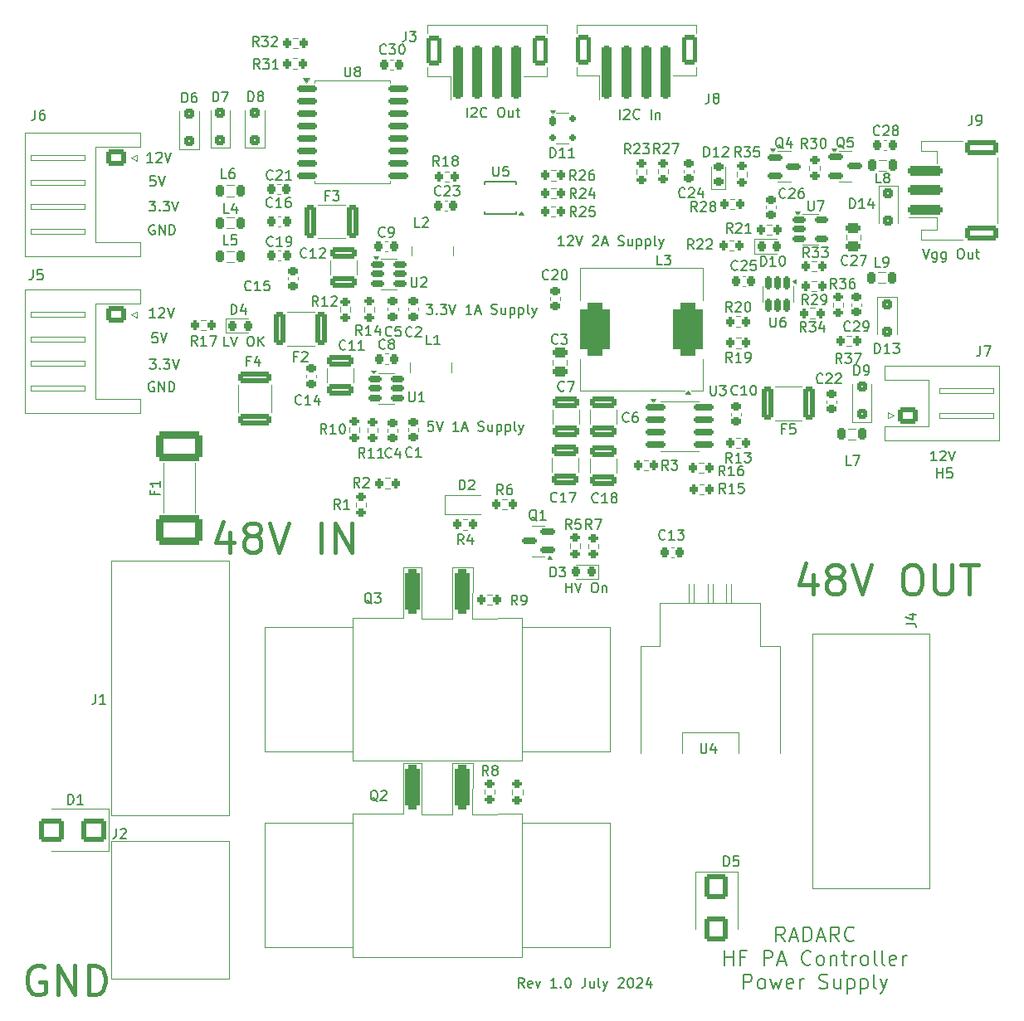
<source format=gbr>
%TF.GenerationSoftware,KiCad,Pcbnew,8.0.3*%
%TF.CreationDate,2024-07-08T19:31:20+01:00*%
%TF.ProjectId,PA_Power,50415f50-6f77-4657-922e-6b696361645f,rev?*%
%TF.SameCoordinates,Original*%
%TF.FileFunction,Legend,Top*%
%TF.FilePolarity,Positive*%
%FSLAX46Y46*%
G04 Gerber Fmt 4.6, Leading zero omitted, Abs format (unit mm)*
G04 Created by KiCad (PCBNEW 8.0.3) date 2024-07-08 19:31:20*
%MOMM*%
%LPD*%
G01*
G04 APERTURE LIST*
G04 Aperture macros list*
%AMRoundRect*
0 Rectangle with rounded corners*
0 $1 Rounding radius*
0 $2 $3 $4 $5 $6 $7 $8 $9 X,Y pos of 4 corners*
0 Add a 4 corners polygon primitive as box body*
4,1,4,$2,$3,$4,$5,$6,$7,$8,$9,$2,$3,0*
0 Add four circle primitives for the rounded corners*
1,1,$1+$1,$2,$3*
1,1,$1+$1,$4,$5*
1,1,$1+$1,$6,$7*
1,1,$1+$1,$8,$9*
0 Add four rect primitives between the rounded corners*
20,1,$1+$1,$2,$3,$4,$5,0*
20,1,$1+$1,$4,$5,$6,$7,0*
20,1,$1+$1,$6,$7,$8,$9,0*
20,1,$1+$1,$8,$9,$2,$3,0*%
%AMHorizOval*
0 Thick line with rounded ends*
0 $1 width*
0 $2 $3 position (X,Y) of the first rounded end (center of the circle)*
0 $4 $5 position (X,Y) of the second rounded end (center of the circle)*
0 Add line between two ends*
20,1,$1,$2,$3,$4,$5,0*
0 Add two circle primitives to create the rounded ends*
1,1,$1,$2,$3*
1,1,$1,$4,$5*%
G04 Aperture macros list end*
%ADD10C,0.150000*%
%ADD11C,0.200000*%
%ADD12C,0.400000*%
%ADD13C,0.120000*%
%ADD14C,5.600000*%
%ADD15RoundRect,0.200000X-0.200000X-0.275000X0.200000X-0.275000X0.200000X0.275000X-0.200000X0.275000X0*%
%ADD16RoundRect,0.200000X-0.275000X0.200000X-0.275000X-0.200000X0.275000X-0.200000X0.275000X0.200000X0*%
%ADD17RoundRect,0.218750X-0.218750X-0.381250X0.218750X-0.381250X0.218750X0.381250X-0.218750X0.381250X0*%
%ADD18RoundRect,0.250000X1.450000X-0.312500X1.450000X0.312500X-1.450000X0.312500X-1.450000X-0.312500X0*%
%ADD19O,1.950000X1.700000*%
%ADD20RoundRect,0.250000X-0.725000X0.600000X-0.725000X-0.600000X0.725000X-0.600000X0.725000X0.600000X0*%
%ADD21RoundRect,0.150000X-0.587500X-0.150000X0.587500X-0.150000X0.587500X0.150000X-0.587500X0.150000X0*%
%ADD22RoundRect,0.225000X0.225000X0.250000X-0.225000X0.250000X-0.225000X-0.250000X0.225000X-0.250000X0*%
%ADD23RoundRect,0.200000X0.200000X0.275000X-0.200000X0.275000X-0.200000X-0.275000X0.200000X-0.275000X0*%
%ADD24RoundRect,0.225000X0.250000X-0.225000X0.250000X0.225000X-0.250000X0.225000X-0.250000X-0.225000X0*%
%ADD25RoundRect,0.150000X-0.512500X-0.150000X0.512500X-0.150000X0.512500X0.150000X-0.512500X0.150000X0*%
%ADD26RoundRect,0.375000X2.000000X-1.125000X2.000000X1.125000X-2.000000X1.125000X-2.000000X-1.125000X0*%
%ADD27R,3.700000X0.980000*%
%ADD28R,2.290000X3.000000*%
%ADD29RoundRect,0.150000X-0.825000X-0.150000X0.825000X-0.150000X0.825000X0.150000X-0.825000X0.150000X0*%
%ADD30RoundRect,0.150000X-0.875000X-0.150000X0.875000X-0.150000X0.875000X0.150000X-0.875000X0.150000X0*%
%ADD31RoundRect,0.200000X0.275000X-0.200000X0.275000X0.200000X-0.275000X0.200000X-0.275000X-0.200000X0*%
%ADD32RoundRect,0.218750X-0.218750X-0.256250X0.218750X-0.256250X0.218750X0.256250X-0.218750X0.256250X0*%
%ADD33RoundRect,0.218750X0.218750X0.381250X-0.218750X0.381250X-0.218750X-0.381250X0.218750X-0.381250X0*%
%ADD34RoundRect,0.250000X-1.100000X0.325000X-1.100000X-0.325000X1.100000X-0.325000X1.100000X0.325000X0*%
%ADD35RoundRect,0.400000X-0.400000X1.900000X-0.400000X-1.900000X0.400000X-1.900000X0.400000X1.900000X0*%
%ADD36R,17.000000X14.200000*%
%ADD37RoundRect,0.225000X-0.225000X-0.250000X0.225000X-0.250000X0.225000X0.250000X-0.225000X0.250000X0*%
%ADD38O,2.000000X1.700000*%
%ADD39RoundRect,0.250000X0.750000X-0.600000X0.750000X0.600000X-0.750000X0.600000X-0.750000X-0.600000X0*%
%ADD40R,1.100000X0.250000*%
%ADD41C,1.524000*%
%ADD42C,2.500000*%
%ADD43R,11.800000X25.800000*%
%ADD44RoundRect,0.250000X0.475000X-0.250000X0.475000X0.250000X-0.475000X0.250000X-0.475000X-0.250000X0*%
%ADD45RoundRect,0.225000X-0.250000X0.225000X-0.250000X-0.225000X0.250000X-0.225000X0.250000X0.225000X0*%
%ADD46RoundRect,0.250000X-0.300000X0.300000X-0.300000X-0.300000X0.300000X-0.300000X0.300000X0.300000X0*%
%ADD47RoundRect,0.750000X0.750000X2.000000X-0.750000X2.000000X-0.750000X-2.000000X0.750000X-2.000000X0*%
%ADD48HorizOval,0.800000X0.000000X0.000000X0.000000X0.000000X0*%
%ADD49HorizOval,0.800000X0.000000X0.000000X0.000000X0.000000X0*%
%ADD50C,0.800000*%
%ADD51O,9.000000X6.000000*%
%ADD52C,1.500000*%
%ADD53R,1.500000X1.500000*%
%ADD54RoundRect,0.250000X0.300000X-0.300000X0.300000X0.300000X-0.300000X0.300000X-0.300000X-0.300000X0*%
%ADD55RoundRect,0.150000X-0.150000X0.512500X-0.150000X-0.512500X0.150000X-0.512500X0.150000X0.512500X0*%
%ADD56RoundRect,0.250000X1.000000X0.900000X-1.000000X0.900000X-1.000000X-0.900000X1.000000X-0.900000X0*%
%ADD57RoundRect,0.250000X0.312500X1.450000X-0.312500X1.450000X-0.312500X-1.450000X0.312500X-1.450000X0*%
%ADD58RoundRect,0.250000X-0.550000X-1.250000X0.550000X-1.250000X0.550000X1.250000X-0.550000X1.250000X0*%
%ADD59RoundRect,0.250000X-0.250000X-2.500000X0.250000X-2.500000X0.250000X2.500000X-0.250000X2.500000X0*%
%ADD60RoundRect,0.150000X0.587500X0.150000X-0.587500X0.150000X-0.587500X-0.150000X0.587500X-0.150000X0*%
%ADD61R,11.800000X13.800000*%
%ADD62RoundRect,0.250000X1.100000X-0.325000X1.100000X0.325000X-1.100000X0.325000X-1.100000X-0.325000X0*%
%ADD63RoundRect,0.250000X1.500000X-0.250000X1.500000X0.250000X-1.500000X0.250000X-1.500000X-0.250000X0*%
%ADD64RoundRect,0.250001X1.449999X-0.499999X1.449999X0.499999X-1.449999X0.499999X-1.449999X-0.499999X0*%
%ADD65R,1.200000X1.200000*%
%ADD66RoundRect,0.218750X0.256250X-0.218750X0.256250X0.218750X-0.256250X0.218750X-0.256250X-0.218750X0*%
%ADD67RoundRect,0.175000X-0.175000X-0.325000X0.175000X-0.325000X0.175000X0.325000X-0.175000X0.325000X0*%
%ADD68RoundRect,0.150000X-0.200000X-0.150000X0.200000X-0.150000X0.200000X0.150000X-0.200000X0.150000X0*%
%ADD69RoundRect,0.250000X-0.900000X1.000000X-0.900000X-1.000000X0.900000X-1.000000X0.900000X1.000000X0*%
%ADD70RoundRect,0.218750X0.218750X0.256250X-0.218750X0.256250X-0.218750X-0.256250X0.218750X-0.256250X0*%
%ADD71RoundRect,0.250000X-0.475000X0.250000X-0.475000X-0.250000X0.475000X-0.250000X0.475000X0.250000X0*%
G04 APERTURE END LIST*
D10*
X38692969Y-51869819D02*
X38216779Y-51869819D01*
X38216779Y-51869819D02*
X38169160Y-52346009D01*
X38169160Y-52346009D02*
X38216779Y-52298390D01*
X38216779Y-52298390D02*
X38312017Y-52250771D01*
X38312017Y-52250771D02*
X38550112Y-52250771D01*
X38550112Y-52250771D02*
X38645350Y-52298390D01*
X38645350Y-52298390D02*
X38692969Y-52346009D01*
X38692969Y-52346009D02*
X38740588Y-52441247D01*
X38740588Y-52441247D02*
X38740588Y-52679342D01*
X38740588Y-52679342D02*
X38692969Y-52774580D01*
X38692969Y-52774580D02*
X38645350Y-52822200D01*
X38645350Y-52822200D02*
X38550112Y-52869819D01*
X38550112Y-52869819D02*
X38312017Y-52869819D01*
X38312017Y-52869819D02*
X38216779Y-52822200D01*
X38216779Y-52822200D02*
X38169160Y-52774580D01*
X39026303Y-51869819D02*
X39359636Y-52869819D01*
X39359636Y-52869819D02*
X39692969Y-51869819D01*
D11*
X102698571Y-113996196D02*
X102198571Y-113281910D01*
X101841428Y-113996196D02*
X101841428Y-112496196D01*
X101841428Y-112496196D02*
X102412857Y-112496196D01*
X102412857Y-112496196D02*
X102555714Y-112567625D01*
X102555714Y-112567625D02*
X102627143Y-112639053D01*
X102627143Y-112639053D02*
X102698571Y-112781910D01*
X102698571Y-112781910D02*
X102698571Y-112996196D01*
X102698571Y-112996196D02*
X102627143Y-113139053D01*
X102627143Y-113139053D02*
X102555714Y-113210482D01*
X102555714Y-113210482D02*
X102412857Y-113281910D01*
X102412857Y-113281910D02*
X101841428Y-113281910D01*
X103270000Y-113567625D02*
X103984286Y-113567625D01*
X103127143Y-113996196D02*
X103627143Y-112496196D01*
X103627143Y-112496196D02*
X104127143Y-113996196D01*
X104627142Y-113996196D02*
X104627142Y-112496196D01*
X104627142Y-112496196D02*
X104984285Y-112496196D01*
X104984285Y-112496196D02*
X105198571Y-112567625D01*
X105198571Y-112567625D02*
X105341428Y-112710482D01*
X105341428Y-112710482D02*
X105412857Y-112853339D01*
X105412857Y-112853339D02*
X105484285Y-113139053D01*
X105484285Y-113139053D02*
X105484285Y-113353339D01*
X105484285Y-113353339D02*
X105412857Y-113639053D01*
X105412857Y-113639053D02*
X105341428Y-113781910D01*
X105341428Y-113781910D02*
X105198571Y-113924768D01*
X105198571Y-113924768D02*
X104984285Y-113996196D01*
X104984285Y-113996196D02*
X104627142Y-113996196D01*
X106055714Y-113567625D02*
X106770000Y-113567625D01*
X105912857Y-113996196D02*
X106412857Y-112496196D01*
X106412857Y-112496196D02*
X106912857Y-113996196D01*
X108269999Y-113996196D02*
X107769999Y-113281910D01*
X107412856Y-113996196D02*
X107412856Y-112496196D01*
X107412856Y-112496196D02*
X107984285Y-112496196D01*
X107984285Y-112496196D02*
X108127142Y-112567625D01*
X108127142Y-112567625D02*
X108198571Y-112639053D01*
X108198571Y-112639053D02*
X108269999Y-112781910D01*
X108269999Y-112781910D02*
X108269999Y-112996196D01*
X108269999Y-112996196D02*
X108198571Y-113139053D01*
X108198571Y-113139053D02*
X108127142Y-113210482D01*
X108127142Y-113210482D02*
X107984285Y-113281910D01*
X107984285Y-113281910D02*
X107412856Y-113281910D01*
X109769999Y-113853339D02*
X109698571Y-113924768D01*
X109698571Y-113924768D02*
X109484285Y-113996196D01*
X109484285Y-113996196D02*
X109341428Y-113996196D01*
X109341428Y-113996196D02*
X109127142Y-113924768D01*
X109127142Y-113924768D02*
X108984285Y-113781910D01*
X108984285Y-113781910D02*
X108912856Y-113639053D01*
X108912856Y-113639053D02*
X108841428Y-113353339D01*
X108841428Y-113353339D02*
X108841428Y-113139053D01*
X108841428Y-113139053D02*
X108912856Y-112853339D01*
X108912856Y-112853339D02*
X108984285Y-112710482D01*
X108984285Y-112710482D02*
X109127142Y-112567625D01*
X109127142Y-112567625D02*
X109341428Y-112496196D01*
X109341428Y-112496196D02*
X109484285Y-112496196D01*
X109484285Y-112496196D02*
X109698571Y-112567625D01*
X109698571Y-112567625D02*
X109769999Y-112639053D01*
X96591429Y-116411112D02*
X96591429Y-114911112D01*
X96591429Y-115625398D02*
X97448572Y-115625398D01*
X97448572Y-116411112D02*
X97448572Y-114911112D01*
X98662858Y-115625398D02*
X98162858Y-115625398D01*
X98162858Y-116411112D02*
X98162858Y-114911112D01*
X98162858Y-114911112D02*
X98877144Y-114911112D01*
X100591429Y-116411112D02*
X100591429Y-114911112D01*
X100591429Y-114911112D02*
X101162858Y-114911112D01*
X101162858Y-114911112D02*
X101305715Y-114982541D01*
X101305715Y-114982541D02*
X101377144Y-115053969D01*
X101377144Y-115053969D02*
X101448572Y-115196826D01*
X101448572Y-115196826D02*
X101448572Y-115411112D01*
X101448572Y-115411112D02*
X101377144Y-115553969D01*
X101377144Y-115553969D02*
X101305715Y-115625398D01*
X101305715Y-115625398D02*
X101162858Y-115696826D01*
X101162858Y-115696826D02*
X100591429Y-115696826D01*
X102020001Y-115982541D02*
X102734287Y-115982541D01*
X101877144Y-116411112D02*
X102377144Y-114911112D01*
X102377144Y-114911112D02*
X102877144Y-116411112D01*
X105377143Y-116268255D02*
X105305715Y-116339684D01*
X105305715Y-116339684D02*
X105091429Y-116411112D01*
X105091429Y-116411112D02*
X104948572Y-116411112D01*
X104948572Y-116411112D02*
X104734286Y-116339684D01*
X104734286Y-116339684D02*
X104591429Y-116196826D01*
X104591429Y-116196826D02*
X104520000Y-116053969D01*
X104520000Y-116053969D02*
X104448572Y-115768255D01*
X104448572Y-115768255D02*
X104448572Y-115553969D01*
X104448572Y-115553969D02*
X104520000Y-115268255D01*
X104520000Y-115268255D02*
X104591429Y-115125398D01*
X104591429Y-115125398D02*
X104734286Y-114982541D01*
X104734286Y-114982541D02*
X104948572Y-114911112D01*
X104948572Y-114911112D02*
X105091429Y-114911112D01*
X105091429Y-114911112D02*
X105305715Y-114982541D01*
X105305715Y-114982541D02*
X105377143Y-115053969D01*
X106234286Y-116411112D02*
X106091429Y-116339684D01*
X106091429Y-116339684D02*
X106020000Y-116268255D01*
X106020000Y-116268255D02*
X105948572Y-116125398D01*
X105948572Y-116125398D02*
X105948572Y-115696826D01*
X105948572Y-115696826D02*
X106020000Y-115553969D01*
X106020000Y-115553969D02*
X106091429Y-115482541D01*
X106091429Y-115482541D02*
X106234286Y-115411112D01*
X106234286Y-115411112D02*
X106448572Y-115411112D01*
X106448572Y-115411112D02*
X106591429Y-115482541D01*
X106591429Y-115482541D02*
X106662858Y-115553969D01*
X106662858Y-115553969D02*
X106734286Y-115696826D01*
X106734286Y-115696826D02*
X106734286Y-116125398D01*
X106734286Y-116125398D02*
X106662858Y-116268255D01*
X106662858Y-116268255D02*
X106591429Y-116339684D01*
X106591429Y-116339684D02*
X106448572Y-116411112D01*
X106448572Y-116411112D02*
X106234286Y-116411112D01*
X107377143Y-115411112D02*
X107377143Y-116411112D01*
X107377143Y-115553969D02*
X107448572Y-115482541D01*
X107448572Y-115482541D02*
X107591429Y-115411112D01*
X107591429Y-115411112D02*
X107805715Y-115411112D01*
X107805715Y-115411112D02*
X107948572Y-115482541D01*
X107948572Y-115482541D02*
X108020001Y-115625398D01*
X108020001Y-115625398D02*
X108020001Y-116411112D01*
X108520001Y-115411112D02*
X109091429Y-115411112D01*
X108734286Y-114911112D02*
X108734286Y-116196826D01*
X108734286Y-116196826D02*
X108805715Y-116339684D01*
X108805715Y-116339684D02*
X108948572Y-116411112D01*
X108948572Y-116411112D02*
X109091429Y-116411112D01*
X109591429Y-116411112D02*
X109591429Y-115411112D01*
X109591429Y-115696826D02*
X109662858Y-115553969D01*
X109662858Y-115553969D02*
X109734287Y-115482541D01*
X109734287Y-115482541D02*
X109877144Y-115411112D01*
X109877144Y-115411112D02*
X110020001Y-115411112D01*
X110734286Y-116411112D02*
X110591429Y-116339684D01*
X110591429Y-116339684D02*
X110520000Y-116268255D01*
X110520000Y-116268255D02*
X110448572Y-116125398D01*
X110448572Y-116125398D02*
X110448572Y-115696826D01*
X110448572Y-115696826D02*
X110520000Y-115553969D01*
X110520000Y-115553969D02*
X110591429Y-115482541D01*
X110591429Y-115482541D02*
X110734286Y-115411112D01*
X110734286Y-115411112D02*
X110948572Y-115411112D01*
X110948572Y-115411112D02*
X111091429Y-115482541D01*
X111091429Y-115482541D02*
X111162858Y-115553969D01*
X111162858Y-115553969D02*
X111234286Y-115696826D01*
X111234286Y-115696826D02*
X111234286Y-116125398D01*
X111234286Y-116125398D02*
X111162858Y-116268255D01*
X111162858Y-116268255D02*
X111091429Y-116339684D01*
X111091429Y-116339684D02*
X110948572Y-116411112D01*
X110948572Y-116411112D02*
X110734286Y-116411112D01*
X112091429Y-116411112D02*
X111948572Y-116339684D01*
X111948572Y-116339684D02*
X111877143Y-116196826D01*
X111877143Y-116196826D02*
X111877143Y-114911112D01*
X112877143Y-116411112D02*
X112734286Y-116339684D01*
X112734286Y-116339684D02*
X112662857Y-116196826D01*
X112662857Y-116196826D02*
X112662857Y-114911112D01*
X114020000Y-116339684D02*
X113877143Y-116411112D01*
X113877143Y-116411112D02*
X113591429Y-116411112D01*
X113591429Y-116411112D02*
X113448571Y-116339684D01*
X113448571Y-116339684D02*
X113377143Y-116196826D01*
X113377143Y-116196826D02*
X113377143Y-115625398D01*
X113377143Y-115625398D02*
X113448571Y-115482541D01*
X113448571Y-115482541D02*
X113591429Y-115411112D01*
X113591429Y-115411112D02*
X113877143Y-115411112D01*
X113877143Y-115411112D02*
X114020000Y-115482541D01*
X114020000Y-115482541D02*
X114091429Y-115625398D01*
X114091429Y-115625398D02*
X114091429Y-115768255D01*
X114091429Y-115768255D02*
X113377143Y-115911112D01*
X114734285Y-116411112D02*
X114734285Y-115411112D01*
X114734285Y-115696826D02*
X114805714Y-115553969D01*
X114805714Y-115553969D02*
X114877143Y-115482541D01*
X114877143Y-115482541D02*
X115020000Y-115411112D01*
X115020000Y-115411112D02*
X115162857Y-115411112D01*
X98520000Y-118826028D02*
X98520000Y-117326028D01*
X98520000Y-117326028D02*
X99091429Y-117326028D01*
X99091429Y-117326028D02*
X99234286Y-117397457D01*
X99234286Y-117397457D02*
X99305715Y-117468885D01*
X99305715Y-117468885D02*
X99377143Y-117611742D01*
X99377143Y-117611742D02*
X99377143Y-117826028D01*
X99377143Y-117826028D02*
X99305715Y-117968885D01*
X99305715Y-117968885D02*
X99234286Y-118040314D01*
X99234286Y-118040314D02*
X99091429Y-118111742D01*
X99091429Y-118111742D02*
X98520000Y-118111742D01*
X100234286Y-118826028D02*
X100091429Y-118754600D01*
X100091429Y-118754600D02*
X100020000Y-118683171D01*
X100020000Y-118683171D02*
X99948572Y-118540314D01*
X99948572Y-118540314D02*
X99948572Y-118111742D01*
X99948572Y-118111742D02*
X100020000Y-117968885D01*
X100020000Y-117968885D02*
X100091429Y-117897457D01*
X100091429Y-117897457D02*
X100234286Y-117826028D01*
X100234286Y-117826028D02*
X100448572Y-117826028D01*
X100448572Y-117826028D02*
X100591429Y-117897457D01*
X100591429Y-117897457D02*
X100662858Y-117968885D01*
X100662858Y-117968885D02*
X100734286Y-118111742D01*
X100734286Y-118111742D02*
X100734286Y-118540314D01*
X100734286Y-118540314D02*
X100662858Y-118683171D01*
X100662858Y-118683171D02*
X100591429Y-118754600D01*
X100591429Y-118754600D02*
X100448572Y-118826028D01*
X100448572Y-118826028D02*
X100234286Y-118826028D01*
X101234286Y-117826028D02*
X101520001Y-118826028D01*
X101520001Y-118826028D02*
X101805715Y-118111742D01*
X101805715Y-118111742D02*
X102091429Y-118826028D01*
X102091429Y-118826028D02*
X102377143Y-117826028D01*
X103520001Y-118754600D02*
X103377144Y-118826028D01*
X103377144Y-118826028D02*
X103091430Y-118826028D01*
X103091430Y-118826028D02*
X102948572Y-118754600D01*
X102948572Y-118754600D02*
X102877144Y-118611742D01*
X102877144Y-118611742D02*
X102877144Y-118040314D01*
X102877144Y-118040314D02*
X102948572Y-117897457D01*
X102948572Y-117897457D02*
X103091430Y-117826028D01*
X103091430Y-117826028D02*
X103377144Y-117826028D01*
X103377144Y-117826028D02*
X103520001Y-117897457D01*
X103520001Y-117897457D02*
X103591430Y-118040314D01*
X103591430Y-118040314D02*
X103591430Y-118183171D01*
X103591430Y-118183171D02*
X102877144Y-118326028D01*
X104234286Y-118826028D02*
X104234286Y-117826028D01*
X104234286Y-118111742D02*
X104305715Y-117968885D01*
X104305715Y-117968885D02*
X104377144Y-117897457D01*
X104377144Y-117897457D02*
X104520001Y-117826028D01*
X104520001Y-117826028D02*
X104662858Y-117826028D01*
X106234286Y-118754600D02*
X106448572Y-118826028D01*
X106448572Y-118826028D02*
X106805714Y-118826028D01*
X106805714Y-118826028D02*
X106948572Y-118754600D01*
X106948572Y-118754600D02*
X107020000Y-118683171D01*
X107020000Y-118683171D02*
X107091429Y-118540314D01*
X107091429Y-118540314D02*
X107091429Y-118397457D01*
X107091429Y-118397457D02*
X107020000Y-118254600D01*
X107020000Y-118254600D02*
X106948572Y-118183171D01*
X106948572Y-118183171D02*
X106805714Y-118111742D01*
X106805714Y-118111742D02*
X106520000Y-118040314D01*
X106520000Y-118040314D02*
X106377143Y-117968885D01*
X106377143Y-117968885D02*
X106305714Y-117897457D01*
X106305714Y-117897457D02*
X106234286Y-117754600D01*
X106234286Y-117754600D02*
X106234286Y-117611742D01*
X106234286Y-117611742D02*
X106305714Y-117468885D01*
X106305714Y-117468885D02*
X106377143Y-117397457D01*
X106377143Y-117397457D02*
X106520000Y-117326028D01*
X106520000Y-117326028D02*
X106877143Y-117326028D01*
X106877143Y-117326028D02*
X107091429Y-117397457D01*
X108377143Y-117826028D02*
X108377143Y-118826028D01*
X107734285Y-117826028D02*
X107734285Y-118611742D01*
X107734285Y-118611742D02*
X107805714Y-118754600D01*
X107805714Y-118754600D02*
X107948571Y-118826028D01*
X107948571Y-118826028D02*
X108162857Y-118826028D01*
X108162857Y-118826028D02*
X108305714Y-118754600D01*
X108305714Y-118754600D02*
X108377143Y-118683171D01*
X109091428Y-117826028D02*
X109091428Y-119326028D01*
X109091428Y-117897457D02*
X109234286Y-117826028D01*
X109234286Y-117826028D02*
X109520000Y-117826028D01*
X109520000Y-117826028D02*
X109662857Y-117897457D01*
X109662857Y-117897457D02*
X109734286Y-117968885D01*
X109734286Y-117968885D02*
X109805714Y-118111742D01*
X109805714Y-118111742D02*
X109805714Y-118540314D01*
X109805714Y-118540314D02*
X109734286Y-118683171D01*
X109734286Y-118683171D02*
X109662857Y-118754600D01*
X109662857Y-118754600D02*
X109520000Y-118826028D01*
X109520000Y-118826028D02*
X109234286Y-118826028D01*
X109234286Y-118826028D02*
X109091428Y-118754600D01*
X110448571Y-117826028D02*
X110448571Y-119326028D01*
X110448571Y-117897457D02*
X110591429Y-117826028D01*
X110591429Y-117826028D02*
X110877143Y-117826028D01*
X110877143Y-117826028D02*
X111020000Y-117897457D01*
X111020000Y-117897457D02*
X111091429Y-117968885D01*
X111091429Y-117968885D02*
X111162857Y-118111742D01*
X111162857Y-118111742D02*
X111162857Y-118540314D01*
X111162857Y-118540314D02*
X111091429Y-118683171D01*
X111091429Y-118683171D02*
X111020000Y-118754600D01*
X111020000Y-118754600D02*
X110877143Y-118826028D01*
X110877143Y-118826028D02*
X110591429Y-118826028D01*
X110591429Y-118826028D02*
X110448571Y-118754600D01*
X112020000Y-118826028D02*
X111877143Y-118754600D01*
X111877143Y-118754600D02*
X111805714Y-118611742D01*
X111805714Y-118611742D02*
X111805714Y-117326028D01*
X112448571Y-117826028D02*
X112805714Y-118826028D01*
X113162857Y-117826028D02*
X112805714Y-118826028D01*
X112805714Y-118826028D02*
X112662857Y-119183171D01*
X112662857Y-119183171D02*
X112591428Y-119254600D01*
X112591428Y-119254600D02*
X112448571Y-119326028D01*
D12*
X105573157Y-76542057D02*
X105573157Y-78542057D01*
X104858871Y-75399200D02*
X104144585Y-77542057D01*
X104144585Y-77542057D02*
X106001728Y-77542057D01*
X107573157Y-76827771D02*
X107287442Y-76684914D01*
X107287442Y-76684914D02*
X107144585Y-76542057D01*
X107144585Y-76542057D02*
X107001728Y-76256342D01*
X107001728Y-76256342D02*
X107001728Y-76113485D01*
X107001728Y-76113485D02*
X107144585Y-75827771D01*
X107144585Y-75827771D02*
X107287442Y-75684914D01*
X107287442Y-75684914D02*
X107573157Y-75542057D01*
X107573157Y-75542057D02*
X108144585Y-75542057D01*
X108144585Y-75542057D02*
X108430300Y-75684914D01*
X108430300Y-75684914D02*
X108573157Y-75827771D01*
X108573157Y-75827771D02*
X108716014Y-76113485D01*
X108716014Y-76113485D02*
X108716014Y-76256342D01*
X108716014Y-76256342D02*
X108573157Y-76542057D01*
X108573157Y-76542057D02*
X108430300Y-76684914D01*
X108430300Y-76684914D02*
X108144585Y-76827771D01*
X108144585Y-76827771D02*
X107573157Y-76827771D01*
X107573157Y-76827771D02*
X107287442Y-76970628D01*
X107287442Y-76970628D02*
X107144585Y-77113485D01*
X107144585Y-77113485D02*
X107001728Y-77399200D01*
X107001728Y-77399200D02*
X107001728Y-77970628D01*
X107001728Y-77970628D02*
X107144585Y-78256342D01*
X107144585Y-78256342D02*
X107287442Y-78399200D01*
X107287442Y-78399200D02*
X107573157Y-78542057D01*
X107573157Y-78542057D02*
X108144585Y-78542057D01*
X108144585Y-78542057D02*
X108430300Y-78399200D01*
X108430300Y-78399200D02*
X108573157Y-78256342D01*
X108573157Y-78256342D02*
X108716014Y-77970628D01*
X108716014Y-77970628D02*
X108716014Y-77399200D01*
X108716014Y-77399200D02*
X108573157Y-77113485D01*
X108573157Y-77113485D02*
X108430300Y-76970628D01*
X108430300Y-76970628D02*
X108144585Y-76827771D01*
X109573157Y-75542057D02*
X110573157Y-78542057D01*
X110573157Y-78542057D02*
X111573157Y-75542057D01*
X115430300Y-75542057D02*
X116001728Y-75542057D01*
X116001728Y-75542057D02*
X116287443Y-75684914D01*
X116287443Y-75684914D02*
X116573157Y-75970628D01*
X116573157Y-75970628D02*
X116716014Y-76542057D01*
X116716014Y-76542057D02*
X116716014Y-77542057D01*
X116716014Y-77542057D02*
X116573157Y-78113485D01*
X116573157Y-78113485D02*
X116287443Y-78399200D01*
X116287443Y-78399200D02*
X116001728Y-78542057D01*
X116001728Y-78542057D02*
X115430300Y-78542057D01*
X115430300Y-78542057D02*
X115144586Y-78399200D01*
X115144586Y-78399200D02*
X114858871Y-78113485D01*
X114858871Y-78113485D02*
X114716014Y-77542057D01*
X114716014Y-77542057D02*
X114716014Y-76542057D01*
X114716014Y-76542057D02*
X114858871Y-75970628D01*
X114858871Y-75970628D02*
X115144586Y-75684914D01*
X115144586Y-75684914D02*
X115430300Y-75542057D01*
X118001728Y-75542057D02*
X118001728Y-77970628D01*
X118001728Y-77970628D02*
X118144585Y-78256342D01*
X118144585Y-78256342D02*
X118287443Y-78399200D01*
X118287443Y-78399200D02*
X118573157Y-78542057D01*
X118573157Y-78542057D02*
X119144585Y-78542057D01*
X119144585Y-78542057D02*
X119430300Y-78399200D01*
X119430300Y-78399200D02*
X119573157Y-78256342D01*
X119573157Y-78256342D02*
X119716014Y-77970628D01*
X119716014Y-77970628D02*
X119716014Y-75542057D01*
X120716014Y-75542057D02*
X122430300Y-75542057D01*
X121573157Y-78542057D02*
X121573157Y-75542057D01*
D10*
X118205588Y-64899819D02*
X117634160Y-64899819D01*
X117919874Y-64899819D02*
X117919874Y-63899819D01*
X117919874Y-63899819D02*
X117824636Y-64042676D01*
X117824636Y-64042676D02*
X117729398Y-64137914D01*
X117729398Y-64137914D02*
X117634160Y-64185533D01*
X118586541Y-63995057D02*
X118634160Y-63947438D01*
X118634160Y-63947438D02*
X118729398Y-63899819D01*
X118729398Y-63899819D02*
X118967493Y-63899819D01*
X118967493Y-63899819D02*
X119062731Y-63947438D01*
X119062731Y-63947438D02*
X119110350Y-63995057D01*
X119110350Y-63995057D02*
X119157969Y-64090295D01*
X119157969Y-64090295D02*
X119157969Y-64185533D01*
X119157969Y-64185533D02*
X119110350Y-64328390D01*
X119110350Y-64328390D02*
X118538922Y-64899819D01*
X118538922Y-64899819D02*
X119157969Y-64899819D01*
X119443684Y-63899819D02*
X119777017Y-64899819D01*
X119777017Y-64899819D02*
X120110350Y-63899819D01*
X85886779Y-30039819D02*
X85886779Y-29039819D01*
X86315350Y-29135057D02*
X86362969Y-29087438D01*
X86362969Y-29087438D02*
X86458207Y-29039819D01*
X86458207Y-29039819D02*
X86696302Y-29039819D01*
X86696302Y-29039819D02*
X86791540Y-29087438D01*
X86791540Y-29087438D02*
X86839159Y-29135057D01*
X86839159Y-29135057D02*
X86886778Y-29230295D01*
X86886778Y-29230295D02*
X86886778Y-29325533D01*
X86886778Y-29325533D02*
X86839159Y-29468390D01*
X86839159Y-29468390D02*
X86267731Y-30039819D01*
X86267731Y-30039819D02*
X86886778Y-30039819D01*
X87886778Y-29944580D02*
X87839159Y-29992200D01*
X87839159Y-29992200D02*
X87696302Y-30039819D01*
X87696302Y-30039819D02*
X87601064Y-30039819D01*
X87601064Y-30039819D02*
X87458207Y-29992200D01*
X87458207Y-29992200D02*
X87362969Y-29896961D01*
X87362969Y-29896961D02*
X87315350Y-29801723D01*
X87315350Y-29801723D02*
X87267731Y-29611247D01*
X87267731Y-29611247D02*
X87267731Y-29468390D01*
X87267731Y-29468390D02*
X87315350Y-29277914D01*
X87315350Y-29277914D02*
X87362969Y-29182676D01*
X87362969Y-29182676D02*
X87458207Y-29087438D01*
X87458207Y-29087438D02*
X87601064Y-29039819D01*
X87601064Y-29039819D02*
X87696302Y-29039819D01*
X87696302Y-29039819D02*
X87839159Y-29087438D01*
X87839159Y-29087438D02*
X87886778Y-29135057D01*
X89077255Y-30039819D02*
X89077255Y-29039819D01*
X89553445Y-29373152D02*
X89553445Y-30039819D01*
X89553445Y-29468390D02*
X89601064Y-29420771D01*
X89601064Y-29420771D02*
X89696302Y-29373152D01*
X89696302Y-29373152D02*
X89839159Y-29373152D01*
X89839159Y-29373152D02*
X89934397Y-29420771D01*
X89934397Y-29420771D02*
X89982016Y-29516009D01*
X89982016Y-29516009D02*
X89982016Y-30039819D01*
X38472969Y-35869819D02*
X37996779Y-35869819D01*
X37996779Y-35869819D02*
X37949160Y-36346009D01*
X37949160Y-36346009D02*
X37996779Y-36298390D01*
X37996779Y-36298390D02*
X38092017Y-36250771D01*
X38092017Y-36250771D02*
X38330112Y-36250771D01*
X38330112Y-36250771D02*
X38425350Y-36298390D01*
X38425350Y-36298390D02*
X38472969Y-36346009D01*
X38472969Y-36346009D02*
X38520588Y-36441247D01*
X38520588Y-36441247D02*
X38520588Y-36679342D01*
X38520588Y-36679342D02*
X38472969Y-36774580D01*
X38472969Y-36774580D02*
X38425350Y-36822200D01*
X38425350Y-36822200D02*
X38330112Y-36869819D01*
X38330112Y-36869819D02*
X38092017Y-36869819D01*
X38092017Y-36869819D02*
X37996779Y-36822200D01*
X37996779Y-36822200D02*
X37949160Y-36774580D01*
X38806303Y-35869819D02*
X39139636Y-36869819D01*
X39139636Y-36869819D02*
X39472969Y-35869819D01*
X116803922Y-43279819D02*
X117137255Y-44279819D01*
X117137255Y-44279819D02*
X117470588Y-43279819D01*
X118232493Y-43613152D02*
X118232493Y-44422676D01*
X118232493Y-44422676D02*
X118184874Y-44517914D01*
X118184874Y-44517914D02*
X118137255Y-44565533D01*
X118137255Y-44565533D02*
X118042017Y-44613152D01*
X118042017Y-44613152D02*
X117899160Y-44613152D01*
X117899160Y-44613152D02*
X117803922Y-44565533D01*
X118232493Y-44232200D02*
X118137255Y-44279819D01*
X118137255Y-44279819D02*
X117946779Y-44279819D01*
X117946779Y-44279819D02*
X117851541Y-44232200D01*
X117851541Y-44232200D02*
X117803922Y-44184580D01*
X117803922Y-44184580D02*
X117756303Y-44089342D01*
X117756303Y-44089342D02*
X117756303Y-43803628D01*
X117756303Y-43803628D02*
X117803922Y-43708390D01*
X117803922Y-43708390D02*
X117851541Y-43660771D01*
X117851541Y-43660771D02*
X117946779Y-43613152D01*
X117946779Y-43613152D02*
X118137255Y-43613152D01*
X118137255Y-43613152D02*
X118232493Y-43660771D01*
X119137255Y-43613152D02*
X119137255Y-44422676D01*
X119137255Y-44422676D02*
X119089636Y-44517914D01*
X119089636Y-44517914D02*
X119042017Y-44565533D01*
X119042017Y-44565533D02*
X118946779Y-44613152D01*
X118946779Y-44613152D02*
X118803922Y-44613152D01*
X118803922Y-44613152D02*
X118708684Y-44565533D01*
X119137255Y-44232200D02*
X119042017Y-44279819D01*
X119042017Y-44279819D02*
X118851541Y-44279819D01*
X118851541Y-44279819D02*
X118756303Y-44232200D01*
X118756303Y-44232200D02*
X118708684Y-44184580D01*
X118708684Y-44184580D02*
X118661065Y-44089342D01*
X118661065Y-44089342D02*
X118661065Y-43803628D01*
X118661065Y-43803628D02*
X118708684Y-43708390D01*
X118708684Y-43708390D02*
X118756303Y-43660771D01*
X118756303Y-43660771D02*
X118851541Y-43613152D01*
X118851541Y-43613152D02*
X119042017Y-43613152D01*
X119042017Y-43613152D02*
X119137255Y-43660771D01*
X120565827Y-43279819D02*
X120756303Y-43279819D01*
X120756303Y-43279819D02*
X120851541Y-43327438D01*
X120851541Y-43327438D02*
X120946779Y-43422676D01*
X120946779Y-43422676D02*
X120994398Y-43613152D01*
X120994398Y-43613152D02*
X120994398Y-43946485D01*
X120994398Y-43946485D02*
X120946779Y-44136961D01*
X120946779Y-44136961D02*
X120851541Y-44232200D01*
X120851541Y-44232200D02*
X120756303Y-44279819D01*
X120756303Y-44279819D02*
X120565827Y-44279819D01*
X120565827Y-44279819D02*
X120470589Y-44232200D01*
X120470589Y-44232200D02*
X120375351Y-44136961D01*
X120375351Y-44136961D02*
X120327732Y-43946485D01*
X120327732Y-43946485D02*
X120327732Y-43613152D01*
X120327732Y-43613152D02*
X120375351Y-43422676D01*
X120375351Y-43422676D02*
X120470589Y-43327438D01*
X120470589Y-43327438D02*
X120565827Y-43279819D01*
X121851541Y-43613152D02*
X121851541Y-44279819D01*
X121422970Y-43613152D02*
X121422970Y-44136961D01*
X121422970Y-44136961D02*
X121470589Y-44232200D01*
X121470589Y-44232200D02*
X121565827Y-44279819D01*
X121565827Y-44279819D02*
X121708684Y-44279819D01*
X121708684Y-44279819D02*
X121803922Y-44232200D01*
X121803922Y-44232200D02*
X121851541Y-44184580D01*
X122184875Y-43613152D02*
X122565827Y-43613152D01*
X122327732Y-43279819D02*
X122327732Y-44136961D01*
X122327732Y-44136961D02*
X122375351Y-44232200D01*
X122375351Y-44232200D02*
X122470589Y-44279819D01*
X122470589Y-44279819D02*
X122565827Y-44279819D01*
X38360588Y-56897438D02*
X38265350Y-56849819D01*
X38265350Y-56849819D02*
X38122493Y-56849819D01*
X38122493Y-56849819D02*
X37979636Y-56897438D01*
X37979636Y-56897438D02*
X37884398Y-56992676D01*
X37884398Y-56992676D02*
X37836779Y-57087914D01*
X37836779Y-57087914D02*
X37789160Y-57278390D01*
X37789160Y-57278390D02*
X37789160Y-57421247D01*
X37789160Y-57421247D02*
X37836779Y-57611723D01*
X37836779Y-57611723D02*
X37884398Y-57706961D01*
X37884398Y-57706961D02*
X37979636Y-57802200D01*
X37979636Y-57802200D02*
X38122493Y-57849819D01*
X38122493Y-57849819D02*
X38217731Y-57849819D01*
X38217731Y-57849819D02*
X38360588Y-57802200D01*
X38360588Y-57802200D02*
X38408207Y-57754580D01*
X38408207Y-57754580D02*
X38408207Y-57421247D01*
X38408207Y-57421247D02*
X38217731Y-57421247D01*
X38836779Y-57849819D02*
X38836779Y-56849819D01*
X38836779Y-56849819D02*
X39408207Y-57849819D01*
X39408207Y-57849819D02*
X39408207Y-56849819D01*
X39884398Y-57849819D02*
X39884398Y-56849819D01*
X39884398Y-56849819D02*
X40122493Y-56849819D01*
X40122493Y-56849819D02*
X40265350Y-56897438D01*
X40265350Y-56897438D02*
X40360588Y-56992676D01*
X40360588Y-56992676D02*
X40408207Y-57087914D01*
X40408207Y-57087914D02*
X40455826Y-57278390D01*
X40455826Y-57278390D02*
X40455826Y-57421247D01*
X40455826Y-57421247D02*
X40408207Y-57611723D01*
X40408207Y-57611723D02*
X40360588Y-57706961D01*
X40360588Y-57706961D02*
X40265350Y-57802200D01*
X40265350Y-57802200D02*
X40122493Y-57849819D01*
X40122493Y-57849819D02*
X39884398Y-57849819D01*
X70296779Y-29849819D02*
X70296779Y-28849819D01*
X70725350Y-28945057D02*
X70772969Y-28897438D01*
X70772969Y-28897438D02*
X70868207Y-28849819D01*
X70868207Y-28849819D02*
X71106302Y-28849819D01*
X71106302Y-28849819D02*
X71201540Y-28897438D01*
X71201540Y-28897438D02*
X71249159Y-28945057D01*
X71249159Y-28945057D02*
X71296778Y-29040295D01*
X71296778Y-29040295D02*
X71296778Y-29135533D01*
X71296778Y-29135533D02*
X71249159Y-29278390D01*
X71249159Y-29278390D02*
X70677731Y-29849819D01*
X70677731Y-29849819D02*
X71296778Y-29849819D01*
X72296778Y-29754580D02*
X72249159Y-29802200D01*
X72249159Y-29802200D02*
X72106302Y-29849819D01*
X72106302Y-29849819D02*
X72011064Y-29849819D01*
X72011064Y-29849819D02*
X71868207Y-29802200D01*
X71868207Y-29802200D02*
X71772969Y-29706961D01*
X71772969Y-29706961D02*
X71725350Y-29611723D01*
X71725350Y-29611723D02*
X71677731Y-29421247D01*
X71677731Y-29421247D02*
X71677731Y-29278390D01*
X71677731Y-29278390D02*
X71725350Y-29087914D01*
X71725350Y-29087914D02*
X71772969Y-28992676D01*
X71772969Y-28992676D02*
X71868207Y-28897438D01*
X71868207Y-28897438D02*
X72011064Y-28849819D01*
X72011064Y-28849819D02*
X72106302Y-28849819D01*
X72106302Y-28849819D02*
X72249159Y-28897438D01*
X72249159Y-28897438D02*
X72296778Y-28945057D01*
X73677731Y-28849819D02*
X73868207Y-28849819D01*
X73868207Y-28849819D02*
X73963445Y-28897438D01*
X73963445Y-28897438D02*
X74058683Y-28992676D01*
X74058683Y-28992676D02*
X74106302Y-29183152D01*
X74106302Y-29183152D02*
X74106302Y-29516485D01*
X74106302Y-29516485D02*
X74058683Y-29706961D01*
X74058683Y-29706961D02*
X73963445Y-29802200D01*
X73963445Y-29802200D02*
X73868207Y-29849819D01*
X73868207Y-29849819D02*
X73677731Y-29849819D01*
X73677731Y-29849819D02*
X73582493Y-29802200D01*
X73582493Y-29802200D02*
X73487255Y-29706961D01*
X73487255Y-29706961D02*
X73439636Y-29516485D01*
X73439636Y-29516485D02*
X73439636Y-29183152D01*
X73439636Y-29183152D02*
X73487255Y-28992676D01*
X73487255Y-28992676D02*
X73582493Y-28897438D01*
X73582493Y-28897438D02*
X73677731Y-28849819D01*
X74963445Y-29183152D02*
X74963445Y-29849819D01*
X74534874Y-29183152D02*
X74534874Y-29706961D01*
X74534874Y-29706961D02*
X74582493Y-29802200D01*
X74582493Y-29802200D02*
X74677731Y-29849819D01*
X74677731Y-29849819D02*
X74820588Y-29849819D01*
X74820588Y-29849819D02*
X74915826Y-29802200D01*
X74915826Y-29802200D02*
X74963445Y-29754580D01*
X75296779Y-29183152D02*
X75677731Y-29183152D01*
X75439636Y-28849819D02*
X75439636Y-29706961D01*
X75439636Y-29706961D02*
X75487255Y-29802200D01*
X75487255Y-29802200D02*
X75582493Y-29849819D01*
X75582493Y-29849819D02*
X75677731Y-29849819D01*
X66812969Y-60889819D02*
X66336779Y-60889819D01*
X66336779Y-60889819D02*
X66289160Y-61366009D01*
X66289160Y-61366009D02*
X66336779Y-61318390D01*
X66336779Y-61318390D02*
X66432017Y-61270771D01*
X66432017Y-61270771D02*
X66670112Y-61270771D01*
X66670112Y-61270771D02*
X66765350Y-61318390D01*
X66765350Y-61318390D02*
X66812969Y-61366009D01*
X66812969Y-61366009D02*
X66860588Y-61461247D01*
X66860588Y-61461247D02*
X66860588Y-61699342D01*
X66860588Y-61699342D02*
X66812969Y-61794580D01*
X66812969Y-61794580D02*
X66765350Y-61842200D01*
X66765350Y-61842200D02*
X66670112Y-61889819D01*
X66670112Y-61889819D02*
X66432017Y-61889819D01*
X66432017Y-61889819D02*
X66336779Y-61842200D01*
X66336779Y-61842200D02*
X66289160Y-61794580D01*
X67146303Y-60889819D02*
X67479636Y-61889819D01*
X67479636Y-61889819D02*
X67812969Y-60889819D01*
X69432017Y-61889819D02*
X68860589Y-61889819D01*
X69146303Y-61889819D02*
X69146303Y-60889819D01*
X69146303Y-60889819D02*
X69051065Y-61032676D01*
X69051065Y-61032676D02*
X68955827Y-61127914D01*
X68955827Y-61127914D02*
X68860589Y-61175533D01*
X69812970Y-61604104D02*
X70289160Y-61604104D01*
X69717732Y-61889819D02*
X70051065Y-60889819D01*
X70051065Y-60889819D02*
X70384398Y-61889819D01*
X71432018Y-61842200D02*
X71574875Y-61889819D01*
X71574875Y-61889819D02*
X71812970Y-61889819D01*
X71812970Y-61889819D02*
X71908208Y-61842200D01*
X71908208Y-61842200D02*
X71955827Y-61794580D01*
X71955827Y-61794580D02*
X72003446Y-61699342D01*
X72003446Y-61699342D02*
X72003446Y-61604104D01*
X72003446Y-61604104D02*
X71955827Y-61508866D01*
X71955827Y-61508866D02*
X71908208Y-61461247D01*
X71908208Y-61461247D02*
X71812970Y-61413628D01*
X71812970Y-61413628D02*
X71622494Y-61366009D01*
X71622494Y-61366009D02*
X71527256Y-61318390D01*
X71527256Y-61318390D02*
X71479637Y-61270771D01*
X71479637Y-61270771D02*
X71432018Y-61175533D01*
X71432018Y-61175533D02*
X71432018Y-61080295D01*
X71432018Y-61080295D02*
X71479637Y-60985057D01*
X71479637Y-60985057D02*
X71527256Y-60937438D01*
X71527256Y-60937438D02*
X71622494Y-60889819D01*
X71622494Y-60889819D02*
X71860589Y-60889819D01*
X71860589Y-60889819D02*
X72003446Y-60937438D01*
X72860589Y-61223152D02*
X72860589Y-61889819D01*
X72432018Y-61223152D02*
X72432018Y-61746961D01*
X72432018Y-61746961D02*
X72479637Y-61842200D01*
X72479637Y-61842200D02*
X72574875Y-61889819D01*
X72574875Y-61889819D02*
X72717732Y-61889819D01*
X72717732Y-61889819D02*
X72812970Y-61842200D01*
X72812970Y-61842200D02*
X72860589Y-61794580D01*
X73336780Y-61223152D02*
X73336780Y-62223152D01*
X73336780Y-61270771D02*
X73432018Y-61223152D01*
X73432018Y-61223152D02*
X73622494Y-61223152D01*
X73622494Y-61223152D02*
X73717732Y-61270771D01*
X73717732Y-61270771D02*
X73765351Y-61318390D01*
X73765351Y-61318390D02*
X73812970Y-61413628D01*
X73812970Y-61413628D02*
X73812970Y-61699342D01*
X73812970Y-61699342D02*
X73765351Y-61794580D01*
X73765351Y-61794580D02*
X73717732Y-61842200D01*
X73717732Y-61842200D02*
X73622494Y-61889819D01*
X73622494Y-61889819D02*
X73432018Y-61889819D01*
X73432018Y-61889819D02*
X73336780Y-61842200D01*
X74241542Y-61223152D02*
X74241542Y-62223152D01*
X74241542Y-61270771D02*
X74336780Y-61223152D01*
X74336780Y-61223152D02*
X74527256Y-61223152D01*
X74527256Y-61223152D02*
X74622494Y-61270771D01*
X74622494Y-61270771D02*
X74670113Y-61318390D01*
X74670113Y-61318390D02*
X74717732Y-61413628D01*
X74717732Y-61413628D02*
X74717732Y-61699342D01*
X74717732Y-61699342D02*
X74670113Y-61794580D01*
X74670113Y-61794580D02*
X74622494Y-61842200D01*
X74622494Y-61842200D02*
X74527256Y-61889819D01*
X74527256Y-61889819D02*
X74336780Y-61889819D01*
X74336780Y-61889819D02*
X74241542Y-61842200D01*
X75289161Y-61889819D02*
X75193923Y-61842200D01*
X75193923Y-61842200D02*
X75146304Y-61746961D01*
X75146304Y-61746961D02*
X75146304Y-60889819D01*
X75574876Y-61223152D02*
X75812971Y-61889819D01*
X76051066Y-61223152D02*
X75812971Y-61889819D01*
X75812971Y-61889819D02*
X75717733Y-62127914D01*
X75717733Y-62127914D02*
X75670114Y-62175533D01*
X75670114Y-62175533D02*
X75574876Y-62223152D01*
X37901541Y-54549819D02*
X38520588Y-54549819D01*
X38520588Y-54549819D02*
X38187255Y-54930771D01*
X38187255Y-54930771D02*
X38330112Y-54930771D01*
X38330112Y-54930771D02*
X38425350Y-54978390D01*
X38425350Y-54978390D02*
X38472969Y-55026009D01*
X38472969Y-55026009D02*
X38520588Y-55121247D01*
X38520588Y-55121247D02*
X38520588Y-55359342D01*
X38520588Y-55359342D02*
X38472969Y-55454580D01*
X38472969Y-55454580D02*
X38425350Y-55502200D01*
X38425350Y-55502200D02*
X38330112Y-55549819D01*
X38330112Y-55549819D02*
X38044398Y-55549819D01*
X38044398Y-55549819D02*
X37949160Y-55502200D01*
X37949160Y-55502200D02*
X37901541Y-55454580D01*
X38949160Y-55454580D02*
X38996779Y-55502200D01*
X38996779Y-55502200D02*
X38949160Y-55549819D01*
X38949160Y-55549819D02*
X38901541Y-55502200D01*
X38901541Y-55502200D02*
X38949160Y-55454580D01*
X38949160Y-55454580D02*
X38949160Y-55549819D01*
X39330112Y-54549819D02*
X39949159Y-54549819D01*
X39949159Y-54549819D02*
X39615826Y-54930771D01*
X39615826Y-54930771D02*
X39758683Y-54930771D01*
X39758683Y-54930771D02*
X39853921Y-54978390D01*
X39853921Y-54978390D02*
X39901540Y-55026009D01*
X39901540Y-55026009D02*
X39949159Y-55121247D01*
X39949159Y-55121247D02*
X39949159Y-55359342D01*
X39949159Y-55359342D02*
X39901540Y-55454580D01*
X39901540Y-55454580D02*
X39853921Y-55502200D01*
X39853921Y-55502200D02*
X39758683Y-55549819D01*
X39758683Y-55549819D02*
X39472969Y-55549819D01*
X39472969Y-55549819D02*
X39377731Y-55502200D01*
X39377731Y-55502200D02*
X39330112Y-55454580D01*
X40234874Y-54549819D02*
X40568207Y-55549819D01*
X40568207Y-55549819D02*
X40901540Y-54549819D01*
X38210588Y-34439819D02*
X37639160Y-34439819D01*
X37924874Y-34439819D02*
X37924874Y-33439819D01*
X37924874Y-33439819D02*
X37829636Y-33582676D01*
X37829636Y-33582676D02*
X37734398Y-33677914D01*
X37734398Y-33677914D02*
X37639160Y-33725533D01*
X38591541Y-33535057D02*
X38639160Y-33487438D01*
X38639160Y-33487438D02*
X38734398Y-33439819D01*
X38734398Y-33439819D02*
X38972493Y-33439819D01*
X38972493Y-33439819D02*
X39067731Y-33487438D01*
X39067731Y-33487438D02*
X39115350Y-33535057D01*
X39115350Y-33535057D02*
X39162969Y-33630295D01*
X39162969Y-33630295D02*
X39162969Y-33725533D01*
X39162969Y-33725533D02*
X39115350Y-33868390D01*
X39115350Y-33868390D02*
X38543922Y-34439819D01*
X38543922Y-34439819D02*
X39162969Y-34439819D01*
X39448684Y-33439819D02*
X39782017Y-34439819D01*
X39782017Y-34439819D02*
X40115350Y-33439819D01*
D12*
X46123157Y-72272057D02*
X46123157Y-74272057D01*
X45408871Y-71129200D02*
X44694585Y-73272057D01*
X44694585Y-73272057D02*
X46551728Y-73272057D01*
X48123157Y-72557771D02*
X47837442Y-72414914D01*
X47837442Y-72414914D02*
X47694585Y-72272057D01*
X47694585Y-72272057D02*
X47551728Y-71986342D01*
X47551728Y-71986342D02*
X47551728Y-71843485D01*
X47551728Y-71843485D02*
X47694585Y-71557771D01*
X47694585Y-71557771D02*
X47837442Y-71414914D01*
X47837442Y-71414914D02*
X48123157Y-71272057D01*
X48123157Y-71272057D02*
X48694585Y-71272057D01*
X48694585Y-71272057D02*
X48980300Y-71414914D01*
X48980300Y-71414914D02*
X49123157Y-71557771D01*
X49123157Y-71557771D02*
X49266014Y-71843485D01*
X49266014Y-71843485D02*
X49266014Y-71986342D01*
X49266014Y-71986342D02*
X49123157Y-72272057D01*
X49123157Y-72272057D02*
X48980300Y-72414914D01*
X48980300Y-72414914D02*
X48694585Y-72557771D01*
X48694585Y-72557771D02*
X48123157Y-72557771D01*
X48123157Y-72557771D02*
X47837442Y-72700628D01*
X47837442Y-72700628D02*
X47694585Y-72843485D01*
X47694585Y-72843485D02*
X47551728Y-73129200D01*
X47551728Y-73129200D02*
X47551728Y-73700628D01*
X47551728Y-73700628D02*
X47694585Y-73986342D01*
X47694585Y-73986342D02*
X47837442Y-74129200D01*
X47837442Y-74129200D02*
X48123157Y-74272057D01*
X48123157Y-74272057D02*
X48694585Y-74272057D01*
X48694585Y-74272057D02*
X48980300Y-74129200D01*
X48980300Y-74129200D02*
X49123157Y-73986342D01*
X49123157Y-73986342D02*
X49266014Y-73700628D01*
X49266014Y-73700628D02*
X49266014Y-73129200D01*
X49266014Y-73129200D02*
X49123157Y-72843485D01*
X49123157Y-72843485D02*
X48980300Y-72700628D01*
X48980300Y-72700628D02*
X48694585Y-72557771D01*
X50123157Y-71272057D02*
X51123157Y-74272057D01*
X51123157Y-74272057D02*
X52123157Y-71272057D01*
X55408871Y-74272057D02*
X55408871Y-71272057D01*
X56837442Y-74272057D02*
X56837442Y-71272057D01*
X56837442Y-71272057D02*
X58551728Y-74272057D01*
X58551728Y-74272057D02*
X58551728Y-71272057D01*
X27118871Y-116564914D02*
X26833157Y-116422057D01*
X26833157Y-116422057D02*
X26404585Y-116422057D01*
X26404585Y-116422057D02*
X25976014Y-116564914D01*
X25976014Y-116564914D02*
X25690299Y-116850628D01*
X25690299Y-116850628D02*
X25547442Y-117136342D01*
X25547442Y-117136342D02*
X25404585Y-117707771D01*
X25404585Y-117707771D02*
X25404585Y-118136342D01*
X25404585Y-118136342D02*
X25547442Y-118707771D01*
X25547442Y-118707771D02*
X25690299Y-118993485D01*
X25690299Y-118993485D02*
X25976014Y-119279200D01*
X25976014Y-119279200D02*
X26404585Y-119422057D01*
X26404585Y-119422057D02*
X26690299Y-119422057D01*
X26690299Y-119422057D02*
X27118871Y-119279200D01*
X27118871Y-119279200D02*
X27261728Y-119136342D01*
X27261728Y-119136342D02*
X27261728Y-118136342D01*
X27261728Y-118136342D02*
X26690299Y-118136342D01*
X28547442Y-119422057D02*
X28547442Y-116422057D01*
X28547442Y-116422057D02*
X30261728Y-119422057D01*
X30261728Y-119422057D02*
X30261728Y-116422057D01*
X31690299Y-119422057D02*
X31690299Y-116422057D01*
X31690299Y-116422057D02*
X32404585Y-116422057D01*
X32404585Y-116422057D02*
X32833156Y-116564914D01*
X32833156Y-116564914D02*
X33118871Y-116850628D01*
X33118871Y-116850628D02*
X33261728Y-117136342D01*
X33261728Y-117136342D02*
X33404585Y-117707771D01*
X33404585Y-117707771D02*
X33404585Y-118136342D01*
X33404585Y-118136342D02*
X33261728Y-118707771D01*
X33261728Y-118707771D02*
X33118871Y-118993485D01*
X33118871Y-118993485D02*
X32833156Y-119279200D01*
X32833156Y-119279200D02*
X32404585Y-119422057D01*
X32404585Y-119422057D02*
X31690299Y-119422057D01*
D10*
X38490588Y-50289819D02*
X37919160Y-50289819D01*
X38204874Y-50289819D02*
X38204874Y-49289819D01*
X38204874Y-49289819D02*
X38109636Y-49432676D01*
X38109636Y-49432676D02*
X38014398Y-49527914D01*
X38014398Y-49527914D02*
X37919160Y-49575533D01*
X38871541Y-49385057D02*
X38919160Y-49337438D01*
X38919160Y-49337438D02*
X39014398Y-49289819D01*
X39014398Y-49289819D02*
X39252493Y-49289819D01*
X39252493Y-49289819D02*
X39347731Y-49337438D01*
X39347731Y-49337438D02*
X39395350Y-49385057D01*
X39395350Y-49385057D02*
X39442969Y-49480295D01*
X39442969Y-49480295D02*
X39442969Y-49575533D01*
X39442969Y-49575533D02*
X39395350Y-49718390D01*
X39395350Y-49718390D02*
X38823922Y-50289819D01*
X38823922Y-50289819D02*
X39442969Y-50289819D01*
X39728684Y-49289819D02*
X40062017Y-50289819D01*
X40062017Y-50289819D02*
X40395350Y-49289819D01*
X66151541Y-48939819D02*
X66770588Y-48939819D01*
X66770588Y-48939819D02*
X66437255Y-49320771D01*
X66437255Y-49320771D02*
X66580112Y-49320771D01*
X66580112Y-49320771D02*
X66675350Y-49368390D01*
X66675350Y-49368390D02*
X66722969Y-49416009D01*
X66722969Y-49416009D02*
X66770588Y-49511247D01*
X66770588Y-49511247D02*
X66770588Y-49749342D01*
X66770588Y-49749342D02*
X66722969Y-49844580D01*
X66722969Y-49844580D02*
X66675350Y-49892200D01*
X66675350Y-49892200D02*
X66580112Y-49939819D01*
X66580112Y-49939819D02*
X66294398Y-49939819D01*
X66294398Y-49939819D02*
X66199160Y-49892200D01*
X66199160Y-49892200D02*
X66151541Y-49844580D01*
X67199160Y-49844580D02*
X67246779Y-49892200D01*
X67246779Y-49892200D02*
X67199160Y-49939819D01*
X67199160Y-49939819D02*
X67151541Y-49892200D01*
X67151541Y-49892200D02*
X67199160Y-49844580D01*
X67199160Y-49844580D02*
X67199160Y-49939819D01*
X67580112Y-48939819D02*
X68199159Y-48939819D01*
X68199159Y-48939819D02*
X67865826Y-49320771D01*
X67865826Y-49320771D02*
X68008683Y-49320771D01*
X68008683Y-49320771D02*
X68103921Y-49368390D01*
X68103921Y-49368390D02*
X68151540Y-49416009D01*
X68151540Y-49416009D02*
X68199159Y-49511247D01*
X68199159Y-49511247D02*
X68199159Y-49749342D01*
X68199159Y-49749342D02*
X68151540Y-49844580D01*
X68151540Y-49844580D02*
X68103921Y-49892200D01*
X68103921Y-49892200D02*
X68008683Y-49939819D01*
X68008683Y-49939819D02*
X67722969Y-49939819D01*
X67722969Y-49939819D02*
X67627731Y-49892200D01*
X67627731Y-49892200D02*
X67580112Y-49844580D01*
X68484874Y-48939819D02*
X68818207Y-49939819D01*
X68818207Y-49939819D02*
X69151540Y-48939819D01*
X70770588Y-49939819D02*
X70199160Y-49939819D01*
X70484874Y-49939819D02*
X70484874Y-48939819D01*
X70484874Y-48939819D02*
X70389636Y-49082676D01*
X70389636Y-49082676D02*
X70294398Y-49177914D01*
X70294398Y-49177914D02*
X70199160Y-49225533D01*
X71151541Y-49654104D02*
X71627731Y-49654104D01*
X71056303Y-49939819D02*
X71389636Y-48939819D01*
X71389636Y-48939819D02*
X71722969Y-49939819D01*
X72770589Y-49892200D02*
X72913446Y-49939819D01*
X72913446Y-49939819D02*
X73151541Y-49939819D01*
X73151541Y-49939819D02*
X73246779Y-49892200D01*
X73246779Y-49892200D02*
X73294398Y-49844580D01*
X73294398Y-49844580D02*
X73342017Y-49749342D01*
X73342017Y-49749342D02*
X73342017Y-49654104D01*
X73342017Y-49654104D02*
X73294398Y-49558866D01*
X73294398Y-49558866D02*
X73246779Y-49511247D01*
X73246779Y-49511247D02*
X73151541Y-49463628D01*
X73151541Y-49463628D02*
X72961065Y-49416009D01*
X72961065Y-49416009D02*
X72865827Y-49368390D01*
X72865827Y-49368390D02*
X72818208Y-49320771D01*
X72818208Y-49320771D02*
X72770589Y-49225533D01*
X72770589Y-49225533D02*
X72770589Y-49130295D01*
X72770589Y-49130295D02*
X72818208Y-49035057D01*
X72818208Y-49035057D02*
X72865827Y-48987438D01*
X72865827Y-48987438D02*
X72961065Y-48939819D01*
X72961065Y-48939819D02*
X73199160Y-48939819D01*
X73199160Y-48939819D02*
X73342017Y-48987438D01*
X74199160Y-49273152D02*
X74199160Y-49939819D01*
X73770589Y-49273152D02*
X73770589Y-49796961D01*
X73770589Y-49796961D02*
X73818208Y-49892200D01*
X73818208Y-49892200D02*
X73913446Y-49939819D01*
X73913446Y-49939819D02*
X74056303Y-49939819D01*
X74056303Y-49939819D02*
X74151541Y-49892200D01*
X74151541Y-49892200D02*
X74199160Y-49844580D01*
X74675351Y-49273152D02*
X74675351Y-50273152D01*
X74675351Y-49320771D02*
X74770589Y-49273152D01*
X74770589Y-49273152D02*
X74961065Y-49273152D01*
X74961065Y-49273152D02*
X75056303Y-49320771D01*
X75056303Y-49320771D02*
X75103922Y-49368390D01*
X75103922Y-49368390D02*
X75151541Y-49463628D01*
X75151541Y-49463628D02*
X75151541Y-49749342D01*
X75151541Y-49749342D02*
X75103922Y-49844580D01*
X75103922Y-49844580D02*
X75056303Y-49892200D01*
X75056303Y-49892200D02*
X74961065Y-49939819D01*
X74961065Y-49939819D02*
X74770589Y-49939819D01*
X74770589Y-49939819D02*
X74675351Y-49892200D01*
X75580113Y-49273152D02*
X75580113Y-50273152D01*
X75580113Y-49320771D02*
X75675351Y-49273152D01*
X75675351Y-49273152D02*
X75865827Y-49273152D01*
X75865827Y-49273152D02*
X75961065Y-49320771D01*
X75961065Y-49320771D02*
X76008684Y-49368390D01*
X76008684Y-49368390D02*
X76056303Y-49463628D01*
X76056303Y-49463628D02*
X76056303Y-49749342D01*
X76056303Y-49749342D02*
X76008684Y-49844580D01*
X76008684Y-49844580D02*
X75961065Y-49892200D01*
X75961065Y-49892200D02*
X75865827Y-49939819D01*
X75865827Y-49939819D02*
X75675351Y-49939819D01*
X75675351Y-49939819D02*
X75580113Y-49892200D01*
X76627732Y-49939819D02*
X76532494Y-49892200D01*
X76532494Y-49892200D02*
X76484875Y-49796961D01*
X76484875Y-49796961D02*
X76484875Y-48939819D01*
X76913447Y-49273152D02*
X77151542Y-49939819D01*
X77389637Y-49273152D02*
X77151542Y-49939819D01*
X77151542Y-49939819D02*
X77056304Y-50177914D01*
X77056304Y-50177914D02*
X77008685Y-50225533D01*
X77008685Y-50225533D02*
X76913447Y-50273152D01*
X80190588Y-42959819D02*
X79619160Y-42959819D01*
X79904874Y-42959819D02*
X79904874Y-41959819D01*
X79904874Y-41959819D02*
X79809636Y-42102676D01*
X79809636Y-42102676D02*
X79714398Y-42197914D01*
X79714398Y-42197914D02*
X79619160Y-42245533D01*
X80571541Y-42055057D02*
X80619160Y-42007438D01*
X80619160Y-42007438D02*
X80714398Y-41959819D01*
X80714398Y-41959819D02*
X80952493Y-41959819D01*
X80952493Y-41959819D02*
X81047731Y-42007438D01*
X81047731Y-42007438D02*
X81095350Y-42055057D01*
X81095350Y-42055057D02*
X81142969Y-42150295D01*
X81142969Y-42150295D02*
X81142969Y-42245533D01*
X81142969Y-42245533D02*
X81095350Y-42388390D01*
X81095350Y-42388390D02*
X80523922Y-42959819D01*
X80523922Y-42959819D02*
X81142969Y-42959819D01*
X81428684Y-41959819D02*
X81762017Y-42959819D01*
X81762017Y-42959819D02*
X82095350Y-41959819D01*
X83142970Y-42055057D02*
X83190589Y-42007438D01*
X83190589Y-42007438D02*
X83285827Y-41959819D01*
X83285827Y-41959819D02*
X83523922Y-41959819D01*
X83523922Y-41959819D02*
X83619160Y-42007438D01*
X83619160Y-42007438D02*
X83666779Y-42055057D01*
X83666779Y-42055057D02*
X83714398Y-42150295D01*
X83714398Y-42150295D02*
X83714398Y-42245533D01*
X83714398Y-42245533D02*
X83666779Y-42388390D01*
X83666779Y-42388390D02*
X83095351Y-42959819D01*
X83095351Y-42959819D02*
X83714398Y-42959819D01*
X84095351Y-42674104D02*
X84571541Y-42674104D01*
X84000113Y-42959819D02*
X84333446Y-41959819D01*
X84333446Y-41959819D02*
X84666779Y-42959819D01*
X85714399Y-42912200D02*
X85857256Y-42959819D01*
X85857256Y-42959819D02*
X86095351Y-42959819D01*
X86095351Y-42959819D02*
X86190589Y-42912200D01*
X86190589Y-42912200D02*
X86238208Y-42864580D01*
X86238208Y-42864580D02*
X86285827Y-42769342D01*
X86285827Y-42769342D02*
X86285827Y-42674104D01*
X86285827Y-42674104D02*
X86238208Y-42578866D01*
X86238208Y-42578866D02*
X86190589Y-42531247D01*
X86190589Y-42531247D02*
X86095351Y-42483628D01*
X86095351Y-42483628D02*
X85904875Y-42436009D01*
X85904875Y-42436009D02*
X85809637Y-42388390D01*
X85809637Y-42388390D02*
X85762018Y-42340771D01*
X85762018Y-42340771D02*
X85714399Y-42245533D01*
X85714399Y-42245533D02*
X85714399Y-42150295D01*
X85714399Y-42150295D02*
X85762018Y-42055057D01*
X85762018Y-42055057D02*
X85809637Y-42007438D01*
X85809637Y-42007438D02*
X85904875Y-41959819D01*
X85904875Y-41959819D02*
X86142970Y-41959819D01*
X86142970Y-41959819D02*
X86285827Y-42007438D01*
X87142970Y-42293152D02*
X87142970Y-42959819D01*
X86714399Y-42293152D02*
X86714399Y-42816961D01*
X86714399Y-42816961D02*
X86762018Y-42912200D01*
X86762018Y-42912200D02*
X86857256Y-42959819D01*
X86857256Y-42959819D02*
X87000113Y-42959819D01*
X87000113Y-42959819D02*
X87095351Y-42912200D01*
X87095351Y-42912200D02*
X87142970Y-42864580D01*
X87619161Y-42293152D02*
X87619161Y-43293152D01*
X87619161Y-42340771D02*
X87714399Y-42293152D01*
X87714399Y-42293152D02*
X87904875Y-42293152D01*
X87904875Y-42293152D02*
X88000113Y-42340771D01*
X88000113Y-42340771D02*
X88047732Y-42388390D01*
X88047732Y-42388390D02*
X88095351Y-42483628D01*
X88095351Y-42483628D02*
X88095351Y-42769342D01*
X88095351Y-42769342D02*
X88047732Y-42864580D01*
X88047732Y-42864580D02*
X88000113Y-42912200D01*
X88000113Y-42912200D02*
X87904875Y-42959819D01*
X87904875Y-42959819D02*
X87714399Y-42959819D01*
X87714399Y-42959819D02*
X87619161Y-42912200D01*
X88523923Y-42293152D02*
X88523923Y-43293152D01*
X88523923Y-42340771D02*
X88619161Y-42293152D01*
X88619161Y-42293152D02*
X88809637Y-42293152D01*
X88809637Y-42293152D02*
X88904875Y-42340771D01*
X88904875Y-42340771D02*
X88952494Y-42388390D01*
X88952494Y-42388390D02*
X89000113Y-42483628D01*
X89000113Y-42483628D02*
X89000113Y-42769342D01*
X89000113Y-42769342D02*
X88952494Y-42864580D01*
X88952494Y-42864580D02*
X88904875Y-42912200D01*
X88904875Y-42912200D02*
X88809637Y-42959819D01*
X88809637Y-42959819D02*
X88619161Y-42959819D01*
X88619161Y-42959819D02*
X88523923Y-42912200D01*
X89571542Y-42959819D02*
X89476304Y-42912200D01*
X89476304Y-42912200D02*
X89428685Y-42816961D01*
X89428685Y-42816961D02*
X89428685Y-41959819D01*
X89857257Y-42293152D02*
X90095352Y-42959819D01*
X90333447Y-42293152D02*
X90095352Y-42959819D01*
X90095352Y-42959819D02*
X90000114Y-43197914D01*
X90000114Y-43197914D02*
X89952495Y-43245533D01*
X89952495Y-43245533D02*
X89857257Y-43293152D01*
X76108207Y-118699819D02*
X75774874Y-118223628D01*
X75536779Y-118699819D02*
X75536779Y-117699819D01*
X75536779Y-117699819D02*
X75917731Y-117699819D01*
X75917731Y-117699819D02*
X76012969Y-117747438D01*
X76012969Y-117747438D02*
X76060588Y-117795057D01*
X76060588Y-117795057D02*
X76108207Y-117890295D01*
X76108207Y-117890295D02*
X76108207Y-118033152D01*
X76108207Y-118033152D02*
X76060588Y-118128390D01*
X76060588Y-118128390D02*
X76012969Y-118176009D01*
X76012969Y-118176009D02*
X75917731Y-118223628D01*
X75917731Y-118223628D02*
X75536779Y-118223628D01*
X76917731Y-118652200D02*
X76822493Y-118699819D01*
X76822493Y-118699819D02*
X76632017Y-118699819D01*
X76632017Y-118699819D02*
X76536779Y-118652200D01*
X76536779Y-118652200D02*
X76489160Y-118556961D01*
X76489160Y-118556961D02*
X76489160Y-118176009D01*
X76489160Y-118176009D02*
X76536779Y-118080771D01*
X76536779Y-118080771D02*
X76632017Y-118033152D01*
X76632017Y-118033152D02*
X76822493Y-118033152D01*
X76822493Y-118033152D02*
X76917731Y-118080771D01*
X76917731Y-118080771D02*
X76965350Y-118176009D01*
X76965350Y-118176009D02*
X76965350Y-118271247D01*
X76965350Y-118271247D02*
X76489160Y-118366485D01*
X77298684Y-118033152D02*
X77536779Y-118699819D01*
X77536779Y-118699819D02*
X77774874Y-118033152D01*
X79441541Y-118699819D02*
X78870113Y-118699819D01*
X79155827Y-118699819D02*
X79155827Y-117699819D01*
X79155827Y-117699819D02*
X79060589Y-117842676D01*
X79060589Y-117842676D02*
X78965351Y-117937914D01*
X78965351Y-117937914D02*
X78870113Y-117985533D01*
X79870113Y-118604580D02*
X79917732Y-118652200D01*
X79917732Y-118652200D02*
X79870113Y-118699819D01*
X79870113Y-118699819D02*
X79822494Y-118652200D01*
X79822494Y-118652200D02*
X79870113Y-118604580D01*
X79870113Y-118604580D02*
X79870113Y-118699819D01*
X80536779Y-117699819D02*
X80632017Y-117699819D01*
X80632017Y-117699819D02*
X80727255Y-117747438D01*
X80727255Y-117747438D02*
X80774874Y-117795057D01*
X80774874Y-117795057D02*
X80822493Y-117890295D01*
X80822493Y-117890295D02*
X80870112Y-118080771D01*
X80870112Y-118080771D02*
X80870112Y-118318866D01*
X80870112Y-118318866D02*
X80822493Y-118509342D01*
X80822493Y-118509342D02*
X80774874Y-118604580D01*
X80774874Y-118604580D02*
X80727255Y-118652200D01*
X80727255Y-118652200D02*
X80632017Y-118699819D01*
X80632017Y-118699819D02*
X80536779Y-118699819D01*
X80536779Y-118699819D02*
X80441541Y-118652200D01*
X80441541Y-118652200D02*
X80393922Y-118604580D01*
X80393922Y-118604580D02*
X80346303Y-118509342D01*
X80346303Y-118509342D02*
X80298684Y-118318866D01*
X80298684Y-118318866D02*
X80298684Y-118080771D01*
X80298684Y-118080771D02*
X80346303Y-117890295D01*
X80346303Y-117890295D02*
X80393922Y-117795057D01*
X80393922Y-117795057D02*
X80441541Y-117747438D01*
X80441541Y-117747438D02*
X80536779Y-117699819D01*
X82346303Y-117699819D02*
X82346303Y-118414104D01*
X82346303Y-118414104D02*
X82298684Y-118556961D01*
X82298684Y-118556961D02*
X82203446Y-118652200D01*
X82203446Y-118652200D02*
X82060589Y-118699819D01*
X82060589Y-118699819D02*
X81965351Y-118699819D01*
X83251065Y-118033152D02*
X83251065Y-118699819D01*
X82822494Y-118033152D02*
X82822494Y-118556961D01*
X82822494Y-118556961D02*
X82870113Y-118652200D01*
X82870113Y-118652200D02*
X82965351Y-118699819D01*
X82965351Y-118699819D02*
X83108208Y-118699819D01*
X83108208Y-118699819D02*
X83203446Y-118652200D01*
X83203446Y-118652200D02*
X83251065Y-118604580D01*
X83870113Y-118699819D02*
X83774875Y-118652200D01*
X83774875Y-118652200D02*
X83727256Y-118556961D01*
X83727256Y-118556961D02*
X83727256Y-117699819D01*
X84155828Y-118033152D02*
X84393923Y-118699819D01*
X84632018Y-118033152D02*
X84393923Y-118699819D01*
X84393923Y-118699819D02*
X84298685Y-118937914D01*
X84298685Y-118937914D02*
X84251066Y-118985533D01*
X84251066Y-118985533D02*
X84155828Y-119033152D01*
X85727257Y-117795057D02*
X85774876Y-117747438D01*
X85774876Y-117747438D02*
X85870114Y-117699819D01*
X85870114Y-117699819D02*
X86108209Y-117699819D01*
X86108209Y-117699819D02*
X86203447Y-117747438D01*
X86203447Y-117747438D02*
X86251066Y-117795057D01*
X86251066Y-117795057D02*
X86298685Y-117890295D01*
X86298685Y-117890295D02*
X86298685Y-117985533D01*
X86298685Y-117985533D02*
X86251066Y-118128390D01*
X86251066Y-118128390D02*
X85679638Y-118699819D01*
X85679638Y-118699819D02*
X86298685Y-118699819D01*
X86917733Y-117699819D02*
X87012971Y-117699819D01*
X87012971Y-117699819D02*
X87108209Y-117747438D01*
X87108209Y-117747438D02*
X87155828Y-117795057D01*
X87155828Y-117795057D02*
X87203447Y-117890295D01*
X87203447Y-117890295D02*
X87251066Y-118080771D01*
X87251066Y-118080771D02*
X87251066Y-118318866D01*
X87251066Y-118318866D02*
X87203447Y-118509342D01*
X87203447Y-118509342D02*
X87155828Y-118604580D01*
X87155828Y-118604580D02*
X87108209Y-118652200D01*
X87108209Y-118652200D02*
X87012971Y-118699819D01*
X87012971Y-118699819D02*
X86917733Y-118699819D01*
X86917733Y-118699819D02*
X86822495Y-118652200D01*
X86822495Y-118652200D02*
X86774876Y-118604580D01*
X86774876Y-118604580D02*
X86727257Y-118509342D01*
X86727257Y-118509342D02*
X86679638Y-118318866D01*
X86679638Y-118318866D02*
X86679638Y-118080771D01*
X86679638Y-118080771D02*
X86727257Y-117890295D01*
X86727257Y-117890295D02*
X86774876Y-117795057D01*
X86774876Y-117795057D02*
X86822495Y-117747438D01*
X86822495Y-117747438D02*
X86917733Y-117699819D01*
X87632019Y-117795057D02*
X87679638Y-117747438D01*
X87679638Y-117747438D02*
X87774876Y-117699819D01*
X87774876Y-117699819D02*
X88012971Y-117699819D01*
X88012971Y-117699819D02*
X88108209Y-117747438D01*
X88108209Y-117747438D02*
X88155828Y-117795057D01*
X88155828Y-117795057D02*
X88203447Y-117890295D01*
X88203447Y-117890295D02*
X88203447Y-117985533D01*
X88203447Y-117985533D02*
X88155828Y-118128390D01*
X88155828Y-118128390D02*
X87584400Y-118699819D01*
X87584400Y-118699819D02*
X88203447Y-118699819D01*
X89060590Y-118033152D02*
X89060590Y-118699819D01*
X88822495Y-117652200D02*
X88584400Y-118366485D01*
X88584400Y-118366485D02*
X89203447Y-118366485D01*
X45972969Y-53219819D02*
X45496779Y-53219819D01*
X45496779Y-53219819D02*
X45496779Y-52219819D01*
X46163446Y-52219819D02*
X46496779Y-53219819D01*
X46496779Y-53219819D02*
X46830112Y-52219819D01*
X48115827Y-52219819D02*
X48306303Y-52219819D01*
X48306303Y-52219819D02*
X48401541Y-52267438D01*
X48401541Y-52267438D02*
X48496779Y-52362676D01*
X48496779Y-52362676D02*
X48544398Y-52553152D01*
X48544398Y-52553152D02*
X48544398Y-52886485D01*
X48544398Y-52886485D02*
X48496779Y-53076961D01*
X48496779Y-53076961D02*
X48401541Y-53172200D01*
X48401541Y-53172200D02*
X48306303Y-53219819D01*
X48306303Y-53219819D02*
X48115827Y-53219819D01*
X48115827Y-53219819D02*
X48020589Y-53172200D01*
X48020589Y-53172200D02*
X47925351Y-53076961D01*
X47925351Y-53076961D02*
X47877732Y-52886485D01*
X47877732Y-52886485D02*
X47877732Y-52553152D01*
X47877732Y-52553152D02*
X47925351Y-52362676D01*
X47925351Y-52362676D02*
X48020589Y-52267438D01*
X48020589Y-52267438D02*
X48115827Y-52219819D01*
X48972970Y-53219819D02*
X48972970Y-52219819D01*
X49544398Y-53219819D02*
X49115827Y-52648390D01*
X49544398Y-52219819D02*
X48972970Y-52791247D01*
X37871541Y-38419819D02*
X38490588Y-38419819D01*
X38490588Y-38419819D02*
X38157255Y-38800771D01*
X38157255Y-38800771D02*
X38300112Y-38800771D01*
X38300112Y-38800771D02*
X38395350Y-38848390D01*
X38395350Y-38848390D02*
X38442969Y-38896009D01*
X38442969Y-38896009D02*
X38490588Y-38991247D01*
X38490588Y-38991247D02*
X38490588Y-39229342D01*
X38490588Y-39229342D02*
X38442969Y-39324580D01*
X38442969Y-39324580D02*
X38395350Y-39372200D01*
X38395350Y-39372200D02*
X38300112Y-39419819D01*
X38300112Y-39419819D02*
X38014398Y-39419819D01*
X38014398Y-39419819D02*
X37919160Y-39372200D01*
X37919160Y-39372200D02*
X37871541Y-39324580D01*
X38919160Y-39324580D02*
X38966779Y-39372200D01*
X38966779Y-39372200D02*
X38919160Y-39419819D01*
X38919160Y-39419819D02*
X38871541Y-39372200D01*
X38871541Y-39372200D02*
X38919160Y-39324580D01*
X38919160Y-39324580D02*
X38919160Y-39419819D01*
X39300112Y-38419819D02*
X39919159Y-38419819D01*
X39919159Y-38419819D02*
X39585826Y-38800771D01*
X39585826Y-38800771D02*
X39728683Y-38800771D01*
X39728683Y-38800771D02*
X39823921Y-38848390D01*
X39823921Y-38848390D02*
X39871540Y-38896009D01*
X39871540Y-38896009D02*
X39919159Y-38991247D01*
X39919159Y-38991247D02*
X39919159Y-39229342D01*
X39919159Y-39229342D02*
X39871540Y-39324580D01*
X39871540Y-39324580D02*
X39823921Y-39372200D01*
X39823921Y-39372200D02*
X39728683Y-39419819D01*
X39728683Y-39419819D02*
X39442969Y-39419819D01*
X39442969Y-39419819D02*
X39347731Y-39372200D01*
X39347731Y-39372200D02*
X39300112Y-39324580D01*
X40204874Y-38419819D02*
X40538207Y-39419819D01*
X40538207Y-39419819D02*
X40871540Y-38419819D01*
X80376779Y-78359819D02*
X80376779Y-77359819D01*
X80376779Y-77836009D02*
X80948207Y-77836009D01*
X80948207Y-78359819D02*
X80948207Y-77359819D01*
X81281541Y-77359819D02*
X81614874Y-78359819D01*
X81614874Y-78359819D02*
X81948207Y-77359819D01*
X83233922Y-77359819D02*
X83424398Y-77359819D01*
X83424398Y-77359819D02*
X83519636Y-77407438D01*
X83519636Y-77407438D02*
X83614874Y-77502676D01*
X83614874Y-77502676D02*
X83662493Y-77693152D01*
X83662493Y-77693152D02*
X83662493Y-78026485D01*
X83662493Y-78026485D02*
X83614874Y-78216961D01*
X83614874Y-78216961D02*
X83519636Y-78312200D01*
X83519636Y-78312200D02*
X83424398Y-78359819D01*
X83424398Y-78359819D02*
X83233922Y-78359819D01*
X83233922Y-78359819D02*
X83138684Y-78312200D01*
X83138684Y-78312200D02*
X83043446Y-78216961D01*
X83043446Y-78216961D02*
X82995827Y-78026485D01*
X82995827Y-78026485D02*
X82995827Y-77693152D01*
X82995827Y-77693152D02*
X83043446Y-77502676D01*
X83043446Y-77502676D02*
X83138684Y-77407438D01*
X83138684Y-77407438D02*
X83233922Y-77359819D01*
X84091065Y-77693152D02*
X84091065Y-78359819D01*
X84091065Y-77788390D02*
X84138684Y-77740771D01*
X84138684Y-77740771D02*
X84233922Y-77693152D01*
X84233922Y-77693152D02*
X84376779Y-77693152D01*
X84376779Y-77693152D02*
X84472017Y-77740771D01*
X84472017Y-77740771D02*
X84519636Y-77836009D01*
X84519636Y-77836009D02*
X84519636Y-78359819D01*
X38400588Y-40887438D02*
X38305350Y-40839819D01*
X38305350Y-40839819D02*
X38162493Y-40839819D01*
X38162493Y-40839819D02*
X38019636Y-40887438D01*
X38019636Y-40887438D02*
X37924398Y-40982676D01*
X37924398Y-40982676D02*
X37876779Y-41077914D01*
X37876779Y-41077914D02*
X37829160Y-41268390D01*
X37829160Y-41268390D02*
X37829160Y-41411247D01*
X37829160Y-41411247D02*
X37876779Y-41601723D01*
X37876779Y-41601723D02*
X37924398Y-41696961D01*
X37924398Y-41696961D02*
X38019636Y-41792200D01*
X38019636Y-41792200D02*
X38162493Y-41839819D01*
X38162493Y-41839819D02*
X38257731Y-41839819D01*
X38257731Y-41839819D02*
X38400588Y-41792200D01*
X38400588Y-41792200D02*
X38448207Y-41744580D01*
X38448207Y-41744580D02*
X38448207Y-41411247D01*
X38448207Y-41411247D02*
X38257731Y-41411247D01*
X38876779Y-41839819D02*
X38876779Y-40839819D01*
X38876779Y-40839819D02*
X39448207Y-41839819D01*
X39448207Y-41839819D02*
X39448207Y-40839819D01*
X39924398Y-41839819D02*
X39924398Y-40839819D01*
X39924398Y-40839819D02*
X40162493Y-40839819D01*
X40162493Y-40839819D02*
X40305350Y-40887438D01*
X40305350Y-40887438D02*
X40400588Y-40982676D01*
X40400588Y-40982676D02*
X40448207Y-41077914D01*
X40448207Y-41077914D02*
X40495826Y-41268390D01*
X40495826Y-41268390D02*
X40495826Y-41411247D01*
X40495826Y-41411247D02*
X40448207Y-41601723D01*
X40448207Y-41601723D02*
X40400588Y-41696961D01*
X40400588Y-41696961D02*
X40305350Y-41792200D01*
X40305350Y-41792200D02*
X40162493Y-41839819D01*
X40162493Y-41839819D02*
X39924398Y-41839819D01*
X118238095Y-66654819D02*
X118238095Y-65654819D01*
X118238095Y-66131009D02*
X118809523Y-66131009D01*
X118809523Y-66654819D02*
X118809523Y-65654819D01*
X119761904Y-65654819D02*
X119285714Y-65654819D01*
X119285714Y-65654819D02*
X119238095Y-66131009D01*
X119238095Y-66131009D02*
X119285714Y-66083390D01*
X119285714Y-66083390D02*
X119380952Y-66035771D01*
X119380952Y-66035771D02*
X119619047Y-66035771D01*
X119619047Y-66035771D02*
X119714285Y-66083390D01*
X119714285Y-66083390D02*
X119761904Y-66131009D01*
X119761904Y-66131009D02*
X119809523Y-66226247D01*
X119809523Y-66226247D02*
X119809523Y-66464342D01*
X119809523Y-66464342D02*
X119761904Y-66559580D01*
X119761904Y-66559580D02*
X119714285Y-66607200D01*
X119714285Y-66607200D02*
X119619047Y-66654819D01*
X119619047Y-66654819D02*
X119380952Y-66654819D01*
X119380952Y-66654819D02*
X119285714Y-66607200D01*
X119285714Y-66607200D02*
X119238095Y-66559580D01*
X81432142Y-39964819D02*
X81098809Y-39488628D01*
X80860714Y-39964819D02*
X80860714Y-38964819D01*
X80860714Y-38964819D02*
X81241666Y-38964819D01*
X81241666Y-38964819D02*
X81336904Y-39012438D01*
X81336904Y-39012438D02*
X81384523Y-39060057D01*
X81384523Y-39060057D02*
X81432142Y-39155295D01*
X81432142Y-39155295D02*
X81432142Y-39298152D01*
X81432142Y-39298152D02*
X81384523Y-39393390D01*
X81384523Y-39393390D02*
X81336904Y-39441009D01*
X81336904Y-39441009D02*
X81241666Y-39488628D01*
X81241666Y-39488628D02*
X80860714Y-39488628D01*
X81813095Y-39060057D02*
X81860714Y-39012438D01*
X81860714Y-39012438D02*
X81955952Y-38964819D01*
X81955952Y-38964819D02*
X82194047Y-38964819D01*
X82194047Y-38964819D02*
X82289285Y-39012438D01*
X82289285Y-39012438D02*
X82336904Y-39060057D01*
X82336904Y-39060057D02*
X82384523Y-39155295D01*
X82384523Y-39155295D02*
X82384523Y-39250533D01*
X82384523Y-39250533D02*
X82336904Y-39393390D01*
X82336904Y-39393390D02*
X81765476Y-39964819D01*
X81765476Y-39964819D02*
X82384523Y-39964819D01*
X83289285Y-38964819D02*
X82813095Y-38964819D01*
X82813095Y-38964819D02*
X82765476Y-39441009D01*
X82765476Y-39441009D02*
X82813095Y-39393390D01*
X82813095Y-39393390D02*
X82908333Y-39345771D01*
X82908333Y-39345771D02*
X83146428Y-39345771D01*
X83146428Y-39345771D02*
X83241666Y-39393390D01*
X83241666Y-39393390D02*
X83289285Y-39441009D01*
X83289285Y-39441009D02*
X83336904Y-39536247D01*
X83336904Y-39536247D02*
X83336904Y-39774342D01*
X83336904Y-39774342D02*
X83289285Y-39869580D01*
X83289285Y-39869580D02*
X83241666Y-39917200D01*
X83241666Y-39917200D02*
X83146428Y-39964819D01*
X83146428Y-39964819D02*
X82908333Y-39964819D01*
X82908333Y-39964819D02*
X82813095Y-39917200D01*
X82813095Y-39917200D02*
X82765476Y-39869580D01*
X72463333Y-97024819D02*
X72130000Y-96548628D01*
X71891905Y-97024819D02*
X71891905Y-96024819D01*
X71891905Y-96024819D02*
X72272857Y-96024819D01*
X72272857Y-96024819D02*
X72368095Y-96072438D01*
X72368095Y-96072438D02*
X72415714Y-96120057D01*
X72415714Y-96120057D02*
X72463333Y-96215295D01*
X72463333Y-96215295D02*
X72463333Y-96358152D01*
X72463333Y-96358152D02*
X72415714Y-96453390D01*
X72415714Y-96453390D02*
X72368095Y-96501009D01*
X72368095Y-96501009D02*
X72272857Y-96548628D01*
X72272857Y-96548628D02*
X71891905Y-96548628D01*
X73034762Y-96453390D02*
X72939524Y-96405771D01*
X72939524Y-96405771D02*
X72891905Y-96358152D01*
X72891905Y-96358152D02*
X72844286Y-96262914D01*
X72844286Y-96262914D02*
X72844286Y-96215295D01*
X72844286Y-96215295D02*
X72891905Y-96120057D01*
X72891905Y-96120057D02*
X72939524Y-96072438D01*
X72939524Y-96072438D02*
X73034762Y-96024819D01*
X73034762Y-96024819D02*
X73225238Y-96024819D01*
X73225238Y-96024819D02*
X73320476Y-96072438D01*
X73320476Y-96072438D02*
X73368095Y-96120057D01*
X73368095Y-96120057D02*
X73415714Y-96215295D01*
X73415714Y-96215295D02*
X73415714Y-96262914D01*
X73415714Y-96262914D02*
X73368095Y-96358152D01*
X73368095Y-96358152D02*
X73320476Y-96405771D01*
X73320476Y-96405771D02*
X73225238Y-96453390D01*
X73225238Y-96453390D02*
X73034762Y-96453390D01*
X73034762Y-96453390D02*
X72939524Y-96501009D01*
X72939524Y-96501009D02*
X72891905Y-96548628D01*
X72891905Y-96548628D02*
X72844286Y-96643866D01*
X72844286Y-96643866D02*
X72844286Y-96834342D01*
X72844286Y-96834342D02*
X72891905Y-96929580D01*
X72891905Y-96929580D02*
X72939524Y-96977200D01*
X72939524Y-96977200D02*
X73034762Y-97024819D01*
X73034762Y-97024819D02*
X73225238Y-97024819D01*
X73225238Y-97024819D02*
X73320476Y-96977200D01*
X73320476Y-96977200D02*
X73368095Y-96929580D01*
X73368095Y-96929580D02*
X73415714Y-96834342D01*
X73415714Y-96834342D02*
X73415714Y-96643866D01*
X73415714Y-96643866D02*
X73368095Y-96548628D01*
X73368095Y-96548628D02*
X73320476Y-96501009D01*
X73320476Y-96501009D02*
X73225238Y-96453390D01*
X112443333Y-45124819D02*
X111967143Y-45124819D01*
X111967143Y-45124819D02*
X111967143Y-44124819D01*
X112824286Y-45124819D02*
X113014762Y-45124819D01*
X113014762Y-45124819D02*
X113110000Y-45077200D01*
X113110000Y-45077200D02*
X113157619Y-45029580D01*
X113157619Y-45029580D02*
X113252857Y-44886723D01*
X113252857Y-44886723D02*
X113300476Y-44696247D01*
X113300476Y-44696247D02*
X113300476Y-44315295D01*
X113300476Y-44315295D02*
X113252857Y-44220057D01*
X113252857Y-44220057D02*
X113205238Y-44172438D01*
X113205238Y-44172438D02*
X113110000Y-44124819D01*
X113110000Y-44124819D02*
X112919524Y-44124819D01*
X112919524Y-44124819D02*
X112824286Y-44172438D01*
X112824286Y-44172438D02*
X112776667Y-44220057D01*
X112776667Y-44220057D02*
X112729048Y-44315295D01*
X112729048Y-44315295D02*
X112729048Y-44553390D01*
X112729048Y-44553390D02*
X112776667Y-44648628D01*
X112776667Y-44648628D02*
X112824286Y-44696247D01*
X112824286Y-44696247D02*
X112919524Y-44743866D01*
X112919524Y-44743866D02*
X113110000Y-44743866D01*
X113110000Y-44743866D02*
X113205238Y-44696247D01*
X113205238Y-44696247D02*
X113252857Y-44648628D01*
X113252857Y-44648628D02*
X113300476Y-44553390D01*
X48136666Y-54723509D02*
X47803333Y-54723509D01*
X47803333Y-55247319D02*
X47803333Y-54247319D01*
X47803333Y-54247319D02*
X48279523Y-54247319D01*
X49089047Y-54580652D02*
X49089047Y-55247319D01*
X48850952Y-54199700D02*
X48612857Y-54913985D01*
X48612857Y-54913985D02*
X49231904Y-54913985D01*
X26016666Y-45424819D02*
X26016666Y-46139104D01*
X26016666Y-46139104D02*
X25969047Y-46281961D01*
X25969047Y-46281961D02*
X25873809Y-46377200D01*
X25873809Y-46377200D02*
X25730952Y-46424819D01*
X25730952Y-46424819D02*
X25635714Y-46424819D01*
X26969047Y-45424819D02*
X26492857Y-45424819D01*
X26492857Y-45424819D02*
X26445238Y-45901009D01*
X26445238Y-45901009D02*
X26492857Y-45853390D01*
X26492857Y-45853390D02*
X26588095Y-45805771D01*
X26588095Y-45805771D02*
X26826190Y-45805771D01*
X26826190Y-45805771D02*
X26921428Y-45853390D01*
X26921428Y-45853390D02*
X26969047Y-45901009D01*
X26969047Y-45901009D02*
X27016666Y-45996247D01*
X27016666Y-45996247D02*
X27016666Y-46234342D01*
X27016666Y-46234342D02*
X26969047Y-46329580D01*
X26969047Y-46329580D02*
X26921428Y-46377200D01*
X26921428Y-46377200D02*
X26826190Y-46424819D01*
X26826190Y-46424819D02*
X26588095Y-46424819D01*
X26588095Y-46424819D02*
X26492857Y-46377200D01*
X26492857Y-46377200D02*
X26445238Y-46329580D01*
X108782261Y-33000057D02*
X108687023Y-32952438D01*
X108687023Y-32952438D02*
X108591785Y-32857200D01*
X108591785Y-32857200D02*
X108448928Y-32714342D01*
X108448928Y-32714342D02*
X108353690Y-32666723D01*
X108353690Y-32666723D02*
X108258452Y-32666723D01*
X108306071Y-32904819D02*
X108210833Y-32857200D01*
X108210833Y-32857200D02*
X108115595Y-32761961D01*
X108115595Y-32761961D02*
X108067976Y-32571485D01*
X108067976Y-32571485D02*
X108067976Y-32238152D01*
X108067976Y-32238152D02*
X108115595Y-32047676D01*
X108115595Y-32047676D02*
X108210833Y-31952438D01*
X108210833Y-31952438D02*
X108306071Y-31904819D01*
X108306071Y-31904819D02*
X108496547Y-31904819D01*
X108496547Y-31904819D02*
X108591785Y-31952438D01*
X108591785Y-31952438D02*
X108687023Y-32047676D01*
X108687023Y-32047676D02*
X108734642Y-32238152D01*
X108734642Y-32238152D02*
X108734642Y-32571485D01*
X108734642Y-32571485D02*
X108687023Y-32761961D01*
X108687023Y-32761961D02*
X108591785Y-32857200D01*
X108591785Y-32857200D02*
X108496547Y-32904819D01*
X108496547Y-32904819D02*
X108306071Y-32904819D01*
X109639404Y-31904819D02*
X109163214Y-31904819D01*
X109163214Y-31904819D02*
X109115595Y-32381009D01*
X109115595Y-32381009D02*
X109163214Y-32333390D01*
X109163214Y-32333390D02*
X109258452Y-32285771D01*
X109258452Y-32285771D02*
X109496547Y-32285771D01*
X109496547Y-32285771D02*
X109591785Y-32333390D01*
X109591785Y-32333390D02*
X109639404Y-32381009D01*
X109639404Y-32381009D02*
X109687023Y-32476247D01*
X109687023Y-32476247D02*
X109687023Y-32714342D01*
X109687023Y-32714342D02*
X109639404Y-32809580D01*
X109639404Y-32809580D02*
X109591785Y-32857200D01*
X109591785Y-32857200D02*
X109496547Y-32904819D01*
X109496547Y-32904819D02*
X109258452Y-32904819D01*
X109258452Y-32904819D02*
X109163214Y-32857200D01*
X109163214Y-32857200D02*
X109115595Y-32809580D01*
X26236666Y-29114819D02*
X26236666Y-29829104D01*
X26236666Y-29829104D02*
X26189047Y-29971961D01*
X26189047Y-29971961D02*
X26093809Y-30067200D01*
X26093809Y-30067200D02*
X25950952Y-30114819D01*
X25950952Y-30114819D02*
X25855714Y-30114819D01*
X27141428Y-29114819D02*
X26950952Y-29114819D01*
X26950952Y-29114819D02*
X26855714Y-29162438D01*
X26855714Y-29162438D02*
X26808095Y-29210057D01*
X26808095Y-29210057D02*
X26712857Y-29352914D01*
X26712857Y-29352914D02*
X26665238Y-29543390D01*
X26665238Y-29543390D02*
X26665238Y-29924342D01*
X26665238Y-29924342D02*
X26712857Y-30019580D01*
X26712857Y-30019580D02*
X26760476Y-30067200D01*
X26760476Y-30067200D02*
X26855714Y-30114819D01*
X26855714Y-30114819D02*
X27046190Y-30114819D01*
X27046190Y-30114819D02*
X27141428Y-30067200D01*
X27141428Y-30067200D02*
X27189047Y-30019580D01*
X27189047Y-30019580D02*
X27236666Y-29924342D01*
X27236666Y-29924342D02*
X27236666Y-29686247D01*
X27236666Y-29686247D02*
X27189047Y-29591009D01*
X27189047Y-29591009D02*
X27141428Y-29543390D01*
X27141428Y-29543390D02*
X27046190Y-29495771D01*
X27046190Y-29495771D02*
X26855714Y-29495771D01*
X26855714Y-29495771D02*
X26760476Y-29543390D01*
X26760476Y-29543390D02*
X26712857Y-29591009D01*
X26712857Y-29591009D02*
X26665238Y-29686247D01*
X97877142Y-45389580D02*
X97829523Y-45437200D01*
X97829523Y-45437200D02*
X97686666Y-45484819D01*
X97686666Y-45484819D02*
X97591428Y-45484819D01*
X97591428Y-45484819D02*
X97448571Y-45437200D01*
X97448571Y-45437200D02*
X97353333Y-45341961D01*
X97353333Y-45341961D02*
X97305714Y-45246723D01*
X97305714Y-45246723D02*
X97258095Y-45056247D01*
X97258095Y-45056247D02*
X97258095Y-44913390D01*
X97258095Y-44913390D02*
X97305714Y-44722914D01*
X97305714Y-44722914D02*
X97353333Y-44627676D01*
X97353333Y-44627676D02*
X97448571Y-44532438D01*
X97448571Y-44532438D02*
X97591428Y-44484819D01*
X97591428Y-44484819D02*
X97686666Y-44484819D01*
X97686666Y-44484819D02*
X97829523Y-44532438D01*
X97829523Y-44532438D02*
X97877142Y-44580057D01*
X98258095Y-44580057D02*
X98305714Y-44532438D01*
X98305714Y-44532438D02*
X98400952Y-44484819D01*
X98400952Y-44484819D02*
X98639047Y-44484819D01*
X98639047Y-44484819D02*
X98734285Y-44532438D01*
X98734285Y-44532438D02*
X98781904Y-44580057D01*
X98781904Y-44580057D02*
X98829523Y-44675295D01*
X98829523Y-44675295D02*
X98829523Y-44770533D01*
X98829523Y-44770533D02*
X98781904Y-44913390D01*
X98781904Y-44913390D02*
X98210476Y-45484819D01*
X98210476Y-45484819D02*
X98829523Y-45484819D01*
X99734285Y-44484819D02*
X99258095Y-44484819D01*
X99258095Y-44484819D02*
X99210476Y-44961009D01*
X99210476Y-44961009D02*
X99258095Y-44913390D01*
X99258095Y-44913390D02*
X99353333Y-44865771D01*
X99353333Y-44865771D02*
X99591428Y-44865771D01*
X99591428Y-44865771D02*
X99686666Y-44913390D01*
X99686666Y-44913390D02*
X99734285Y-44961009D01*
X99734285Y-44961009D02*
X99781904Y-45056247D01*
X99781904Y-45056247D02*
X99781904Y-45294342D01*
X99781904Y-45294342D02*
X99734285Y-45389580D01*
X99734285Y-45389580D02*
X99686666Y-45437200D01*
X99686666Y-45437200D02*
X99591428Y-45484819D01*
X99591428Y-45484819D02*
X99353333Y-45484819D01*
X99353333Y-45484819D02*
X99258095Y-45437200D01*
X99258095Y-45437200D02*
X99210476Y-45389580D01*
X49017142Y-22624819D02*
X48683809Y-22148628D01*
X48445714Y-22624819D02*
X48445714Y-21624819D01*
X48445714Y-21624819D02*
X48826666Y-21624819D01*
X48826666Y-21624819D02*
X48921904Y-21672438D01*
X48921904Y-21672438D02*
X48969523Y-21720057D01*
X48969523Y-21720057D02*
X49017142Y-21815295D01*
X49017142Y-21815295D02*
X49017142Y-21958152D01*
X49017142Y-21958152D02*
X48969523Y-22053390D01*
X48969523Y-22053390D02*
X48921904Y-22101009D01*
X48921904Y-22101009D02*
X48826666Y-22148628D01*
X48826666Y-22148628D02*
X48445714Y-22148628D01*
X49350476Y-21624819D02*
X49969523Y-21624819D01*
X49969523Y-21624819D02*
X49636190Y-22005771D01*
X49636190Y-22005771D02*
X49779047Y-22005771D01*
X49779047Y-22005771D02*
X49874285Y-22053390D01*
X49874285Y-22053390D02*
X49921904Y-22101009D01*
X49921904Y-22101009D02*
X49969523Y-22196247D01*
X49969523Y-22196247D02*
X49969523Y-22434342D01*
X49969523Y-22434342D02*
X49921904Y-22529580D01*
X49921904Y-22529580D02*
X49874285Y-22577200D01*
X49874285Y-22577200D02*
X49779047Y-22624819D01*
X49779047Y-22624819D02*
X49493333Y-22624819D01*
X49493333Y-22624819D02*
X49398095Y-22577200D01*
X49398095Y-22577200D02*
X49350476Y-22529580D01*
X50350476Y-21720057D02*
X50398095Y-21672438D01*
X50398095Y-21672438D02*
X50493333Y-21624819D01*
X50493333Y-21624819D02*
X50731428Y-21624819D01*
X50731428Y-21624819D02*
X50826666Y-21672438D01*
X50826666Y-21672438D02*
X50874285Y-21720057D01*
X50874285Y-21720057D02*
X50921904Y-21815295D01*
X50921904Y-21815295D02*
X50921904Y-21910533D01*
X50921904Y-21910533D02*
X50874285Y-22053390D01*
X50874285Y-22053390D02*
X50302857Y-22624819D01*
X50302857Y-22624819D02*
X50921904Y-22624819D01*
X106567142Y-56919580D02*
X106519523Y-56967200D01*
X106519523Y-56967200D02*
X106376666Y-57014819D01*
X106376666Y-57014819D02*
X106281428Y-57014819D01*
X106281428Y-57014819D02*
X106138571Y-56967200D01*
X106138571Y-56967200D02*
X106043333Y-56871961D01*
X106043333Y-56871961D02*
X105995714Y-56776723D01*
X105995714Y-56776723D02*
X105948095Y-56586247D01*
X105948095Y-56586247D02*
X105948095Y-56443390D01*
X105948095Y-56443390D02*
X105995714Y-56252914D01*
X105995714Y-56252914D02*
X106043333Y-56157676D01*
X106043333Y-56157676D02*
X106138571Y-56062438D01*
X106138571Y-56062438D02*
X106281428Y-56014819D01*
X106281428Y-56014819D02*
X106376666Y-56014819D01*
X106376666Y-56014819D02*
X106519523Y-56062438D01*
X106519523Y-56062438D02*
X106567142Y-56110057D01*
X106948095Y-56110057D02*
X106995714Y-56062438D01*
X106995714Y-56062438D02*
X107090952Y-56014819D01*
X107090952Y-56014819D02*
X107329047Y-56014819D01*
X107329047Y-56014819D02*
X107424285Y-56062438D01*
X107424285Y-56062438D02*
X107471904Y-56110057D01*
X107471904Y-56110057D02*
X107519523Y-56205295D01*
X107519523Y-56205295D02*
X107519523Y-56300533D01*
X107519523Y-56300533D02*
X107471904Y-56443390D01*
X107471904Y-56443390D02*
X106900476Y-57014819D01*
X106900476Y-57014819D02*
X107519523Y-57014819D01*
X107900476Y-56110057D02*
X107948095Y-56062438D01*
X107948095Y-56062438D02*
X108043333Y-56014819D01*
X108043333Y-56014819D02*
X108281428Y-56014819D01*
X108281428Y-56014819D02*
X108376666Y-56062438D01*
X108376666Y-56062438D02*
X108424285Y-56110057D01*
X108424285Y-56110057D02*
X108471904Y-56205295D01*
X108471904Y-56205295D02*
X108471904Y-56300533D01*
X108471904Y-56300533D02*
X108424285Y-56443390D01*
X108424285Y-56443390D02*
X107852857Y-57014819D01*
X107852857Y-57014819D02*
X108471904Y-57014819D01*
X104884642Y-51734819D02*
X104551309Y-51258628D01*
X104313214Y-51734819D02*
X104313214Y-50734819D01*
X104313214Y-50734819D02*
X104694166Y-50734819D01*
X104694166Y-50734819D02*
X104789404Y-50782438D01*
X104789404Y-50782438D02*
X104837023Y-50830057D01*
X104837023Y-50830057D02*
X104884642Y-50925295D01*
X104884642Y-50925295D02*
X104884642Y-51068152D01*
X104884642Y-51068152D02*
X104837023Y-51163390D01*
X104837023Y-51163390D02*
X104789404Y-51211009D01*
X104789404Y-51211009D02*
X104694166Y-51258628D01*
X104694166Y-51258628D02*
X104313214Y-51258628D01*
X105217976Y-50734819D02*
X105837023Y-50734819D01*
X105837023Y-50734819D02*
X105503690Y-51115771D01*
X105503690Y-51115771D02*
X105646547Y-51115771D01*
X105646547Y-51115771D02*
X105741785Y-51163390D01*
X105741785Y-51163390D02*
X105789404Y-51211009D01*
X105789404Y-51211009D02*
X105837023Y-51306247D01*
X105837023Y-51306247D02*
X105837023Y-51544342D01*
X105837023Y-51544342D02*
X105789404Y-51639580D01*
X105789404Y-51639580D02*
X105741785Y-51687200D01*
X105741785Y-51687200D02*
X105646547Y-51734819D01*
X105646547Y-51734819D02*
X105360833Y-51734819D01*
X105360833Y-51734819D02*
X105265595Y-51687200D01*
X105265595Y-51687200D02*
X105217976Y-51639580D01*
X106694166Y-51068152D02*
X106694166Y-51734819D01*
X106456071Y-50687200D02*
X106217976Y-51401485D01*
X106217976Y-51401485D02*
X106837023Y-51401485D01*
X105085595Y-38364819D02*
X105085595Y-39174342D01*
X105085595Y-39174342D02*
X105133214Y-39269580D01*
X105133214Y-39269580D02*
X105180833Y-39317200D01*
X105180833Y-39317200D02*
X105276071Y-39364819D01*
X105276071Y-39364819D02*
X105466547Y-39364819D01*
X105466547Y-39364819D02*
X105561785Y-39317200D01*
X105561785Y-39317200D02*
X105609404Y-39269580D01*
X105609404Y-39269580D02*
X105657023Y-39174342D01*
X105657023Y-39174342D02*
X105657023Y-38364819D01*
X106037976Y-38364819D02*
X106704642Y-38364819D01*
X106704642Y-38364819D02*
X106276071Y-39364819D01*
X38421009Y-68023333D02*
X38421009Y-68356666D01*
X38944819Y-68356666D02*
X37944819Y-68356666D01*
X37944819Y-68356666D02*
X37944819Y-67880476D01*
X38944819Y-66975714D02*
X38944819Y-67547142D01*
X38944819Y-67261428D02*
X37944819Y-67261428D01*
X37944819Y-67261428D02*
X38087676Y-67356666D01*
X38087676Y-67356666D02*
X38182914Y-67451904D01*
X38182914Y-67451904D02*
X38230533Y-67547142D01*
X66663333Y-53044819D02*
X66187143Y-53044819D01*
X66187143Y-53044819D02*
X66187143Y-52044819D01*
X67520476Y-53044819D02*
X66949048Y-53044819D01*
X67234762Y-53044819D02*
X67234762Y-52044819D01*
X67234762Y-52044819D02*
X67139524Y-52187676D01*
X67139524Y-52187676D02*
X67044286Y-52282914D01*
X67044286Y-52282914D02*
X66949048Y-52330533D01*
X81427142Y-38094819D02*
X81093809Y-37618628D01*
X80855714Y-38094819D02*
X80855714Y-37094819D01*
X80855714Y-37094819D02*
X81236666Y-37094819D01*
X81236666Y-37094819D02*
X81331904Y-37142438D01*
X81331904Y-37142438D02*
X81379523Y-37190057D01*
X81379523Y-37190057D02*
X81427142Y-37285295D01*
X81427142Y-37285295D02*
X81427142Y-37428152D01*
X81427142Y-37428152D02*
X81379523Y-37523390D01*
X81379523Y-37523390D02*
X81331904Y-37571009D01*
X81331904Y-37571009D02*
X81236666Y-37618628D01*
X81236666Y-37618628D02*
X80855714Y-37618628D01*
X81808095Y-37190057D02*
X81855714Y-37142438D01*
X81855714Y-37142438D02*
X81950952Y-37094819D01*
X81950952Y-37094819D02*
X82189047Y-37094819D01*
X82189047Y-37094819D02*
X82284285Y-37142438D01*
X82284285Y-37142438D02*
X82331904Y-37190057D01*
X82331904Y-37190057D02*
X82379523Y-37285295D01*
X82379523Y-37285295D02*
X82379523Y-37380533D01*
X82379523Y-37380533D02*
X82331904Y-37523390D01*
X82331904Y-37523390D02*
X81760476Y-38094819D01*
X81760476Y-38094819D02*
X82379523Y-38094819D01*
X83236666Y-37428152D02*
X83236666Y-38094819D01*
X82998571Y-37047200D02*
X82760476Y-37761485D01*
X82760476Y-37761485D02*
X83379523Y-37761485D01*
X95118095Y-57224819D02*
X95118095Y-58034342D01*
X95118095Y-58034342D02*
X95165714Y-58129580D01*
X95165714Y-58129580D02*
X95213333Y-58177200D01*
X95213333Y-58177200D02*
X95308571Y-58224819D01*
X95308571Y-58224819D02*
X95499047Y-58224819D01*
X95499047Y-58224819D02*
X95594285Y-58177200D01*
X95594285Y-58177200D02*
X95641904Y-58129580D01*
X95641904Y-58129580D02*
X95689523Y-58034342D01*
X95689523Y-58034342D02*
X95689523Y-57224819D01*
X96070476Y-57224819D02*
X96689523Y-57224819D01*
X96689523Y-57224819D02*
X96356190Y-57605771D01*
X96356190Y-57605771D02*
X96499047Y-57605771D01*
X96499047Y-57605771D02*
X96594285Y-57653390D01*
X96594285Y-57653390D02*
X96641904Y-57701009D01*
X96641904Y-57701009D02*
X96689523Y-57796247D01*
X96689523Y-57796247D02*
X96689523Y-58034342D01*
X96689523Y-58034342D02*
X96641904Y-58129580D01*
X96641904Y-58129580D02*
X96594285Y-58177200D01*
X96594285Y-58177200D02*
X96499047Y-58224819D01*
X96499047Y-58224819D02*
X96213333Y-58224819D01*
X96213333Y-58224819D02*
X96118095Y-58177200D01*
X96118095Y-58177200D02*
X96070476Y-58129580D01*
X57828095Y-24699819D02*
X57828095Y-25509342D01*
X57828095Y-25509342D02*
X57875714Y-25604580D01*
X57875714Y-25604580D02*
X57923333Y-25652200D01*
X57923333Y-25652200D02*
X58018571Y-25699819D01*
X58018571Y-25699819D02*
X58209047Y-25699819D01*
X58209047Y-25699819D02*
X58304285Y-25652200D01*
X58304285Y-25652200D02*
X58351904Y-25604580D01*
X58351904Y-25604580D02*
X58399523Y-25509342D01*
X58399523Y-25509342D02*
X58399523Y-24699819D01*
X59018571Y-25128390D02*
X58923333Y-25080771D01*
X58923333Y-25080771D02*
X58875714Y-25033152D01*
X58875714Y-25033152D02*
X58828095Y-24937914D01*
X58828095Y-24937914D02*
X58828095Y-24890295D01*
X58828095Y-24890295D02*
X58875714Y-24795057D01*
X58875714Y-24795057D02*
X58923333Y-24747438D01*
X58923333Y-24747438D02*
X59018571Y-24699819D01*
X59018571Y-24699819D02*
X59209047Y-24699819D01*
X59209047Y-24699819D02*
X59304285Y-24747438D01*
X59304285Y-24747438D02*
X59351904Y-24795057D01*
X59351904Y-24795057D02*
X59399523Y-24890295D01*
X59399523Y-24890295D02*
X59399523Y-24937914D01*
X59399523Y-24937914D02*
X59351904Y-25033152D01*
X59351904Y-25033152D02*
X59304285Y-25080771D01*
X59304285Y-25080771D02*
X59209047Y-25128390D01*
X59209047Y-25128390D02*
X59018571Y-25128390D01*
X59018571Y-25128390D02*
X58923333Y-25176009D01*
X58923333Y-25176009D02*
X58875714Y-25223628D01*
X58875714Y-25223628D02*
X58828095Y-25318866D01*
X58828095Y-25318866D02*
X58828095Y-25509342D01*
X58828095Y-25509342D02*
X58875714Y-25604580D01*
X58875714Y-25604580D02*
X58923333Y-25652200D01*
X58923333Y-25652200D02*
X59018571Y-25699819D01*
X59018571Y-25699819D02*
X59209047Y-25699819D01*
X59209047Y-25699819D02*
X59304285Y-25652200D01*
X59304285Y-25652200D02*
X59351904Y-25604580D01*
X59351904Y-25604580D02*
X59399523Y-25509342D01*
X59399523Y-25509342D02*
X59399523Y-25318866D01*
X59399523Y-25318866D02*
X59351904Y-25223628D01*
X59351904Y-25223628D02*
X59304285Y-25176009D01*
X59304285Y-25176009D02*
X59209047Y-25128390D01*
X89937142Y-33514819D02*
X89603809Y-33038628D01*
X89365714Y-33514819D02*
X89365714Y-32514819D01*
X89365714Y-32514819D02*
X89746666Y-32514819D01*
X89746666Y-32514819D02*
X89841904Y-32562438D01*
X89841904Y-32562438D02*
X89889523Y-32610057D01*
X89889523Y-32610057D02*
X89937142Y-32705295D01*
X89937142Y-32705295D02*
X89937142Y-32848152D01*
X89937142Y-32848152D02*
X89889523Y-32943390D01*
X89889523Y-32943390D02*
X89841904Y-32991009D01*
X89841904Y-32991009D02*
X89746666Y-33038628D01*
X89746666Y-33038628D02*
X89365714Y-33038628D01*
X90318095Y-32610057D02*
X90365714Y-32562438D01*
X90365714Y-32562438D02*
X90460952Y-32514819D01*
X90460952Y-32514819D02*
X90699047Y-32514819D01*
X90699047Y-32514819D02*
X90794285Y-32562438D01*
X90794285Y-32562438D02*
X90841904Y-32610057D01*
X90841904Y-32610057D02*
X90889523Y-32705295D01*
X90889523Y-32705295D02*
X90889523Y-32800533D01*
X90889523Y-32800533D02*
X90841904Y-32943390D01*
X90841904Y-32943390D02*
X90270476Y-33514819D01*
X90270476Y-33514819D02*
X90889523Y-33514819D01*
X91222857Y-32514819D02*
X91889523Y-32514819D01*
X91889523Y-32514819D02*
X91460952Y-33514819D01*
X108532142Y-54954819D02*
X108198809Y-54478628D01*
X107960714Y-54954819D02*
X107960714Y-53954819D01*
X107960714Y-53954819D02*
X108341666Y-53954819D01*
X108341666Y-53954819D02*
X108436904Y-54002438D01*
X108436904Y-54002438D02*
X108484523Y-54050057D01*
X108484523Y-54050057D02*
X108532142Y-54145295D01*
X108532142Y-54145295D02*
X108532142Y-54288152D01*
X108532142Y-54288152D02*
X108484523Y-54383390D01*
X108484523Y-54383390D02*
X108436904Y-54431009D01*
X108436904Y-54431009D02*
X108341666Y-54478628D01*
X108341666Y-54478628D02*
X107960714Y-54478628D01*
X108865476Y-53954819D02*
X109484523Y-53954819D01*
X109484523Y-53954819D02*
X109151190Y-54335771D01*
X109151190Y-54335771D02*
X109294047Y-54335771D01*
X109294047Y-54335771D02*
X109389285Y-54383390D01*
X109389285Y-54383390D02*
X109436904Y-54431009D01*
X109436904Y-54431009D02*
X109484523Y-54526247D01*
X109484523Y-54526247D02*
X109484523Y-54764342D01*
X109484523Y-54764342D02*
X109436904Y-54859580D01*
X109436904Y-54859580D02*
X109389285Y-54907200D01*
X109389285Y-54907200D02*
X109294047Y-54954819D01*
X109294047Y-54954819D02*
X109008333Y-54954819D01*
X109008333Y-54954819D02*
X108913095Y-54907200D01*
X108913095Y-54907200D02*
X108865476Y-54859580D01*
X109817857Y-53954819D02*
X110484523Y-53954819D01*
X110484523Y-53954819D02*
X110055952Y-54954819D01*
X112533333Y-36534819D02*
X112057143Y-36534819D01*
X112057143Y-36534819D02*
X112057143Y-35534819D01*
X113009524Y-35963390D02*
X112914286Y-35915771D01*
X112914286Y-35915771D02*
X112866667Y-35868152D01*
X112866667Y-35868152D02*
X112819048Y-35772914D01*
X112819048Y-35772914D02*
X112819048Y-35725295D01*
X112819048Y-35725295D02*
X112866667Y-35630057D01*
X112866667Y-35630057D02*
X112914286Y-35582438D01*
X112914286Y-35582438D02*
X113009524Y-35534819D01*
X113009524Y-35534819D02*
X113200000Y-35534819D01*
X113200000Y-35534819D02*
X113295238Y-35582438D01*
X113295238Y-35582438D02*
X113342857Y-35630057D01*
X113342857Y-35630057D02*
X113390476Y-35725295D01*
X113390476Y-35725295D02*
X113390476Y-35772914D01*
X113390476Y-35772914D02*
X113342857Y-35868152D01*
X113342857Y-35868152D02*
X113295238Y-35915771D01*
X113295238Y-35915771D02*
X113200000Y-35963390D01*
X113200000Y-35963390D02*
X113009524Y-35963390D01*
X113009524Y-35963390D02*
X112914286Y-36011009D01*
X112914286Y-36011009D02*
X112866667Y-36058628D01*
X112866667Y-36058628D02*
X112819048Y-36153866D01*
X112819048Y-36153866D02*
X112819048Y-36344342D01*
X112819048Y-36344342D02*
X112866667Y-36439580D01*
X112866667Y-36439580D02*
X112914286Y-36487200D01*
X112914286Y-36487200D02*
X113009524Y-36534819D01*
X113009524Y-36534819D02*
X113200000Y-36534819D01*
X113200000Y-36534819D02*
X113295238Y-36487200D01*
X113295238Y-36487200D02*
X113342857Y-36439580D01*
X113342857Y-36439580D02*
X113390476Y-36344342D01*
X113390476Y-36344342D02*
X113390476Y-36153866D01*
X113390476Y-36153866D02*
X113342857Y-36058628D01*
X113342857Y-36058628D02*
X113295238Y-36011009D01*
X113295238Y-36011009D02*
X113200000Y-35963390D01*
X46234405Y-49949819D02*
X46234405Y-48949819D01*
X46234405Y-48949819D02*
X46472500Y-48949819D01*
X46472500Y-48949819D02*
X46615357Y-48997438D01*
X46615357Y-48997438D02*
X46710595Y-49092676D01*
X46710595Y-49092676D02*
X46758214Y-49187914D01*
X46758214Y-49187914D02*
X46805833Y-49378390D01*
X46805833Y-49378390D02*
X46805833Y-49521247D01*
X46805833Y-49521247D02*
X46758214Y-49711723D01*
X46758214Y-49711723D02*
X46710595Y-49806961D01*
X46710595Y-49806961D02*
X46615357Y-49902200D01*
X46615357Y-49902200D02*
X46472500Y-49949819D01*
X46472500Y-49949819D02*
X46234405Y-49949819D01*
X47662976Y-49283152D02*
X47662976Y-49949819D01*
X47424881Y-48902200D02*
X47186786Y-49616485D01*
X47186786Y-49616485D02*
X47805833Y-49616485D01*
X90803333Y-65844819D02*
X90470000Y-65368628D01*
X90231905Y-65844819D02*
X90231905Y-64844819D01*
X90231905Y-64844819D02*
X90612857Y-64844819D01*
X90612857Y-64844819D02*
X90708095Y-64892438D01*
X90708095Y-64892438D02*
X90755714Y-64940057D01*
X90755714Y-64940057D02*
X90803333Y-65035295D01*
X90803333Y-65035295D02*
X90803333Y-65178152D01*
X90803333Y-65178152D02*
X90755714Y-65273390D01*
X90755714Y-65273390D02*
X90708095Y-65321009D01*
X90708095Y-65321009D02*
X90612857Y-65368628D01*
X90612857Y-65368628D02*
X90231905Y-65368628D01*
X91136667Y-64844819D02*
X91755714Y-64844819D01*
X91755714Y-64844819D02*
X91422381Y-65225771D01*
X91422381Y-65225771D02*
X91565238Y-65225771D01*
X91565238Y-65225771D02*
X91660476Y-65273390D01*
X91660476Y-65273390D02*
X91708095Y-65321009D01*
X91708095Y-65321009D02*
X91755714Y-65416247D01*
X91755714Y-65416247D02*
X91755714Y-65654342D01*
X91755714Y-65654342D02*
X91708095Y-65749580D01*
X91708095Y-65749580D02*
X91660476Y-65797200D01*
X91660476Y-65797200D02*
X91565238Y-65844819D01*
X91565238Y-65844819D02*
X91279524Y-65844819D01*
X91279524Y-65844819D02*
X91184286Y-65797200D01*
X91184286Y-65797200D02*
X91136667Y-65749580D01*
X45743333Y-36104819D02*
X45267143Y-36104819D01*
X45267143Y-36104819D02*
X45267143Y-35104819D01*
X46505238Y-35104819D02*
X46314762Y-35104819D01*
X46314762Y-35104819D02*
X46219524Y-35152438D01*
X46219524Y-35152438D02*
X46171905Y-35200057D01*
X46171905Y-35200057D02*
X46076667Y-35342914D01*
X46076667Y-35342914D02*
X46029048Y-35533390D01*
X46029048Y-35533390D02*
X46029048Y-35914342D01*
X46029048Y-35914342D02*
X46076667Y-36009580D01*
X46076667Y-36009580D02*
X46124286Y-36057200D01*
X46124286Y-36057200D02*
X46219524Y-36104819D01*
X46219524Y-36104819D02*
X46410000Y-36104819D01*
X46410000Y-36104819D02*
X46505238Y-36057200D01*
X46505238Y-36057200D02*
X46552857Y-36009580D01*
X46552857Y-36009580D02*
X46600476Y-35914342D01*
X46600476Y-35914342D02*
X46600476Y-35676247D01*
X46600476Y-35676247D02*
X46552857Y-35581009D01*
X46552857Y-35581009D02*
X46505238Y-35533390D01*
X46505238Y-35533390D02*
X46410000Y-35485771D01*
X46410000Y-35485771D02*
X46219524Y-35485771D01*
X46219524Y-35485771D02*
X46124286Y-35533390D01*
X46124286Y-35533390D02*
X46076667Y-35581009D01*
X46076667Y-35581009D02*
X46029048Y-35676247D01*
X80193333Y-57709580D02*
X80145714Y-57757200D01*
X80145714Y-57757200D02*
X80002857Y-57804819D01*
X80002857Y-57804819D02*
X79907619Y-57804819D01*
X79907619Y-57804819D02*
X79764762Y-57757200D01*
X79764762Y-57757200D02*
X79669524Y-57661961D01*
X79669524Y-57661961D02*
X79621905Y-57566723D01*
X79621905Y-57566723D02*
X79574286Y-57376247D01*
X79574286Y-57376247D02*
X79574286Y-57233390D01*
X79574286Y-57233390D02*
X79621905Y-57042914D01*
X79621905Y-57042914D02*
X79669524Y-56947676D01*
X79669524Y-56947676D02*
X79764762Y-56852438D01*
X79764762Y-56852438D02*
X79907619Y-56804819D01*
X79907619Y-56804819D02*
X80002857Y-56804819D01*
X80002857Y-56804819D02*
X80145714Y-56852438D01*
X80145714Y-56852438D02*
X80193333Y-56900057D01*
X80526667Y-56804819D02*
X81193333Y-56804819D01*
X81193333Y-56804819D02*
X80764762Y-57804819D01*
X60574761Y-79520057D02*
X60479523Y-79472438D01*
X60479523Y-79472438D02*
X60384285Y-79377200D01*
X60384285Y-79377200D02*
X60241428Y-79234342D01*
X60241428Y-79234342D02*
X60146190Y-79186723D01*
X60146190Y-79186723D02*
X60050952Y-79186723D01*
X60098571Y-79424819D02*
X60003333Y-79377200D01*
X60003333Y-79377200D02*
X59908095Y-79281961D01*
X59908095Y-79281961D02*
X59860476Y-79091485D01*
X59860476Y-79091485D02*
X59860476Y-78758152D01*
X59860476Y-78758152D02*
X59908095Y-78567676D01*
X59908095Y-78567676D02*
X60003333Y-78472438D01*
X60003333Y-78472438D02*
X60098571Y-78424819D01*
X60098571Y-78424819D02*
X60289047Y-78424819D01*
X60289047Y-78424819D02*
X60384285Y-78472438D01*
X60384285Y-78472438D02*
X60479523Y-78567676D01*
X60479523Y-78567676D02*
X60527142Y-78758152D01*
X60527142Y-78758152D02*
X60527142Y-79091485D01*
X60527142Y-79091485D02*
X60479523Y-79281961D01*
X60479523Y-79281961D02*
X60384285Y-79377200D01*
X60384285Y-79377200D02*
X60289047Y-79424819D01*
X60289047Y-79424819D02*
X60098571Y-79424819D01*
X60860476Y-78424819D02*
X61479523Y-78424819D01*
X61479523Y-78424819D02*
X61146190Y-78805771D01*
X61146190Y-78805771D02*
X61289047Y-78805771D01*
X61289047Y-78805771D02*
X61384285Y-78853390D01*
X61384285Y-78853390D02*
X61431904Y-78901009D01*
X61431904Y-78901009D02*
X61479523Y-78996247D01*
X61479523Y-78996247D02*
X61479523Y-79234342D01*
X61479523Y-79234342D02*
X61431904Y-79329580D01*
X61431904Y-79329580D02*
X61384285Y-79377200D01*
X61384285Y-79377200D02*
X61289047Y-79424819D01*
X61289047Y-79424819D02*
X61003333Y-79424819D01*
X61003333Y-79424819D02*
X60908095Y-79377200D01*
X60908095Y-79377200D02*
X60860476Y-79329580D01*
X75423333Y-79634819D02*
X75090000Y-79158628D01*
X74851905Y-79634819D02*
X74851905Y-78634819D01*
X74851905Y-78634819D02*
X75232857Y-78634819D01*
X75232857Y-78634819D02*
X75328095Y-78682438D01*
X75328095Y-78682438D02*
X75375714Y-78730057D01*
X75375714Y-78730057D02*
X75423333Y-78825295D01*
X75423333Y-78825295D02*
X75423333Y-78968152D01*
X75423333Y-78968152D02*
X75375714Y-79063390D01*
X75375714Y-79063390D02*
X75328095Y-79111009D01*
X75328095Y-79111009D02*
X75232857Y-79158628D01*
X75232857Y-79158628D02*
X74851905Y-79158628D01*
X75899524Y-79634819D02*
X76090000Y-79634819D01*
X76090000Y-79634819D02*
X76185238Y-79587200D01*
X76185238Y-79587200D02*
X76232857Y-79539580D01*
X76232857Y-79539580D02*
X76328095Y-79396723D01*
X76328095Y-79396723D02*
X76375714Y-79206247D01*
X76375714Y-79206247D02*
X76375714Y-78825295D01*
X76375714Y-78825295D02*
X76328095Y-78730057D01*
X76328095Y-78730057D02*
X76280476Y-78682438D01*
X76280476Y-78682438D02*
X76185238Y-78634819D01*
X76185238Y-78634819D02*
X75994762Y-78634819D01*
X75994762Y-78634819D02*
X75899524Y-78682438D01*
X75899524Y-78682438D02*
X75851905Y-78730057D01*
X75851905Y-78730057D02*
X75804286Y-78825295D01*
X75804286Y-78825295D02*
X75804286Y-79063390D01*
X75804286Y-79063390D02*
X75851905Y-79158628D01*
X75851905Y-79158628D02*
X75899524Y-79206247D01*
X75899524Y-79206247D02*
X75994762Y-79253866D01*
X75994762Y-79253866D02*
X76185238Y-79253866D01*
X76185238Y-79253866D02*
X76280476Y-79206247D01*
X76280476Y-79206247D02*
X76328095Y-79158628D01*
X76328095Y-79158628D02*
X76375714Y-79063390D01*
X83003333Y-71894819D02*
X82670000Y-71418628D01*
X82431905Y-71894819D02*
X82431905Y-70894819D01*
X82431905Y-70894819D02*
X82812857Y-70894819D01*
X82812857Y-70894819D02*
X82908095Y-70942438D01*
X82908095Y-70942438D02*
X82955714Y-70990057D01*
X82955714Y-70990057D02*
X83003333Y-71085295D01*
X83003333Y-71085295D02*
X83003333Y-71228152D01*
X83003333Y-71228152D02*
X82955714Y-71323390D01*
X82955714Y-71323390D02*
X82908095Y-71371009D01*
X82908095Y-71371009D02*
X82812857Y-71418628D01*
X82812857Y-71418628D02*
X82431905Y-71418628D01*
X83336667Y-70894819D02*
X84003333Y-70894819D01*
X84003333Y-70894819D02*
X83574762Y-71894819D01*
X50427142Y-38949580D02*
X50379523Y-38997200D01*
X50379523Y-38997200D02*
X50236666Y-39044819D01*
X50236666Y-39044819D02*
X50141428Y-39044819D01*
X50141428Y-39044819D02*
X49998571Y-38997200D01*
X49998571Y-38997200D02*
X49903333Y-38901961D01*
X49903333Y-38901961D02*
X49855714Y-38806723D01*
X49855714Y-38806723D02*
X49808095Y-38616247D01*
X49808095Y-38616247D02*
X49808095Y-38473390D01*
X49808095Y-38473390D02*
X49855714Y-38282914D01*
X49855714Y-38282914D02*
X49903333Y-38187676D01*
X49903333Y-38187676D02*
X49998571Y-38092438D01*
X49998571Y-38092438D02*
X50141428Y-38044819D01*
X50141428Y-38044819D02*
X50236666Y-38044819D01*
X50236666Y-38044819D02*
X50379523Y-38092438D01*
X50379523Y-38092438D02*
X50427142Y-38140057D01*
X51379523Y-39044819D02*
X50808095Y-39044819D01*
X51093809Y-39044819D02*
X51093809Y-38044819D01*
X51093809Y-38044819D02*
X50998571Y-38187676D01*
X50998571Y-38187676D02*
X50903333Y-38282914D01*
X50903333Y-38282914D02*
X50808095Y-38330533D01*
X52236666Y-38044819D02*
X52046190Y-38044819D01*
X52046190Y-38044819D02*
X51950952Y-38092438D01*
X51950952Y-38092438D02*
X51903333Y-38140057D01*
X51903333Y-38140057D02*
X51808095Y-38282914D01*
X51808095Y-38282914D02*
X51760476Y-38473390D01*
X51760476Y-38473390D02*
X51760476Y-38854342D01*
X51760476Y-38854342D02*
X51808095Y-38949580D01*
X51808095Y-38949580D02*
X51855714Y-38997200D01*
X51855714Y-38997200D02*
X51950952Y-39044819D01*
X51950952Y-39044819D02*
X52141428Y-39044819D01*
X52141428Y-39044819D02*
X52236666Y-38997200D01*
X52236666Y-38997200D02*
X52284285Y-38949580D01*
X52284285Y-38949580D02*
X52331904Y-38854342D01*
X52331904Y-38854342D02*
X52331904Y-38616247D01*
X52331904Y-38616247D02*
X52284285Y-38521009D01*
X52284285Y-38521009D02*
X52236666Y-38473390D01*
X52236666Y-38473390D02*
X52141428Y-38425771D01*
X52141428Y-38425771D02*
X51950952Y-38425771D01*
X51950952Y-38425771D02*
X51855714Y-38473390D01*
X51855714Y-38473390D02*
X51808095Y-38521009D01*
X51808095Y-38521009D02*
X51760476Y-38616247D01*
X78597142Y-46329580D02*
X78549523Y-46377200D01*
X78549523Y-46377200D02*
X78406666Y-46424819D01*
X78406666Y-46424819D02*
X78311428Y-46424819D01*
X78311428Y-46424819D02*
X78168571Y-46377200D01*
X78168571Y-46377200D02*
X78073333Y-46281961D01*
X78073333Y-46281961D02*
X78025714Y-46186723D01*
X78025714Y-46186723D02*
X77978095Y-45996247D01*
X77978095Y-45996247D02*
X77978095Y-45853390D01*
X77978095Y-45853390D02*
X78025714Y-45662914D01*
X78025714Y-45662914D02*
X78073333Y-45567676D01*
X78073333Y-45567676D02*
X78168571Y-45472438D01*
X78168571Y-45472438D02*
X78311428Y-45424819D01*
X78311428Y-45424819D02*
X78406666Y-45424819D01*
X78406666Y-45424819D02*
X78549523Y-45472438D01*
X78549523Y-45472438D02*
X78597142Y-45520057D01*
X78978095Y-45520057D02*
X79025714Y-45472438D01*
X79025714Y-45472438D02*
X79120952Y-45424819D01*
X79120952Y-45424819D02*
X79359047Y-45424819D01*
X79359047Y-45424819D02*
X79454285Y-45472438D01*
X79454285Y-45472438D02*
X79501904Y-45520057D01*
X79501904Y-45520057D02*
X79549523Y-45615295D01*
X79549523Y-45615295D02*
X79549523Y-45710533D01*
X79549523Y-45710533D02*
X79501904Y-45853390D01*
X79501904Y-45853390D02*
X78930476Y-46424819D01*
X78930476Y-46424819D02*
X79549523Y-46424819D01*
X80168571Y-45424819D02*
X80263809Y-45424819D01*
X80263809Y-45424819D02*
X80359047Y-45472438D01*
X80359047Y-45472438D02*
X80406666Y-45520057D01*
X80406666Y-45520057D02*
X80454285Y-45615295D01*
X80454285Y-45615295D02*
X80501904Y-45805771D01*
X80501904Y-45805771D02*
X80501904Y-46043866D01*
X80501904Y-46043866D02*
X80454285Y-46234342D01*
X80454285Y-46234342D02*
X80406666Y-46329580D01*
X80406666Y-46329580D02*
X80359047Y-46377200D01*
X80359047Y-46377200D02*
X80263809Y-46424819D01*
X80263809Y-46424819D02*
X80168571Y-46424819D01*
X80168571Y-46424819D02*
X80073333Y-46377200D01*
X80073333Y-46377200D02*
X80025714Y-46329580D01*
X80025714Y-46329580D02*
X79978095Y-46234342D01*
X79978095Y-46234342D02*
X79930476Y-46043866D01*
X79930476Y-46043866D02*
X79930476Y-45805771D01*
X79930476Y-45805771D02*
X79978095Y-45615295D01*
X79978095Y-45615295D02*
X80025714Y-45520057D01*
X80025714Y-45520057D02*
X80073333Y-45472438D01*
X80073333Y-45472438D02*
X80168571Y-45424819D01*
X122666666Y-53214819D02*
X122666666Y-53929104D01*
X122666666Y-53929104D02*
X122619047Y-54071961D01*
X122619047Y-54071961D02*
X122523809Y-54167200D01*
X122523809Y-54167200D02*
X122380952Y-54214819D01*
X122380952Y-54214819D02*
X122285714Y-54214819D01*
X123047619Y-53214819D02*
X123714285Y-53214819D01*
X123714285Y-53214819D02*
X123285714Y-54214819D01*
X49137142Y-24914819D02*
X48803809Y-24438628D01*
X48565714Y-24914819D02*
X48565714Y-23914819D01*
X48565714Y-23914819D02*
X48946666Y-23914819D01*
X48946666Y-23914819D02*
X49041904Y-23962438D01*
X49041904Y-23962438D02*
X49089523Y-24010057D01*
X49089523Y-24010057D02*
X49137142Y-24105295D01*
X49137142Y-24105295D02*
X49137142Y-24248152D01*
X49137142Y-24248152D02*
X49089523Y-24343390D01*
X49089523Y-24343390D02*
X49041904Y-24391009D01*
X49041904Y-24391009D02*
X48946666Y-24438628D01*
X48946666Y-24438628D02*
X48565714Y-24438628D01*
X49470476Y-23914819D02*
X50089523Y-23914819D01*
X50089523Y-23914819D02*
X49756190Y-24295771D01*
X49756190Y-24295771D02*
X49899047Y-24295771D01*
X49899047Y-24295771D02*
X49994285Y-24343390D01*
X49994285Y-24343390D02*
X50041904Y-24391009D01*
X50041904Y-24391009D02*
X50089523Y-24486247D01*
X50089523Y-24486247D02*
X50089523Y-24724342D01*
X50089523Y-24724342D02*
X50041904Y-24819580D01*
X50041904Y-24819580D02*
X49994285Y-24867200D01*
X49994285Y-24867200D02*
X49899047Y-24914819D01*
X49899047Y-24914819D02*
X49613333Y-24914819D01*
X49613333Y-24914819D02*
X49518095Y-24867200D01*
X49518095Y-24867200D02*
X49470476Y-24819580D01*
X51041904Y-24914819D02*
X50470476Y-24914819D01*
X50756190Y-24914819D02*
X50756190Y-23914819D01*
X50756190Y-23914819D02*
X50660952Y-24057676D01*
X50660952Y-24057676D02*
X50565714Y-24152914D01*
X50565714Y-24152914D02*
X50470476Y-24200533D01*
X105004642Y-33004819D02*
X104671309Y-32528628D01*
X104433214Y-33004819D02*
X104433214Y-32004819D01*
X104433214Y-32004819D02*
X104814166Y-32004819D01*
X104814166Y-32004819D02*
X104909404Y-32052438D01*
X104909404Y-32052438D02*
X104957023Y-32100057D01*
X104957023Y-32100057D02*
X105004642Y-32195295D01*
X105004642Y-32195295D02*
X105004642Y-32338152D01*
X105004642Y-32338152D02*
X104957023Y-32433390D01*
X104957023Y-32433390D02*
X104909404Y-32481009D01*
X104909404Y-32481009D02*
X104814166Y-32528628D01*
X104814166Y-32528628D02*
X104433214Y-32528628D01*
X105337976Y-32004819D02*
X105957023Y-32004819D01*
X105957023Y-32004819D02*
X105623690Y-32385771D01*
X105623690Y-32385771D02*
X105766547Y-32385771D01*
X105766547Y-32385771D02*
X105861785Y-32433390D01*
X105861785Y-32433390D02*
X105909404Y-32481009D01*
X105909404Y-32481009D02*
X105957023Y-32576247D01*
X105957023Y-32576247D02*
X105957023Y-32814342D01*
X105957023Y-32814342D02*
X105909404Y-32909580D01*
X105909404Y-32909580D02*
X105861785Y-32957200D01*
X105861785Y-32957200D02*
X105766547Y-33004819D01*
X105766547Y-33004819D02*
X105480833Y-33004819D01*
X105480833Y-33004819D02*
X105385595Y-32957200D01*
X105385595Y-32957200D02*
X105337976Y-32909580D01*
X106576071Y-32004819D02*
X106671309Y-32004819D01*
X106671309Y-32004819D02*
X106766547Y-32052438D01*
X106766547Y-32052438D02*
X106814166Y-32100057D01*
X106814166Y-32100057D02*
X106861785Y-32195295D01*
X106861785Y-32195295D02*
X106909404Y-32385771D01*
X106909404Y-32385771D02*
X106909404Y-32623866D01*
X106909404Y-32623866D02*
X106861785Y-32814342D01*
X106861785Y-32814342D02*
X106814166Y-32909580D01*
X106814166Y-32909580D02*
X106766547Y-32957200D01*
X106766547Y-32957200D02*
X106671309Y-33004819D01*
X106671309Y-33004819D02*
X106576071Y-33004819D01*
X106576071Y-33004819D02*
X106480833Y-32957200D01*
X106480833Y-32957200D02*
X106433214Y-32909580D01*
X106433214Y-32909580D02*
X106385595Y-32814342D01*
X106385595Y-32814342D02*
X106337976Y-32623866D01*
X106337976Y-32623866D02*
X106337976Y-32385771D01*
X106337976Y-32385771D02*
X106385595Y-32195295D01*
X106385595Y-32195295D02*
X106433214Y-32100057D01*
X106433214Y-32100057D02*
X106480833Y-32052438D01*
X106480833Y-32052438D02*
X106576071Y-32004819D01*
X72948095Y-34864819D02*
X72948095Y-35674342D01*
X72948095Y-35674342D02*
X72995714Y-35769580D01*
X72995714Y-35769580D02*
X73043333Y-35817200D01*
X73043333Y-35817200D02*
X73138571Y-35864819D01*
X73138571Y-35864819D02*
X73329047Y-35864819D01*
X73329047Y-35864819D02*
X73424285Y-35817200D01*
X73424285Y-35817200D02*
X73471904Y-35769580D01*
X73471904Y-35769580D02*
X73519523Y-35674342D01*
X73519523Y-35674342D02*
X73519523Y-34864819D01*
X74471904Y-34864819D02*
X73995714Y-34864819D01*
X73995714Y-34864819D02*
X73948095Y-35341009D01*
X73948095Y-35341009D02*
X73995714Y-35293390D01*
X73995714Y-35293390D02*
X74090952Y-35245771D01*
X74090952Y-35245771D02*
X74329047Y-35245771D01*
X74329047Y-35245771D02*
X74424285Y-35293390D01*
X74424285Y-35293390D02*
X74471904Y-35341009D01*
X74471904Y-35341009D02*
X74519523Y-35436247D01*
X74519523Y-35436247D02*
X74519523Y-35674342D01*
X74519523Y-35674342D02*
X74471904Y-35769580D01*
X74471904Y-35769580D02*
X74424285Y-35817200D01*
X74424285Y-35817200D02*
X74329047Y-35864819D01*
X74329047Y-35864819D02*
X74090952Y-35864819D01*
X74090952Y-35864819D02*
X73995714Y-35817200D01*
X73995714Y-35817200D02*
X73948095Y-35769580D01*
X96647142Y-68224819D02*
X96313809Y-67748628D01*
X96075714Y-68224819D02*
X96075714Y-67224819D01*
X96075714Y-67224819D02*
X96456666Y-67224819D01*
X96456666Y-67224819D02*
X96551904Y-67272438D01*
X96551904Y-67272438D02*
X96599523Y-67320057D01*
X96599523Y-67320057D02*
X96647142Y-67415295D01*
X96647142Y-67415295D02*
X96647142Y-67558152D01*
X96647142Y-67558152D02*
X96599523Y-67653390D01*
X96599523Y-67653390D02*
X96551904Y-67701009D01*
X96551904Y-67701009D02*
X96456666Y-67748628D01*
X96456666Y-67748628D02*
X96075714Y-67748628D01*
X97599523Y-68224819D02*
X97028095Y-68224819D01*
X97313809Y-68224819D02*
X97313809Y-67224819D01*
X97313809Y-67224819D02*
X97218571Y-67367676D01*
X97218571Y-67367676D02*
X97123333Y-67462914D01*
X97123333Y-67462914D02*
X97028095Y-67510533D01*
X98504285Y-67224819D02*
X98028095Y-67224819D01*
X98028095Y-67224819D02*
X97980476Y-67701009D01*
X97980476Y-67701009D02*
X98028095Y-67653390D01*
X98028095Y-67653390D02*
X98123333Y-67605771D01*
X98123333Y-67605771D02*
X98361428Y-67605771D01*
X98361428Y-67605771D02*
X98456666Y-67653390D01*
X98456666Y-67653390D02*
X98504285Y-67701009D01*
X98504285Y-67701009D02*
X98551904Y-67796247D01*
X98551904Y-67796247D02*
X98551904Y-68034342D01*
X98551904Y-68034342D02*
X98504285Y-68129580D01*
X98504285Y-68129580D02*
X98456666Y-68177200D01*
X98456666Y-68177200D02*
X98361428Y-68224819D01*
X98361428Y-68224819D02*
X98123333Y-68224819D01*
X98123333Y-68224819D02*
X98028095Y-68177200D01*
X98028095Y-68177200D02*
X97980476Y-68129580D01*
X80953333Y-71894819D02*
X80620000Y-71418628D01*
X80381905Y-71894819D02*
X80381905Y-70894819D01*
X80381905Y-70894819D02*
X80762857Y-70894819D01*
X80762857Y-70894819D02*
X80858095Y-70942438D01*
X80858095Y-70942438D02*
X80905714Y-70990057D01*
X80905714Y-70990057D02*
X80953333Y-71085295D01*
X80953333Y-71085295D02*
X80953333Y-71228152D01*
X80953333Y-71228152D02*
X80905714Y-71323390D01*
X80905714Y-71323390D02*
X80858095Y-71371009D01*
X80858095Y-71371009D02*
X80762857Y-71418628D01*
X80762857Y-71418628D02*
X80381905Y-71418628D01*
X81858095Y-70894819D02*
X81381905Y-70894819D01*
X81381905Y-70894819D02*
X81334286Y-71371009D01*
X81334286Y-71371009D02*
X81381905Y-71323390D01*
X81381905Y-71323390D02*
X81477143Y-71275771D01*
X81477143Y-71275771D02*
X81715238Y-71275771D01*
X81715238Y-71275771D02*
X81810476Y-71323390D01*
X81810476Y-71323390D02*
X81858095Y-71371009D01*
X81858095Y-71371009D02*
X81905714Y-71466247D01*
X81905714Y-71466247D02*
X81905714Y-71704342D01*
X81905714Y-71704342D02*
X81858095Y-71799580D01*
X81858095Y-71799580D02*
X81810476Y-71847200D01*
X81810476Y-71847200D02*
X81715238Y-71894819D01*
X81715238Y-71894819D02*
X81477143Y-71894819D01*
X81477143Y-71894819D02*
X81381905Y-71847200D01*
X81381905Y-71847200D02*
X81334286Y-71799580D01*
X115094819Y-81517133D02*
X115809104Y-81517133D01*
X115809104Y-81517133D02*
X115951961Y-81564752D01*
X115951961Y-81564752D02*
X116047200Y-81659990D01*
X116047200Y-81659990D02*
X116094819Y-81802847D01*
X116094819Y-81802847D02*
X116094819Y-81898085D01*
X115428152Y-80612371D02*
X116094819Y-80612371D01*
X115047200Y-80850466D02*
X115761485Y-81088561D01*
X115761485Y-81088561D02*
X115761485Y-80469514D01*
X107977142Y-47314819D02*
X107643809Y-46838628D01*
X107405714Y-47314819D02*
X107405714Y-46314819D01*
X107405714Y-46314819D02*
X107786666Y-46314819D01*
X107786666Y-46314819D02*
X107881904Y-46362438D01*
X107881904Y-46362438D02*
X107929523Y-46410057D01*
X107929523Y-46410057D02*
X107977142Y-46505295D01*
X107977142Y-46505295D02*
X107977142Y-46648152D01*
X107977142Y-46648152D02*
X107929523Y-46743390D01*
X107929523Y-46743390D02*
X107881904Y-46791009D01*
X107881904Y-46791009D02*
X107786666Y-46838628D01*
X107786666Y-46838628D02*
X107405714Y-46838628D01*
X108310476Y-46314819D02*
X108929523Y-46314819D01*
X108929523Y-46314819D02*
X108596190Y-46695771D01*
X108596190Y-46695771D02*
X108739047Y-46695771D01*
X108739047Y-46695771D02*
X108834285Y-46743390D01*
X108834285Y-46743390D02*
X108881904Y-46791009D01*
X108881904Y-46791009D02*
X108929523Y-46886247D01*
X108929523Y-46886247D02*
X108929523Y-47124342D01*
X108929523Y-47124342D02*
X108881904Y-47219580D01*
X108881904Y-47219580D02*
X108834285Y-47267200D01*
X108834285Y-47267200D02*
X108739047Y-47314819D01*
X108739047Y-47314819D02*
X108453333Y-47314819D01*
X108453333Y-47314819D02*
X108358095Y-47267200D01*
X108358095Y-47267200D02*
X108310476Y-47219580D01*
X109786666Y-46314819D02*
X109596190Y-46314819D01*
X109596190Y-46314819D02*
X109500952Y-46362438D01*
X109500952Y-46362438D02*
X109453333Y-46410057D01*
X109453333Y-46410057D02*
X109358095Y-46552914D01*
X109358095Y-46552914D02*
X109310476Y-46743390D01*
X109310476Y-46743390D02*
X109310476Y-47124342D01*
X109310476Y-47124342D02*
X109358095Y-47219580D01*
X109358095Y-47219580D02*
X109405714Y-47267200D01*
X109405714Y-47267200D02*
X109500952Y-47314819D01*
X109500952Y-47314819D02*
X109691428Y-47314819D01*
X109691428Y-47314819D02*
X109786666Y-47267200D01*
X109786666Y-47267200D02*
X109834285Y-47219580D01*
X109834285Y-47219580D02*
X109881904Y-47124342D01*
X109881904Y-47124342D02*
X109881904Y-46886247D01*
X109881904Y-46886247D02*
X109834285Y-46791009D01*
X109834285Y-46791009D02*
X109786666Y-46743390D01*
X109786666Y-46743390D02*
X109691428Y-46695771D01*
X109691428Y-46695771D02*
X109500952Y-46695771D01*
X109500952Y-46695771D02*
X109405714Y-46743390D01*
X109405714Y-46743390D02*
X109358095Y-46791009D01*
X109358095Y-46791009D02*
X109310476Y-46886247D01*
X46003333Y-39644819D02*
X45527143Y-39644819D01*
X45527143Y-39644819D02*
X45527143Y-38644819D01*
X46765238Y-38978152D02*
X46765238Y-39644819D01*
X46527143Y-38597200D02*
X46289048Y-39311485D01*
X46289048Y-39311485D02*
X46908095Y-39311485D01*
X61918333Y-53429580D02*
X61870714Y-53477200D01*
X61870714Y-53477200D02*
X61727857Y-53524819D01*
X61727857Y-53524819D02*
X61632619Y-53524819D01*
X61632619Y-53524819D02*
X61489762Y-53477200D01*
X61489762Y-53477200D02*
X61394524Y-53381961D01*
X61394524Y-53381961D02*
X61346905Y-53286723D01*
X61346905Y-53286723D02*
X61299286Y-53096247D01*
X61299286Y-53096247D02*
X61299286Y-52953390D01*
X61299286Y-52953390D02*
X61346905Y-52762914D01*
X61346905Y-52762914D02*
X61394524Y-52667676D01*
X61394524Y-52667676D02*
X61489762Y-52572438D01*
X61489762Y-52572438D02*
X61632619Y-52524819D01*
X61632619Y-52524819D02*
X61727857Y-52524819D01*
X61727857Y-52524819D02*
X61870714Y-52572438D01*
X61870714Y-52572438D02*
X61918333Y-52620057D01*
X62489762Y-52953390D02*
X62394524Y-52905771D01*
X62394524Y-52905771D02*
X62346905Y-52858152D01*
X62346905Y-52858152D02*
X62299286Y-52762914D01*
X62299286Y-52762914D02*
X62299286Y-52715295D01*
X62299286Y-52715295D02*
X62346905Y-52620057D01*
X62346905Y-52620057D02*
X62394524Y-52572438D01*
X62394524Y-52572438D02*
X62489762Y-52524819D01*
X62489762Y-52524819D02*
X62680238Y-52524819D01*
X62680238Y-52524819D02*
X62775476Y-52572438D01*
X62775476Y-52572438D02*
X62823095Y-52620057D01*
X62823095Y-52620057D02*
X62870714Y-52715295D01*
X62870714Y-52715295D02*
X62870714Y-52762914D01*
X62870714Y-52762914D02*
X62823095Y-52858152D01*
X62823095Y-52858152D02*
X62775476Y-52905771D01*
X62775476Y-52905771D02*
X62680238Y-52953390D01*
X62680238Y-52953390D02*
X62489762Y-52953390D01*
X62489762Y-52953390D02*
X62394524Y-53001009D01*
X62394524Y-53001009D02*
X62346905Y-53048628D01*
X62346905Y-53048628D02*
X62299286Y-53143866D01*
X62299286Y-53143866D02*
X62299286Y-53334342D01*
X62299286Y-53334342D02*
X62346905Y-53429580D01*
X62346905Y-53429580D02*
X62394524Y-53477200D01*
X62394524Y-53477200D02*
X62489762Y-53524819D01*
X62489762Y-53524819D02*
X62680238Y-53524819D01*
X62680238Y-53524819D02*
X62775476Y-53477200D01*
X62775476Y-53477200D02*
X62823095Y-53429580D01*
X62823095Y-53429580D02*
X62870714Y-53334342D01*
X62870714Y-53334342D02*
X62870714Y-53143866D01*
X62870714Y-53143866D02*
X62823095Y-53048628D01*
X62823095Y-53048628D02*
X62775476Y-53001009D01*
X62775476Y-53001009D02*
X62680238Y-52953390D01*
X86783333Y-60879580D02*
X86735714Y-60927200D01*
X86735714Y-60927200D02*
X86592857Y-60974819D01*
X86592857Y-60974819D02*
X86497619Y-60974819D01*
X86497619Y-60974819D02*
X86354762Y-60927200D01*
X86354762Y-60927200D02*
X86259524Y-60831961D01*
X86259524Y-60831961D02*
X86211905Y-60736723D01*
X86211905Y-60736723D02*
X86164286Y-60546247D01*
X86164286Y-60546247D02*
X86164286Y-60403390D01*
X86164286Y-60403390D02*
X86211905Y-60212914D01*
X86211905Y-60212914D02*
X86259524Y-60117676D01*
X86259524Y-60117676D02*
X86354762Y-60022438D01*
X86354762Y-60022438D02*
X86497619Y-59974819D01*
X86497619Y-59974819D02*
X86592857Y-59974819D01*
X86592857Y-59974819D02*
X86735714Y-60022438D01*
X86735714Y-60022438D02*
X86783333Y-60070057D01*
X87640476Y-59974819D02*
X87450000Y-59974819D01*
X87450000Y-59974819D02*
X87354762Y-60022438D01*
X87354762Y-60022438D02*
X87307143Y-60070057D01*
X87307143Y-60070057D02*
X87211905Y-60212914D01*
X87211905Y-60212914D02*
X87164286Y-60403390D01*
X87164286Y-60403390D02*
X87164286Y-60784342D01*
X87164286Y-60784342D02*
X87211905Y-60879580D01*
X87211905Y-60879580D02*
X87259524Y-60927200D01*
X87259524Y-60927200D02*
X87354762Y-60974819D01*
X87354762Y-60974819D02*
X87545238Y-60974819D01*
X87545238Y-60974819D02*
X87640476Y-60927200D01*
X87640476Y-60927200D02*
X87688095Y-60879580D01*
X87688095Y-60879580D02*
X87735714Y-60784342D01*
X87735714Y-60784342D02*
X87735714Y-60546247D01*
X87735714Y-60546247D02*
X87688095Y-60451009D01*
X87688095Y-60451009D02*
X87640476Y-60403390D01*
X87640476Y-60403390D02*
X87545238Y-60355771D01*
X87545238Y-60355771D02*
X87354762Y-60355771D01*
X87354762Y-60355771D02*
X87259524Y-60403390D01*
X87259524Y-60403390D02*
X87211905Y-60451009D01*
X87211905Y-60451009D02*
X87164286Y-60546247D01*
X69943333Y-73434819D02*
X69610000Y-72958628D01*
X69371905Y-73434819D02*
X69371905Y-72434819D01*
X69371905Y-72434819D02*
X69752857Y-72434819D01*
X69752857Y-72434819D02*
X69848095Y-72482438D01*
X69848095Y-72482438D02*
X69895714Y-72530057D01*
X69895714Y-72530057D02*
X69943333Y-72625295D01*
X69943333Y-72625295D02*
X69943333Y-72768152D01*
X69943333Y-72768152D02*
X69895714Y-72863390D01*
X69895714Y-72863390D02*
X69848095Y-72911009D01*
X69848095Y-72911009D02*
X69752857Y-72958628D01*
X69752857Y-72958628D02*
X69371905Y-72958628D01*
X70800476Y-72768152D02*
X70800476Y-73434819D01*
X70562381Y-72387200D02*
X70324286Y-73101485D01*
X70324286Y-73101485D02*
X70943333Y-73101485D01*
X93744642Y-39474819D02*
X93411309Y-38998628D01*
X93173214Y-39474819D02*
X93173214Y-38474819D01*
X93173214Y-38474819D02*
X93554166Y-38474819D01*
X93554166Y-38474819D02*
X93649404Y-38522438D01*
X93649404Y-38522438D02*
X93697023Y-38570057D01*
X93697023Y-38570057D02*
X93744642Y-38665295D01*
X93744642Y-38665295D02*
X93744642Y-38808152D01*
X93744642Y-38808152D02*
X93697023Y-38903390D01*
X93697023Y-38903390D02*
X93649404Y-38951009D01*
X93649404Y-38951009D02*
X93554166Y-38998628D01*
X93554166Y-38998628D02*
X93173214Y-38998628D01*
X94125595Y-38570057D02*
X94173214Y-38522438D01*
X94173214Y-38522438D02*
X94268452Y-38474819D01*
X94268452Y-38474819D02*
X94506547Y-38474819D01*
X94506547Y-38474819D02*
X94601785Y-38522438D01*
X94601785Y-38522438D02*
X94649404Y-38570057D01*
X94649404Y-38570057D02*
X94697023Y-38665295D01*
X94697023Y-38665295D02*
X94697023Y-38760533D01*
X94697023Y-38760533D02*
X94649404Y-38903390D01*
X94649404Y-38903390D02*
X94077976Y-39474819D01*
X94077976Y-39474819D02*
X94697023Y-39474819D01*
X95268452Y-38903390D02*
X95173214Y-38855771D01*
X95173214Y-38855771D02*
X95125595Y-38808152D01*
X95125595Y-38808152D02*
X95077976Y-38712914D01*
X95077976Y-38712914D02*
X95077976Y-38665295D01*
X95077976Y-38665295D02*
X95125595Y-38570057D01*
X95125595Y-38570057D02*
X95173214Y-38522438D01*
X95173214Y-38522438D02*
X95268452Y-38474819D01*
X95268452Y-38474819D02*
X95458928Y-38474819D01*
X95458928Y-38474819D02*
X95554166Y-38522438D01*
X95554166Y-38522438D02*
X95601785Y-38570057D01*
X95601785Y-38570057D02*
X95649404Y-38665295D01*
X95649404Y-38665295D02*
X95649404Y-38712914D01*
X95649404Y-38712914D02*
X95601785Y-38808152D01*
X95601785Y-38808152D02*
X95554166Y-38855771D01*
X95554166Y-38855771D02*
X95458928Y-38903390D01*
X95458928Y-38903390D02*
X95268452Y-38903390D01*
X95268452Y-38903390D02*
X95173214Y-38951009D01*
X95173214Y-38951009D02*
X95125595Y-38998628D01*
X95125595Y-38998628D02*
X95077976Y-39093866D01*
X95077976Y-39093866D02*
X95077976Y-39284342D01*
X95077976Y-39284342D02*
X95125595Y-39379580D01*
X95125595Y-39379580D02*
X95173214Y-39427200D01*
X95173214Y-39427200D02*
X95268452Y-39474819D01*
X95268452Y-39474819D02*
X95458928Y-39474819D01*
X95458928Y-39474819D02*
X95554166Y-39427200D01*
X95554166Y-39427200D02*
X95601785Y-39379580D01*
X95601785Y-39379580D02*
X95649404Y-39284342D01*
X95649404Y-39284342D02*
X95649404Y-39093866D01*
X95649404Y-39093866D02*
X95601785Y-38998628D01*
X95601785Y-38998628D02*
X95554166Y-38951009D01*
X95554166Y-38951009D02*
X95458928Y-38903390D01*
X61893333Y-41969580D02*
X61845714Y-42017200D01*
X61845714Y-42017200D02*
X61702857Y-42064819D01*
X61702857Y-42064819D02*
X61607619Y-42064819D01*
X61607619Y-42064819D02*
X61464762Y-42017200D01*
X61464762Y-42017200D02*
X61369524Y-41921961D01*
X61369524Y-41921961D02*
X61321905Y-41826723D01*
X61321905Y-41826723D02*
X61274286Y-41636247D01*
X61274286Y-41636247D02*
X61274286Y-41493390D01*
X61274286Y-41493390D02*
X61321905Y-41302914D01*
X61321905Y-41302914D02*
X61369524Y-41207676D01*
X61369524Y-41207676D02*
X61464762Y-41112438D01*
X61464762Y-41112438D02*
X61607619Y-41064819D01*
X61607619Y-41064819D02*
X61702857Y-41064819D01*
X61702857Y-41064819D02*
X61845714Y-41112438D01*
X61845714Y-41112438D02*
X61893333Y-41160057D01*
X62369524Y-42064819D02*
X62560000Y-42064819D01*
X62560000Y-42064819D02*
X62655238Y-42017200D01*
X62655238Y-42017200D02*
X62702857Y-41969580D01*
X62702857Y-41969580D02*
X62798095Y-41826723D01*
X62798095Y-41826723D02*
X62845714Y-41636247D01*
X62845714Y-41636247D02*
X62845714Y-41255295D01*
X62845714Y-41255295D02*
X62798095Y-41160057D01*
X62798095Y-41160057D02*
X62750476Y-41112438D01*
X62750476Y-41112438D02*
X62655238Y-41064819D01*
X62655238Y-41064819D02*
X62464762Y-41064819D01*
X62464762Y-41064819D02*
X62369524Y-41112438D01*
X62369524Y-41112438D02*
X62321905Y-41160057D01*
X62321905Y-41160057D02*
X62274286Y-41255295D01*
X62274286Y-41255295D02*
X62274286Y-41493390D01*
X62274286Y-41493390D02*
X62321905Y-41588628D01*
X62321905Y-41588628D02*
X62369524Y-41636247D01*
X62369524Y-41636247D02*
X62464762Y-41683866D01*
X62464762Y-41683866D02*
X62655238Y-41683866D01*
X62655238Y-41683866D02*
X62750476Y-41636247D01*
X62750476Y-41636247D02*
X62798095Y-41588628D01*
X62798095Y-41588628D02*
X62845714Y-41493390D01*
X79553333Y-52899580D02*
X79505714Y-52947200D01*
X79505714Y-52947200D02*
X79362857Y-52994819D01*
X79362857Y-52994819D02*
X79267619Y-52994819D01*
X79267619Y-52994819D02*
X79124762Y-52947200D01*
X79124762Y-52947200D02*
X79029524Y-52851961D01*
X79029524Y-52851961D02*
X78981905Y-52756723D01*
X78981905Y-52756723D02*
X78934286Y-52566247D01*
X78934286Y-52566247D02*
X78934286Y-52423390D01*
X78934286Y-52423390D02*
X78981905Y-52232914D01*
X78981905Y-52232914D02*
X79029524Y-52137676D01*
X79029524Y-52137676D02*
X79124762Y-52042438D01*
X79124762Y-52042438D02*
X79267619Y-51994819D01*
X79267619Y-51994819D02*
X79362857Y-51994819D01*
X79362857Y-51994819D02*
X79505714Y-52042438D01*
X79505714Y-52042438D02*
X79553333Y-52090057D01*
X79886667Y-51994819D02*
X80505714Y-51994819D01*
X80505714Y-51994819D02*
X80172381Y-52375771D01*
X80172381Y-52375771D02*
X80315238Y-52375771D01*
X80315238Y-52375771D02*
X80410476Y-52423390D01*
X80410476Y-52423390D02*
X80458095Y-52471009D01*
X80458095Y-52471009D02*
X80505714Y-52566247D01*
X80505714Y-52566247D02*
X80505714Y-52804342D01*
X80505714Y-52804342D02*
X80458095Y-52899580D01*
X80458095Y-52899580D02*
X80410476Y-52947200D01*
X80410476Y-52947200D02*
X80315238Y-52994819D01*
X80315238Y-52994819D02*
X80029524Y-52994819D01*
X80029524Y-52994819D02*
X79934286Y-52947200D01*
X79934286Y-52947200D02*
X79886667Y-52899580D01*
X62573333Y-64519580D02*
X62525714Y-64567200D01*
X62525714Y-64567200D02*
X62382857Y-64614819D01*
X62382857Y-64614819D02*
X62287619Y-64614819D01*
X62287619Y-64614819D02*
X62144762Y-64567200D01*
X62144762Y-64567200D02*
X62049524Y-64471961D01*
X62049524Y-64471961D02*
X62001905Y-64376723D01*
X62001905Y-64376723D02*
X61954286Y-64186247D01*
X61954286Y-64186247D02*
X61954286Y-64043390D01*
X61954286Y-64043390D02*
X62001905Y-63852914D01*
X62001905Y-63852914D02*
X62049524Y-63757676D01*
X62049524Y-63757676D02*
X62144762Y-63662438D01*
X62144762Y-63662438D02*
X62287619Y-63614819D01*
X62287619Y-63614819D02*
X62382857Y-63614819D01*
X62382857Y-63614819D02*
X62525714Y-63662438D01*
X62525714Y-63662438D02*
X62573333Y-63710057D01*
X63430476Y-63948152D02*
X63430476Y-64614819D01*
X63192381Y-63567200D02*
X62954286Y-64281485D01*
X62954286Y-64281485D02*
X63573333Y-64281485D01*
X92524642Y-37959580D02*
X92477023Y-38007200D01*
X92477023Y-38007200D02*
X92334166Y-38054819D01*
X92334166Y-38054819D02*
X92238928Y-38054819D01*
X92238928Y-38054819D02*
X92096071Y-38007200D01*
X92096071Y-38007200D02*
X92000833Y-37911961D01*
X92000833Y-37911961D02*
X91953214Y-37816723D01*
X91953214Y-37816723D02*
X91905595Y-37626247D01*
X91905595Y-37626247D02*
X91905595Y-37483390D01*
X91905595Y-37483390D02*
X91953214Y-37292914D01*
X91953214Y-37292914D02*
X92000833Y-37197676D01*
X92000833Y-37197676D02*
X92096071Y-37102438D01*
X92096071Y-37102438D02*
X92238928Y-37054819D01*
X92238928Y-37054819D02*
X92334166Y-37054819D01*
X92334166Y-37054819D02*
X92477023Y-37102438D01*
X92477023Y-37102438D02*
X92524642Y-37150057D01*
X92905595Y-37150057D02*
X92953214Y-37102438D01*
X92953214Y-37102438D02*
X93048452Y-37054819D01*
X93048452Y-37054819D02*
X93286547Y-37054819D01*
X93286547Y-37054819D02*
X93381785Y-37102438D01*
X93381785Y-37102438D02*
X93429404Y-37150057D01*
X93429404Y-37150057D02*
X93477023Y-37245295D01*
X93477023Y-37245295D02*
X93477023Y-37340533D01*
X93477023Y-37340533D02*
X93429404Y-37483390D01*
X93429404Y-37483390D02*
X92857976Y-38054819D01*
X92857976Y-38054819D02*
X93477023Y-38054819D01*
X94334166Y-37388152D02*
X94334166Y-38054819D01*
X94096071Y-37007200D02*
X93857976Y-37721485D01*
X93857976Y-37721485D02*
X94477023Y-37721485D01*
X109367142Y-51589580D02*
X109319523Y-51637200D01*
X109319523Y-51637200D02*
X109176666Y-51684819D01*
X109176666Y-51684819D02*
X109081428Y-51684819D01*
X109081428Y-51684819D02*
X108938571Y-51637200D01*
X108938571Y-51637200D02*
X108843333Y-51541961D01*
X108843333Y-51541961D02*
X108795714Y-51446723D01*
X108795714Y-51446723D02*
X108748095Y-51256247D01*
X108748095Y-51256247D02*
X108748095Y-51113390D01*
X108748095Y-51113390D02*
X108795714Y-50922914D01*
X108795714Y-50922914D02*
X108843333Y-50827676D01*
X108843333Y-50827676D02*
X108938571Y-50732438D01*
X108938571Y-50732438D02*
X109081428Y-50684819D01*
X109081428Y-50684819D02*
X109176666Y-50684819D01*
X109176666Y-50684819D02*
X109319523Y-50732438D01*
X109319523Y-50732438D02*
X109367142Y-50780057D01*
X109748095Y-50780057D02*
X109795714Y-50732438D01*
X109795714Y-50732438D02*
X109890952Y-50684819D01*
X109890952Y-50684819D02*
X110129047Y-50684819D01*
X110129047Y-50684819D02*
X110224285Y-50732438D01*
X110224285Y-50732438D02*
X110271904Y-50780057D01*
X110271904Y-50780057D02*
X110319523Y-50875295D01*
X110319523Y-50875295D02*
X110319523Y-50970533D01*
X110319523Y-50970533D02*
X110271904Y-51113390D01*
X110271904Y-51113390D02*
X109700476Y-51684819D01*
X109700476Y-51684819D02*
X110319523Y-51684819D01*
X110795714Y-51684819D02*
X110986190Y-51684819D01*
X110986190Y-51684819D02*
X111081428Y-51637200D01*
X111081428Y-51637200D02*
X111129047Y-51589580D01*
X111129047Y-51589580D02*
X111224285Y-51446723D01*
X111224285Y-51446723D02*
X111271904Y-51256247D01*
X111271904Y-51256247D02*
X111271904Y-50875295D01*
X111271904Y-50875295D02*
X111224285Y-50780057D01*
X111224285Y-50780057D02*
X111176666Y-50732438D01*
X111176666Y-50732438D02*
X111081428Y-50684819D01*
X111081428Y-50684819D02*
X110890952Y-50684819D01*
X110890952Y-50684819D02*
X110795714Y-50732438D01*
X110795714Y-50732438D02*
X110748095Y-50780057D01*
X110748095Y-50780057D02*
X110700476Y-50875295D01*
X110700476Y-50875295D02*
X110700476Y-51113390D01*
X110700476Y-51113390D02*
X110748095Y-51208628D01*
X110748095Y-51208628D02*
X110795714Y-51256247D01*
X110795714Y-51256247D02*
X110890952Y-51303866D01*
X110890952Y-51303866D02*
X111081428Y-51303866D01*
X111081428Y-51303866D02*
X111176666Y-51256247D01*
X111176666Y-51256247D02*
X111224285Y-51208628D01*
X111224285Y-51208628D02*
X111271904Y-51113390D01*
X59567142Y-52094819D02*
X59233809Y-51618628D01*
X58995714Y-52094819D02*
X58995714Y-51094819D01*
X58995714Y-51094819D02*
X59376666Y-51094819D01*
X59376666Y-51094819D02*
X59471904Y-51142438D01*
X59471904Y-51142438D02*
X59519523Y-51190057D01*
X59519523Y-51190057D02*
X59567142Y-51285295D01*
X59567142Y-51285295D02*
X59567142Y-51428152D01*
X59567142Y-51428152D02*
X59519523Y-51523390D01*
X59519523Y-51523390D02*
X59471904Y-51571009D01*
X59471904Y-51571009D02*
X59376666Y-51618628D01*
X59376666Y-51618628D02*
X58995714Y-51618628D01*
X60519523Y-52094819D02*
X59948095Y-52094819D01*
X60233809Y-52094819D02*
X60233809Y-51094819D01*
X60233809Y-51094819D02*
X60138571Y-51237676D01*
X60138571Y-51237676D02*
X60043333Y-51332914D01*
X60043333Y-51332914D02*
X59948095Y-51380533D01*
X61376666Y-51428152D02*
X61376666Y-52094819D01*
X61138571Y-51047200D02*
X60900476Y-51761485D01*
X60900476Y-51761485D02*
X61519523Y-51761485D01*
X57887142Y-53519580D02*
X57839523Y-53567200D01*
X57839523Y-53567200D02*
X57696666Y-53614819D01*
X57696666Y-53614819D02*
X57601428Y-53614819D01*
X57601428Y-53614819D02*
X57458571Y-53567200D01*
X57458571Y-53567200D02*
X57363333Y-53471961D01*
X57363333Y-53471961D02*
X57315714Y-53376723D01*
X57315714Y-53376723D02*
X57268095Y-53186247D01*
X57268095Y-53186247D02*
X57268095Y-53043390D01*
X57268095Y-53043390D02*
X57315714Y-52852914D01*
X57315714Y-52852914D02*
X57363333Y-52757676D01*
X57363333Y-52757676D02*
X57458571Y-52662438D01*
X57458571Y-52662438D02*
X57601428Y-52614819D01*
X57601428Y-52614819D02*
X57696666Y-52614819D01*
X57696666Y-52614819D02*
X57839523Y-52662438D01*
X57839523Y-52662438D02*
X57887142Y-52710057D01*
X58839523Y-53614819D02*
X58268095Y-53614819D01*
X58553809Y-53614819D02*
X58553809Y-52614819D01*
X58553809Y-52614819D02*
X58458571Y-52757676D01*
X58458571Y-52757676D02*
X58363333Y-52852914D01*
X58363333Y-52852914D02*
X58268095Y-52900533D01*
X59791904Y-53614819D02*
X59220476Y-53614819D01*
X59506190Y-53614819D02*
X59506190Y-52614819D01*
X59506190Y-52614819D02*
X59410952Y-52757676D01*
X59410952Y-52757676D02*
X59315714Y-52852914D01*
X59315714Y-52852914D02*
X59220476Y-52900533D01*
X59847142Y-64594819D02*
X59513809Y-64118628D01*
X59275714Y-64594819D02*
X59275714Y-63594819D01*
X59275714Y-63594819D02*
X59656666Y-63594819D01*
X59656666Y-63594819D02*
X59751904Y-63642438D01*
X59751904Y-63642438D02*
X59799523Y-63690057D01*
X59799523Y-63690057D02*
X59847142Y-63785295D01*
X59847142Y-63785295D02*
X59847142Y-63928152D01*
X59847142Y-63928152D02*
X59799523Y-64023390D01*
X59799523Y-64023390D02*
X59751904Y-64071009D01*
X59751904Y-64071009D02*
X59656666Y-64118628D01*
X59656666Y-64118628D02*
X59275714Y-64118628D01*
X60799523Y-64594819D02*
X60228095Y-64594819D01*
X60513809Y-64594819D02*
X60513809Y-63594819D01*
X60513809Y-63594819D02*
X60418571Y-63737676D01*
X60418571Y-63737676D02*
X60323333Y-63832914D01*
X60323333Y-63832914D02*
X60228095Y-63880533D01*
X61751904Y-64594819D02*
X61180476Y-64594819D01*
X61466190Y-64594819D02*
X61466190Y-63594819D01*
X61466190Y-63594819D02*
X61370952Y-63737676D01*
X61370952Y-63737676D02*
X61275714Y-63832914D01*
X61275714Y-63832914D02*
X61180476Y-63880533D01*
X97317142Y-65084819D02*
X96983809Y-64608628D01*
X96745714Y-65084819D02*
X96745714Y-64084819D01*
X96745714Y-64084819D02*
X97126666Y-64084819D01*
X97126666Y-64084819D02*
X97221904Y-64132438D01*
X97221904Y-64132438D02*
X97269523Y-64180057D01*
X97269523Y-64180057D02*
X97317142Y-64275295D01*
X97317142Y-64275295D02*
X97317142Y-64418152D01*
X97317142Y-64418152D02*
X97269523Y-64513390D01*
X97269523Y-64513390D02*
X97221904Y-64561009D01*
X97221904Y-64561009D02*
X97126666Y-64608628D01*
X97126666Y-64608628D02*
X96745714Y-64608628D01*
X98269523Y-65084819D02*
X97698095Y-65084819D01*
X97983809Y-65084819D02*
X97983809Y-64084819D01*
X97983809Y-64084819D02*
X97888571Y-64227676D01*
X97888571Y-64227676D02*
X97793333Y-64322914D01*
X97793333Y-64322914D02*
X97698095Y-64370533D01*
X98602857Y-64084819D02*
X99221904Y-64084819D01*
X99221904Y-64084819D02*
X98888571Y-64465771D01*
X98888571Y-64465771D02*
X99031428Y-64465771D01*
X99031428Y-64465771D02*
X99126666Y-64513390D01*
X99126666Y-64513390D02*
X99174285Y-64561009D01*
X99174285Y-64561009D02*
X99221904Y-64656247D01*
X99221904Y-64656247D02*
X99221904Y-64894342D01*
X99221904Y-64894342D02*
X99174285Y-64989580D01*
X99174285Y-64989580D02*
X99126666Y-65037200D01*
X99126666Y-65037200D02*
X99031428Y-65084819D01*
X99031428Y-65084819D02*
X98745714Y-65084819D01*
X98745714Y-65084819D02*
X98650476Y-65037200D01*
X98650476Y-65037200D02*
X98602857Y-64989580D01*
X73968333Y-68354819D02*
X73635000Y-67878628D01*
X73396905Y-68354819D02*
X73396905Y-67354819D01*
X73396905Y-67354819D02*
X73777857Y-67354819D01*
X73777857Y-67354819D02*
X73873095Y-67402438D01*
X73873095Y-67402438D02*
X73920714Y-67450057D01*
X73920714Y-67450057D02*
X73968333Y-67545295D01*
X73968333Y-67545295D02*
X73968333Y-67688152D01*
X73968333Y-67688152D02*
X73920714Y-67783390D01*
X73920714Y-67783390D02*
X73873095Y-67831009D01*
X73873095Y-67831009D02*
X73777857Y-67878628D01*
X73777857Y-67878628D02*
X73396905Y-67878628D01*
X74825476Y-67354819D02*
X74635000Y-67354819D01*
X74635000Y-67354819D02*
X74539762Y-67402438D01*
X74539762Y-67402438D02*
X74492143Y-67450057D01*
X74492143Y-67450057D02*
X74396905Y-67592914D01*
X74396905Y-67592914D02*
X74349286Y-67783390D01*
X74349286Y-67783390D02*
X74349286Y-68164342D01*
X74349286Y-68164342D02*
X74396905Y-68259580D01*
X74396905Y-68259580D02*
X74444524Y-68307200D01*
X74444524Y-68307200D02*
X74539762Y-68354819D01*
X74539762Y-68354819D02*
X74730238Y-68354819D01*
X74730238Y-68354819D02*
X74825476Y-68307200D01*
X74825476Y-68307200D02*
X74873095Y-68259580D01*
X74873095Y-68259580D02*
X74920714Y-68164342D01*
X74920714Y-68164342D02*
X74920714Y-67926247D01*
X74920714Y-67926247D02*
X74873095Y-67831009D01*
X74873095Y-67831009D02*
X74825476Y-67783390D01*
X74825476Y-67783390D02*
X74730238Y-67735771D01*
X74730238Y-67735771D02*
X74539762Y-67735771D01*
X74539762Y-67735771D02*
X74444524Y-67783390D01*
X74444524Y-67783390D02*
X74396905Y-67831009D01*
X74396905Y-67831009D02*
X74349286Y-67926247D01*
X111905714Y-53942319D02*
X111905714Y-52942319D01*
X111905714Y-52942319D02*
X112143809Y-52942319D01*
X112143809Y-52942319D02*
X112286666Y-52989938D01*
X112286666Y-52989938D02*
X112381904Y-53085176D01*
X112381904Y-53085176D02*
X112429523Y-53180414D01*
X112429523Y-53180414D02*
X112477142Y-53370890D01*
X112477142Y-53370890D02*
X112477142Y-53513747D01*
X112477142Y-53513747D02*
X112429523Y-53704223D01*
X112429523Y-53704223D02*
X112381904Y-53799461D01*
X112381904Y-53799461D02*
X112286666Y-53894700D01*
X112286666Y-53894700D02*
X112143809Y-53942319D01*
X112143809Y-53942319D02*
X111905714Y-53942319D01*
X113429523Y-53942319D02*
X112858095Y-53942319D01*
X113143809Y-53942319D02*
X113143809Y-52942319D01*
X113143809Y-52942319D02*
X113048571Y-53085176D01*
X113048571Y-53085176D02*
X112953333Y-53180414D01*
X112953333Y-53180414D02*
X112858095Y-53228033D01*
X113762857Y-52942319D02*
X114381904Y-52942319D01*
X114381904Y-52942319D02*
X114048571Y-53323271D01*
X114048571Y-53323271D02*
X114191428Y-53323271D01*
X114191428Y-53323271D02*
X114286666Y-53370890D01*
X114286666Y-53370890D02*
X114334285Y-53418509D01*
X114334285Y-53418509D02*
X114381904Y-53513747D01*
X114381904Y-53513747D02*
X114381904Y-53751842D01*
X114381904Y-53751842D02*
X114334285Y-53847080D01*
X114334285Y-53847080D02*
X114286666Y-53894700D01*
X114286666Y-53894700D02*
X114191428Y-53942319D01*
X114191428Y-53942319D02*
X113905714Y-53942319D01*
X113905714Y-53942319D02*
X113810476Y-53894700D01*
X113810476Y-53894700D02*
X113762857Y-53847080D01*
X32396666Y-88724819D02*
X32396666Y-89439104D01*
X32396666Y-89439104D02*
X32349047Y-89581961D01*
X32349047Y-89581961D02*
X32253809Y-89677200D01*
X32253809Y-89677200D02*
X32110952Y-89724819D01*
X32110952Y-89724819D02*
X32015714Y-89724819D01*
X33396666Y-89724819D02*
X32825238Y-89724819D01*
X33110952Y-89724819D02*
X33110952Y-88724819D01*
X33110952Y-88724819D02*
X33015714Y-88867676D01*
X33015714Y-88867676D02*
X32920476Y-88962914D01*
X32920476Y-88962914D02*
X32825238Y-89010533D01*
X97297142Y-49714819D02*
X96963809Y-49238628D01*
X96725714Y-49714819D02*
X96725714Y-48714819D01*
X96725714Y-48714819D02*
X97106666Y-48714819D01*
X97106666Y-48714819D02*
X97201904Y-48762438D01*
X97201904Y-48762438D02*
X97249523Y-48810057D01*
X97249523Y-48810057D02*
X97297142Y-48905295D01*
X97297142Y-48905295D02*
X97297142Y-49048152D01*
X97297142Y-49048152D02*
X97249523Y-49143390D01*
X97249523Y-49143390D02*
X97201904Y-49191009D01*
X97201904Y-49191009D02*
X97106666Y-49238628D01*
X97106666Y-49238628D02*
X96725714Y-49238628D01*
X97678095Y-48810057D02*
X97725714Y-48762438D01*
X97725714Y-48762438D02*
X97820952Y-48714819D01*
X97820952Y-48714819D02*
X98059047Y-48714819D01*
X98059047Y-48714819D02*
X98154285Y-48762438D01*
X98154285Y-48762438D02*
X98201904Y-48810057D01*
X98201904Y-48810057D02*
X98249523Y-48905295D01*
X98249523Y-48905295D02*
X98249523Y-49000533D01*
X98249523Y-49000533D02*
X98201904Y-49143390D01*
X98201904Y-49143390D02*
X97630476Y-49714819D01*
X97630476Y-49714819D02*
X98249523Y-49714819D01*
X98868571Y-48714819D02*
X98963809Y-48714819D01*
X98963809Y-48714819D02*
X99059047Y-48762438D01*
X99059047Y-48762438D02*
X99106666Y-48810057D01*
X99106666Y-48810057D02*
X99154285Y-48905295D01*
X99154285Y-48905295D02*
X99201904Y-49095771D01*
X99201904Y-49095771D02*
X99201904Y-49333866D01*
X99201904Y-49333866D02*
X99154285Y-49524342D01*
X99154285Y-49524342D02*
X99106666Y-49619580D01*
X99106666Y-49619580D02*
X99059047Y-49667200D01*
X99059047Y-49667200D02*
X98963809Y-49714819D01*
X98963809Y-49714819D02*
X98868571Y-49714819D01*
X98868571Y-49714819D02*
X98773333Y-49667200D01*
X98773333Y-49667200D02*
X98725714Y-49619580D01*
X98725714Y-49619580D02*
X98678095Y-49524342D01*
X98678095Y-49524342D02*
X98630476Y-49333866D01*
X98630476Y-49333866D02*
X98630476Y-49095771D01*
X98630476Y-49095771D02*
X98678095Y-48905295D01*
X98678095Y-48905295D02*
X98725714Y-48810057D01*
X98725714Y-48810057D02*
X98773333Y-48762438D01*
X98773333Y-48762438D02*
X98868571Y-48714819D01*
X57343333Y-69824819D02*
X57010000Y-69348628D01*
X56771905Y-69824819D02*
X56771905Y-68824819D01*
X56771905Y-68824819D02*
X57152857Y-68824819D01*
X57152857Y-68824819D02*
X57248095Y-68872438D01*
X57248095Y-68872438D02*
X57295714Y-68920057D01*
X57295714Y-68920057D02*
X57343333Y-69015295D01*
X57343333Y-69015295D02*
X57343333Y-69158152D01*
X57343333Y-69158152D02*
X57295714Y-69253390D01*
X57295714Y-69253390D02*
X57248095Y-69301009D01*
X57248095Y-69301009D02*
X57152857Y-69348628D01*
X57152857Y-69348628D02*
X56771905Y-69348628D01*
X58295714Y-69824819D02*
X57724286Y-69824819D01*
X58010000Y-69824819D02*
X58010000Y-68824819D01*
X58010000Y-68824819D02*
X57914762Y-68967676D01*
X57914762Y-68967676D02*
X57819524Y-69062914D01*
X57819524Y-69062914D02*
X57724286Y-69110533D01*
X90193333Y-44924819D02*
X89717143Y-44924819D01*
X89717143Y-44924819D02*
X89717143Y-43924819D01*
X90431429Y-43924819D02*
X91050476Y-43924819D01*
X91050476Y-43924819D02*
X90717143Y-44305771D01*
X90717143Y-44305771D02*
X90860000Y-44305771D01*
X90860000Y-44305771D02*
X90955238Y-44353390D01*
X90955238Y-44353390D02*
X91002857Y-44401009D01*
X91002857Y-44401009D02*
X91050476Y-44496247D01*
X91050476Y-44496247D02*
X91050476Y-44734342D01*
X91050476Y-44734342D02*
X91002857Y-44829580D01*
X91002857Y-44829580D02*
X90955238Y-44877200D01*
X90955238Y-44877200D02*
X90860000Y-44924819D01*
X90860000Y-44924819D02*
X90574286Y-44924819D01*
X90574286Y-44924819D02*
X90479048Y-44877200D01*
X90479048Y-44877200D02*
X90431429Y-44829580D01*
X50457142Y-36139580D02*
X50409523Y-36187200D01*
X50409523Y-36187200D02*
X50266666Y-36234819D01*
X50266666Y-36234819D02*
X50171428Y-36234819D01*
X50171428Y-36234819D02*
X50028571Y-36187200D01*
X50028571Y-36187200D02*
X49933333Y-36091961D01*
X49933333Y-36091961D02*
X49885714Y-35996723D01*
X49885714Y-35996723D02*
X49838095Y-35806247D01*
X49838095Y-35806247D02*
X49838095Y-35663390D01*
X49838095Y-35663390D02*
X49885714Y-35472914D01*
X49885714Y-35472914D02*
X49933333Y-35377676D01*
X49933333Y-35377676D02*
X50028571Y-35282438D01*
X50028571Y-35282438D02*
X50171428Y-35234819D01*
X50171428Y-35234819D02*
X50266666Y-35234819D01*
X50266666Y-35234819D02*
X50409523Y-35282438D01*
X50409523Y-35282438D02*
X50457142Y-35330057D01*
X50838095Y-35330057D02*
X50885714Y-35282438D01*
X50885714Y-35282438D02*
X50980952Y-35234819D01*
X50980952Y-35234819D02*
X51219047Y-35234819D01*
X51219047Y-35234819D02*
X51314285Y-35282438D01*
X51314285Y-35282438D02*
X51361904Y-35330057D01*
X51361904Y-35330057D02*
X51409523Y-35425295D01*
X51409523Y-35425295D02*
X51409523Y-35520533D01*
X51409523Y-35520533D02*
X51361904Y-35663390D01*
X51361904Y-35663390D02*
X50790476Y-36234819D01*
X50790476Y-36234819D02*
X51409523Y-36234819D01*
X52361904Y-36234819D02*
X51790476Y-36234819D01*
X52076190Y-36234819D02*
X52076190Y-35234819D01*
X52076190Y-35234819D02*
X51980952Y-35377676D01*
X51980952Y-35377676D02*
X51885714Y-35472914D01*
X51885714Y-35472914D02*
X51790476Y-35520533D01*
X97327142Y-54844819D02*
X96993809Y-54368628D01*
X96755714Y-54844819D02*
X96755714Y-53844819D01*
X96755714Y-53844819D02*
X97136666Y-53844819D01*
X97136666Y-53844819D02*
X97231904Y-53892438D01*
X97231904Y-53892438D02*
X97279523Y-53940057D01*
X97279523Y-53940057D02*
X97327142Y-54035295D01*
X97327142Y-54035295D02*
X97327142Y-54178152D01*
X97327142Y-54178152D02*
X97279523Y-54273390D01*
X97279523Y-54273390D02*
X97231904Y-54321009D01*
X97231904Y-54321009D02*
X97136666Y-54368628D01*
X97136666Y-54368628D02*
X96755714Y-54368628D01*
X98279523Y-54844819D02*
X97708095Y-54844819D01*
X97993809Y-54844819D02*
X97993809Y-53844819D01*
X97993809Y-53844819D02*
X97898571Y-53987676D01*
X97898571Y-53987676D02*
X97803333Y-54082914D01*
X97803333Y-54082914D02*
X97708095Y-54130533D01*
X98755714Y-54844819D02*
X98946190Y-54844819D01*
X98946190Y-54844819D02*
X99041428Y-54797200D01*
X99041428Y-54797200D02*
X99089047Y-54749580D01*
X99089047Y-54749580D02*
X99184285Y-54606723D01*
X99184285Y-54606723D02*
X99231904Y-54416247D01*
X99231904Y-54416247D02*
X99231904Y-54035295D01*
X99231904Y-54035295D02*
X99184285Y-53940057D01*
X99184285Y-53940057D02*
X99136666Y-53892438D01*
X99136666Y-53892438D02*
X99041428Y-53844819D01*
X99041428Y-53844819D02*
X98850952Y-53844819D01*
X98850952Y-53844819D02*
X98755714Y-53892438D01*
X98755714Y-53892438D02*
X98708095Y-53940057D01*
X98708095Y-53940057D02*
X98660476Y-54035295D01*
X98660476Y-54035295D02*
X98660476Y-54273390D01*
X98660476Y-54273390D02*
X98708095Y-54368628D01*
X98708095Y-54368628D02*
X98755714Y-54416247D01*
X98755714Y-54416247D02*
X98850952Y-54463866D01*
X98850952Y-54463866D02*
X99041428Y-54463866D01*
X99041428Y-54463866D02*
X99136666Y-54416247D01*
X99136666Y-54416247D02*
X99184285Y-54368628D01*
X99184285Y-54368628D02*
X99231904Y-54273390D01*
X96597142Y-66424819D02*
X96263809Y-65948628D01*
X96025714Y-66424819D02*
X96025714Y-65424819D01*
X96025714Y-65424819D02*
X96406666Y-65424819D01*
X96406666Y-65424819D02*
X96501904Y-65472438D01*
X96501904Y-65472438D02*
X96549523Y-65520057D01*
X96549523Y-65520057D02*
X96597142Y-65615295D01*
X96597142Y-65615295D02*
X96597142Y-65758152D01*
X96597142Y-65758152D02*
X96549523Y-65853390D01*
X96549523Y-65853390D02*
X96501904Y-65901009D01*
X96501904Y-65901009D02*
X96406666Y-65948628D01*
X96406666Y-65948628D02*
X96025714Y-65948628D01*
X97549523Y-66424819D02*
X96978095Y-66424819D01*
X97263809Y-66424819D02*
X97263809Y-65424819D01*
X97263809Y-65424819D02*
X97168571Y-65567676D01*
X97168571Y-65567676D02*
X97073333Y-65662914D01*
X97073333Y-65662914D02*
X96978095Y-65710533D01*
X98406666Y-65424819D02*
X98216190Y-65424819D01*
X98216190Y-65424819D02*
X98120952Y-65472438D01*
X98120952Y-65472438D02*
X98073333Y-65520057D01*
X98073333Y-65520057D02*
X97978095Y-65662914D01*
X97978095Y-65662914D02*
X97930476Y-65853390D01*
X97930476Y-65853390D02*
X97930476Y-66234342D01*
X97930476Y-66234342D02*
X97978095Y-66329580D01*
X97978095Y-66329580D02*
X98025714Y-66377200D01*
X98025714Y-66377200D02*
X98120952Y-66424819D01*
X98120952Y-66424819D02*
X98311428Y-66424819D01*
X98311428Y-66424819D02*
X98406666Y-66377200D01*
X98406666Y-66377200D02*
X98454285Y-66329580D01*
X98454285Y-66329580D02*
X98501904Y-66234342D01*
X98501904Y-66234342D02*
X98501904Y-65996247D01*
X98501904Y-65996247D02*
X98454285Y-65901009D01*
X98454285Y-65901009D02*
X98406666Y-65853390D01*
X98406666Y-65853390D02*
X98311428Y-65805771D01*
X98311428Y-65805771D02*
X98120952Y-65805771D01*
X98120952Y-65805771D02*
X98025714Y-65853390D01*
X98025714Y-65853390D02*
X97978095Y-65901009D01*
X97978095Y-65901009D02*
X97930476Y-65996247D01*
X42759642Y-53149819D02*
X42426309Y-52673628D01*
X42188214Y-53149819D02*
X42188214Y-52149819D01*
X42188214Y-52149819D02*
X42569166Y-52149819D01*
X42569166Y-52149819D02*
X42664404Y-52197438D01*
X42664404Y-52197438D02*
X42712023Y-52245057D01*
X42712023Y-52245057D02*
X42759642Y-52340295D01*
X42759642Y-52340295D02*
X42759642Y-52483152D01*
X42759642Y-52483152D02*
X42712023Y-52578390D01*
X42712023Y-52578390D02*
X42664404Y-52626009D01*
X42664404Y-52626009D02*
X42569166Y-52673628D01*
X42569166Y-52673628D02*
X42188214Y-52673628D01*
X43712023Y-53149819D02*
X43140595Y-53149819D01*
X43426309Y-53149819D02*
X43426309Y-52149819D01*
X43426309Y-52149819D02*
X43331071Y-52292676D01*
X43331071Y-52292676D02*
X43235833Y-52387914D01*
X43235833Y-52387914D02*
X43140595Y-52435533D01*
X44045357Y-52149819D02*
X44712023Y-52149819D01*
X44712023Y-52149819D02*
X44283452Y-53149819D01*
X109473333Y-65394819D02*
X108997143Y-65394819D01*
X108997143Y-65394819D02*
X108997143Y-64394819D01*
X109711429Y-64394819D02*
X110378095Y-64394819D01*
X110378095Y-64394819D02*
X109949524Y-65394819D01*
X62593333Y-52109580D02*
X62545714Y-52157200D01*
X62545714Y-52157200D02*
X62402857Y-52204819D01*
X62402857Y-52204819D02*
X62307619Y-52204819D01*
X62307619Y-52204819D02*
X62164762Y-52157200D01*
X62164762Y-52157200D02*
X62069524Y-52061961D01*
X62069524Y-52061961D02*
X62021905Y-51966723D01*
X62021905Y-51966723D02*
X61974286Y-51776247D01*
X61974286Y-51776247D02*
X61974286Y-51633390D01*
X61974286Y-51633390D02*
X62021905Y-51442914D01*
X62021905Y-51442914D02*
X62069524Y-51347676D01*
X62069524Y-51347676D02*
X62164762Y-51252438D01*
X62164762Y-51252438D02*
X62307619Y-51204819D01*
X62307619Y-51204819D02*
X62402857Y-51204819D01*
X62402857Y-51204819D02*
X62545714Y-51252438D01*
X62545714Y-51252438D02*
X62593333Y-51300057D01*
X63498095Y-51204819D02*
X63021905Y-51204819D01*
X63021905Y-51204819D02*
X62974286Y-51681009D01*
X62974286Y-51681009D02*
X63021905Y-51633390D01*
X63021905Y-51633390D02*
X63117143Y-51585771D01*
X63117143Y-51585771D02*
X63355238Y-51585771D01*
X63355238Y-51585771D02*
X63450476Y-51633390D01*
X63450476Y-51633390D02*
X63498095Y-51681009D01*
X63498095Y-51681009D02*
X63545714Y-51776247D01*
X63545714Y-51776247D02*
X63545714Y-52014342D01*
X63545714Y-52014342D02*
X63498095Y-52109580D01*
X63498095Y-52109580D02*
X63450476Y-52157200D01*
X63450476Y-52157200D02*
X63355238Y-52204819D01*
X63355238Y-52204819D02*
X63117143Y-52204819D01*
X63117143Y-52204819D02*
X63021905Y-52157200D01*
X63021905Y-52157200D02*
X62974286Y-52109580D01*
X64598095Y-46184819D02*
X64598095Y-46994342D01*
X64598095Y-46994342D02*
X64645714Y-47089580D01*
X64645714Y-47089580D02*
X64693333Y-47137200D01*
X64693333Y-47137200D02*
X64788571Y-47184819D01*
X64788571Y-47184819D02*
X64979047Y-47184819D01*
X64979047Y-47184819D02*
X65074285Y-47137200D01*
X65074285Y-47137200D02*
X65121904Y-47089580D01*
X65121904Y-47089580D02*
X65169523Y-46994342D01*
X65169523Y-46994342D02*
X65169523Y-46184819D01*
X65598095Y-46280057D02*
X65645714Y-46232438D01*
X65645714Y-46232438D02*
X65740952Y-46184819D01*
X65740952Y-46184819D02*
X65979047Y-46184819D01*
X65979047Y-46184819D02*
X66074285Y-46232438D01*
X66074285Y-46232438D02*
X66121904Y-46280057D01*
X66121904Y-46280057D02*
X66169523Y-46375295D01*
X66169523Y-46375295D02*
X66169523Y-46470533D01*
X66169523Y-46470533D02*
X66121904Y-46613390D01*
X66121904Y-46613390D02*
X65550476Y-47184819D01*
X65550476Y-47184819D02*
X66169523Y-47184819D01*
X97362142Y-41634819D02*
X97028809Y-41158628D01*
X96790714Y-41634819D02*
X96790714Y-40634819D01*
X96790714Y-40634819D02*
X97171666Y-40634819D01*
X97171666Y-40634819D02*
X97266904Y-40682438D01*
X97266904Y-40682438D02*
X97314523Y-40730057D01*
X97314523Y-40730057D02*
X97362142Y-40825295D01*
X97362142Y-40825295D02*
X97362142Y-40968152D01*
X97362142Y-40968152D02*
X97314523Y-41063390D01*
X97314523Y-41063390D02*
X97266904Y-41111009D01*
X97266904Y-41111009D02*
X97171666Y-41158628D01*
X97171666Y-41158628D02*
X96790714Y-41158628D01*
X97743095Y-40730057D02*
X97790714Y-40682438D01*
X97790714Y-40682438D02*
X97885952Y-40634819D01*
X97885952Y-40634819D02*
X98124047Y-40634819D01*
X98124047Y-40634819D02*
X98219285Y-40682438D01*
X98219285Y-40682438D02*
X98266904Y-40730057D01*
X98266904Y-40730057D02*
X98314523Y-40825295D01*
X98314523Y-40825295D02*
X98314523Y-40920533D01*
X98314523Y-40920533D02*
X98266904Y-41063390D01*
X98266904Y-41063390D02*
X97695476Y-41634819D01*
X97695476Y-41634819D02*
X98314523Y-41634819D01*
X99266904Y-41634819D02*
X98695476Y-41634819D01*
X98981190Y-41634819D02*
X98981190Y-40634819D01*
X98981190Y-40634819D02*
X98885952Y-40777676D01*
X98885952Y-40777676D02*
X98790714Y-40872914D01*
X98790714Y-40872914D02*
X98695476Y-40920533D01*
X94148095Y-93764819D02*
X94148095Y-94574342D01*
X94148095Y-94574342D02*
X94195714Y-94669580D01*
X94195714Y-94669580D02*
X94243333Y-94717200D01*
X94243333Y-94717200D02*
X94338571Y-94764819D01*
X94338571Y-94764819D02*
X94529047Y-94764819D01*
X94529047Y-94764819D02*
X94624285Y-94717200D01*
X94624285Y-94717200D02*
X94671904Y-94669580D01*
X94671904Y-94669580D02*
X94719523Y-94574342D01*
X94719523Y-94574342D02*
X94719523Y-93764819D01*
X95624285Y-94098152D02*
X95624285Y-94764819D01*
X95386190Y-93717200D02*
X95148095Y-94431485D01*
X95148095Y-94431485D02*
X95767142Y-94431485D01*
X86957142Y-33564819D02*
X86623809Y-33088628D01*
X86385714Y-33564819D02*
X86385714Y-32564819D01*
X86385714Y-32564819D02*
X86766666Y-32564819D01*
X86766666Y-32564819D02*
X86861904Y-32612438D01*
X86861904Y-32612438D02*
X86909523Y-32660057D01*
X86909523Y-32660057D02*
X86957142Y-32755295D01*
X86957142Y-32755295D02*
X86957142Y-32898152D01*
X86957142Y-32898152D02*
X86909523Y-32993390D01*
X86909523Y-32993390D02*
X86861904Y-33041009D01*
X86861904Y-33041009D02*
X86766666Y-33088628D01*
X86766666Y-33088628D02*
X86385714Y-33088628D01*
X87338095Y-32660057D02*
X87385714Y-32612438D01*
X87385714Y-32612438D02*
X87480952Y-32564819D01*
X87480952Y-32564819D02*
X87719047Y-32564819D01*
X87719047Y-32564819D02*
X87814285Y-32612438D01*
X87814285Y-32612438D02*
X87861904Y-32660057D01*
X87861904Y-32660057D02*
X87909523Y-32755295D01*
X87909523Y-32755295D02*
X87909523Y-32850533D01*
X87909523Y-32850533D02*
X87861904Y-32993390D01*
X87861904Y-32993390D02*
X87290476Y-33564819D01*
X87290476Y-33564819D02*
X87909523Y-33564819D01*
X88242857Y-32564819D02*
X88861904Y-32564819D01*
X88861904Y-32564819D02*
X88528571Y-32945771D01*
X88528571Y-32945771D02*
X88671428Y-32945771D01*
X88671428Y-32945771D02*
X88766666Y-32993390D01*
X88766666Y-32993390D02*
X88814285Y-33041009D01*
X88814285Y-33041009D02*
X88861904Y-33136247D01*
X88861904Y-33136247D02*
X88861904Y-33374342D01*
X88861904Y-33374342D02*
X88814285Y-33469580D01*
X88814285Y-33469580D02*
X88766666Y-33517200D01*
X88766666Y-33517200D02*
X88671428Y-33564819D01*
X88671428Y-33564819D02*
X88385714Y-33564819D01*
X88385714Y-33564819D02*
X88290476Y-33517200D01*
X88290476Y-33517200D02*
X88242857Y-33469580D01*
X47981905Y-28224819D02*
X47981905Y-27224819D01*
X47981905Y-27224819D02*
X48220000Y-27224819D01*
X48220000Y-27224819D02*
X48362857Y-27272438D01*
X48362857Y-27272438D02*
X48458095Y-27367676D01*
X48458095Y-27367676D02*
X48505714Y-27462914D01*
X48505714Y-27462914D02*
X48553333Y-27653390D01*
X48553333Y-27653390D02*
X48553333Y-27796247D01*
X48553333Y-27796247D02*
X48505714Y-27986723D01*
X48505714Y-27986723D02*
X48458095Y-28081961D01*
X48458095Y-28081961D02*
X48362857Y-28177200D01*
X48362857Y-28177200D02*
X48220000Y-28224819D01*
X48220000Y-28224819D02*
X47981905Y-28224819D01*
X49124762Y-27653390D02*
X49029524Y-27605771D01*
X49029524Y-27605771D02*
X48981905Y-27558152D01*
X48981905Y-27558152D02*
X48934286Y-27462914D01*
X48934286Y-27462914D02*
X48934286Y-27415295D01*
X48934286Y-27415295D02*
X48981905Y-27320057D01*
X48981905Y-27320057D02*
X49029524Y-27272438D01*
X49029524Y-27272438D02*
X49124762Y-27224819D01*
X49124762Y-27224819D02*
X49315238Y-27224819D01*
X49315238Y-27224819D02*
X49410476Y-27272438D01*
X49410476Y-27272438D02*
X49458095Y-27320057D01*
X49458095Y-27320057D02*
X49505714Y-27415295D01*
X49505714Y-27415295D02*
X49505714Y-27462914D01*
X49505714Y-27462914D02*
X49458095Y-27558152D01*
X49458095Y-27558152D02*
X49410476Y-27605771D01*
X49410476Y-27605771D02*
X49315238Y-27653390D01*
X49315238Y-27653390D02*
X49124762Y-27653390D01*
X49124762Y-27653390D02*
X49029524Y-27701009D01*
X49029524Y-27701009D02*
X48981905Y-27748628D01*
X48981905Y-27748628D02*
X48934286Y-27843866D01*
X48934286Y-27843866D02*
X48934286Y-28034342D01*
X48934286Y-28034342D02*
X48981905Y-28129580D01*
X48981905Y-28129580D02*
X49029524Y-28177200D01*
X49029524Y-28177200D02*
X49124762Y-28224819D01*
X49124762Y-28224819D02*
X49315238Y-28224819D01*
X49315238Y-28224819D02*
X49410476Y-28177200D01*
X49410476Y-28177200D02*
X49458095Y-28129580D01*
X49458095Y-28129580D02*
X49505714Y-28034342D01*
X49505714Y-28034342D02*
X49505714Y-27843866D01*
X49505714Y-27843866D02*
X49458095Y-27748628D01*
X49458095Y-27748628D02*
X49410476Y-27701009D01*
X49410476Y-27701009D02*
X49315238Y-27653390D01*
X101233095Y-50272319D02*
X101233095Y-51081842D01*
X101233095Y-51081842D02*
X101280714Y-51177080D01*
X101280714Y-51177080D02*
X101328333Y-51224700D01*
X101328333Y-51224700D02*
X101423571Y-51272319D01*
X101423571Y-51272319D02*
X101614047Y-51272319D01*
X101614047Y-51272319D02*
X101709285Y-51224700D01*
X101709285Y-51224700D02*
X101756904Y-51177080D01*
X101756904Y-51177080D02*
X101804523Y-51081842D01*
X101804523Y-51081842D02*
X101804523Y-50272319D01*
X102709285Y-50272319D02*
X102518809Y-50272319D01*
X102518809Y-50272319D02*
X102423571Y-50319938D01*
X102423571Y-50319938D02*
X102375952Y-50367557D01*
X102375952Y-50367557D02*
X102280714Y-50510414D01*
X102280714Y-50510414D02*
X102233095Y-50700890D01*
X102233095Y-50700890D02*
X102233095Y-51081842D01*
X102233095Y-51081842D02*
X102280714Y-51177080D01*
X102280714Y-51177080D02*
X102328333Y-51224700D01*
X102328333Y-51224700D02*
X102423571Y-51272319D01*
X102423571Y-51272319D02*
X102614047Y-51272319D01*
X102614047Y-51272319D02*
X102709285Y-51224700D01*
X102709285Y-51224700D02*
X102756904Y-51177080D01*
X102756904Y-51177080D02*
X102804523Y-51081842D01*
X102804523Y-51081842D02*
X102804523Y-50843747D01*
X102804523Y-50843747D02*
X102756904Y-50748509D01*
X102756904Y-50748509D02*
X102709285Y-50700890D01*
X102709285Y-50700890D02*
X102614047Y-50653271D01*
X102614047Y-50653271D02*
X102423571Y-50653271D01*
X102423571Y-50653271D02*
X102328333Y-50700890D01*
X102328333Y-50700890D02*
X102280714Y-50748509D01*
X102280714Y-50748509D02*
X102233095Y-50843747D01*
X109791905Y-56164819D02*
X109791905Y-55164819D01*
X109791905Y-55164819D02*
X110030000Y-55164819D01*
X110030000Y-55164819D02*
X110172857Y-55212438D01*
X110172857Y-55212438D02*
X110268095Y-55307676D01*
X110268095Y-55307676D02*
X110315714Y-55402914D01*
X110315714Y-55402914D02*
X110363333Y-55593390D01*
X110363333Y-55593390D02*
X110363333Y-55736247D01*
X110363333Y-55736247D02*
X110315714Y-55926723D01*
X110315714Y-55926723D02*
X110268095Y-56021961D01*
X110268095Y-56021961D02*
X110172857Y-56117200D01*
X110172857Y-56117200D02*
X110030000Y-56164819D01*
X110030000Y-56164819D02*
X109791905Y-56164819D01*
X110839524Y-56164819D02*
X111030000Y-56164819D01*
X111030000Y-56164819D02*
X111125238Y-56117200D01*
X111125238Y-56117200D02*
X111172857Y-56069580D01*
X111172857Y-56069580D02*
X111268095Y-55926723D01*
X111268095Y-55926723D02*
X111315714Y-55736247D01*
X111315714Y-55736247D02*
X111315714Y-55355295D01*
X111315714Y-55355295D02*
X111268095Y-55260057D01*
X111268095Y-55260057D02*
X111220476Y-55212438D01*
X111220476Y-55212438D02*
X111125238Y-55164819D01*
X111125238Y-55164819D02*
X110934762Y-55164819D01*
X110934762Y-55164819D02*
X110839524Y-55212438D01*
X110839524Y-55212438D02*
X110791905Y-55260057D01*
X110791905Y-55260057D02*
X110744286Y-55355295D01*
X110744286Y-55355295D02*
X110744286Y-55593390D01*
X110744286Y-55593390D02*
X110791905Y-55688628D01*
X110791905Y-55688628D02*
X110839524Y-55736247D01*
X110839524Y-55736247D02*
X110934762Y-55783866D01*
X110934762Y-55783866D02*
X111125238Y-55783866D01*
X111125238Y-55783866D02*
X111220476Y-55736247D01*
X111220476Y-55736247D02*
X111268095Y-55688628D01*
X111268095Y-55688628D02*
X111315714Y-55593390D01*
X64368095Y-57864819D02*
X64368095Y-58674342D01*
X64368095Y-58674342D02*
X64415714Y-58769580D01*
X64415714Y-58769580D02*
X64463333Y-58817200D01*
X64463333Y-58817200D02*
X64558571Y-58864819D01*
X64558571Y-58864819D02*
X64749047Y-58864819D01*
X64749047Y-58864819D02*
X64844285Y-58817200D01*
X64844285Y-58817200D02*
X64891904Y-58769580D01*
X64891904Y-58769580D02*
X64939523Y-58674342D01*
X64939523Y-58674342D02*
X64939523Y-57864819D01*
X65939523Y-58864819D02*
X65368095Y-58864819D01*
X65653809Y-58864819D02*
X65653809Y-57864819D01*
X65653809Y-57864819D02*
X65558571Y-58007676D01*
X65558571Y-58007676D02*
X65463333Y-58102914D01*
X65463333Y-58102914D02*
X65368095Y-58150533D01*
X98227142Y-33874819D02*
X97893809Y-33398628D01*
X97655714Y-33874819D02*
X97655714Y-32874819D01*
X97655714Y-32874819D02*
X98036666Y-32874819D01*
X98036666Y-32874819D02*
X98131904Y-32922438D01*
X98131904Y-32922438D02*
X98179523Y-32970057D01*
X98179523Y-32970057D02*
X98227142Y-33065295D01*
X98227142Y-33065295D02*
X98227142Y-33208152D01*
X98227142Y-33208152D02*
X98179523Y-33303390D01*
X98179523Y-33303390D02*
X98131904Y-33351009D01*
X98131904Y-33351009D02*
X98036666Y-33398628D01*
X98036666Y-33398628D02*
X97655714Y-33398628D01*
X98560476Y-32874819D02*
X99179523Y-32874819D01*
X99179523Y-32874819D02*
X98846190Y-33255771D01*
X98846190Y-33255771D02*
X98989047Y-33255771D01*
X98989047Y-33255771D02*
X99084285Y-33303390D01*
X99084285Y-33303390D02*
X99131904Y-33351009D01*
X99131904Y-33351009D02*
X99179523Y-33446247D01*
X99179523Y-33446247D02*
X99179523Y-33684342D01*
X99179523Y-33684342D02*
X99131904Y-33779580D01*
X99131904Y-33779580D02*
X99084285Y-33827200D01*
X99084285Y-33827200D02*
X98989047Y-33874819D01*
X98989047Y-33874819D02*
X98703333Y-33874819D01*
X98703333Y-33874819D02*
X98608095Y-33827200D01*
X98608095Y-33827200D02*
X98560476Y-33779580D01*
X100084285Y-32874819D02*
X99608095Y-32874819D01*
X99608095Y-32874819D02*
X99560476Y-33351009D01*
X99560476Y-33351009D02*
X99608095Y-33303390D01*
X99608095Y-33303390D02*
X99703333Y-33255771D01*
X99703333Y-33255771D02*
X99941428Y-33255771D01*
X99941428Y-33255771D02*
X100036666Y-33303390D01*
X100036666Y-33303390D02*
X100084285Y-33351009D01*
X100084285Y-33351009D02*
X100131904Y-33446247D01*
X100131904Y-33446247D02*
X100131904Y-33684342D01*
X100131904Y-33684342D02*
X100084285Y-33779580D01*
X100084285Y-33779580D02*
X100036666Y-33827200D01*
X100036666Y-33827200D02*
X99941428Y-33874819D01*
X99941428Y-33874819D02*
X99703333Y-33874819D01*
X99703333Y-33874819D02*
X99608095Y-33827200D01*
X99608095Y-33827200D02*
X99560476Y-33779580D01*
X44361905Y-28244819D02*
X44361905Y-27244819D01*
X44361905Y-27244819D02*
X44600000Y-27244819D01*
X44600000Y-27244819D02*
X44742857Y-27292438D01*
X44742857Y-27292438D02*
X44838095Y-27387676D01*
X44838095Y-27387676D02*
X44885714Y-27482914D01*
X44885714Y-27482914D02*
X44933333Y-27673390D01*
X44933333Y-27673390D02*
X44933333Y-27816247D01*
X44933333Y-27816247D02*
X44885714Y-28006723D01*
X44885714Y-28006723D02*
X44838095Y-28101961D01*
X44838095Y-28101961D02*
X44742857Y-28197200D01*
X44742857Y-28197200D02*
X44600000Y-28244819D01*
X44600000Y-28244819D02*
X44361905Y-28244819D01*
X45266667Y-27244819D02*
X45933333Y-27244819D01*
X45933333Y-27244819D02*
X45504762Y-28244819D01*
X29581905Y-99964819D02*
X29581905Y-98964819D01*
X29581905Y-98964819D02*
X29820000Y-98964819D01*
X29820000Y-98964819D02*
X29962857Y-99012438D01*
X29962857Y-99012438D02*
X30058095Y-99107676D01*
X30058095Y-99107676D02*
X30105714Y-99202914D01*
X30105714Y-99202914D02*
X30153333Y-99393390D01*
X30153333Y-99393390D02*
X30153333Y-99536247D01*
X30153333Y-99536247D02*
X30105714Y-99726723D01*
X30105714Y-99726723D02*
X30058095Y-99821961D01*
X30058095Y-99821961D02*
X29962857Y-99917200D01*
X29962857Y-99917200D02*
X29820000Y-99964819D01*
X29820000Y-99964819D02*
X29581905Y-99964819D01*
X31105714Y-99964819D02*
X30534286Y-99964819D01*
X30820000Y-99964819D02*
X30820000Y-98964819D01*
X30820000Y-98964819D02*
X30724762Y-99107676D01*
X30724762Y-99107676D02*
X30629524Y-99202914D01*
X30629524Y-99202914D02*
X30534286Y-99250533D01*
X55957142Y-62154819D02*
X55623809Y-61678628D01*
X55385714Y-62154819D02*
X55385714Y-61154819D01*
X55385714Y-61154819D02*
X55766666Y-61154819D01*
X55766666Y-61154819D02*
X55861904Y-61202438D01*
X55861904Y-61202438D02*
X55909523Y-61250057D01*
X55909523Y-61250057D02*
X55957142Y-61345295D01*
X55957142Y-61345295D02*
X55957142Y-61488152D01*
X55957142Y-61488152D02*
X55909523Y-61583390D01*
X55909523Y-61583390D02*
X55861904Y-61631009D01*
X55861904Y-61631009D02*
X55766666Y-61678628D01*
X55766666Y-61678628D02*
X55385714Y-61678628D01*
X56909523Y-62154819D02*
X56338095Y-62154819D01*
X56623809Y-62154819D02*
X56623809Y-61154819D01*
X56623809Y-61154819D02*
X56528571Y-61297676D01*
X56528571Y-61297676D02*
X56433333Y-61392914D01*
X56433333Y-61392914D02*
X56338095Y-61440533D01*
X57528571Y-61154819D02*
X57623809Y-61154819D01*
X57623809Y-61154819D02*
X57719047Y-61202438D01*
X57719047Y-61202438D02*
X57766666Y-61250057D01*
X57766666Y-61250057D02*
X57814285Y-61345295D01*
X57814285Y-61345295D02*
X57861904Y-61535771D01*
X57861904Y-61535771D02*
X57861904Y-61773866D01*
X57861904Y-61773866D02*
X57814285Y-61964342D01*
X57814285Y-61964342D02*
X57766666Y-62059580D01*
X57766666Y-62059580D02*
X57719047Y-62107200D01*
X57719047Y-62107200D02*
X57623809Y-62154819D01*
X57623809Y-62154819D02*
X57528571Y-62154819D01*
X57528571Y-62154819D02*
X57433333Y-62107200D01*
X57433333Y-62107200D02*
X57385714Y-62059580D01*
X57385714Y-62059580D02*
X57338095Y-61964342D01*
X57338095Y-61964342D02*
X57290476Y-61773866D01*
X57290476Y-61773866D02*
X57290476Y-61535771D01*
X57290476Y-61535771D02*
X57338095Y-61345295D01*
X57338095Y-61345295D02*
X57385714Y-61250057D01*
X57385714Y-61250057D02*
X57433333Y-61202438D01*
X57433333Y-61202438D02*
X57528571Y-61154819D01*
X53377142Y-59099580D02*
X53329523Y-59147200D01*
X53329523Y-59147200D02*
X53186666Y-59194819D01*
X53186666Y-59194819D02*
X53091428Y-59194819D01*
X53091428Y-59194819D02*
X52948571Y-59147200D01*
X52948571Y-59147200D02*
X52853333Y-59051961D01*
X52853333Y-59051961D02*
X52805714Y-58956723D01*
X52805714Y-58956723D02*
X52758095Y-58766247D01*
X52758095Y-58766247D02*
X52758095Y-58623390D01*
X52758095Y-58623390D02*
X52805714Y-58432914D01*
X52805714Y-58432914D02*
X52853333Y-58337676D01*
X52853333Y-58337676D02*
X52948571Y-58242438D01*
X52948571Y-58242438D02*
X53091428Y-58194819D01*
X53091428Y-58194819D02*
X53186666Y-58194819D01*
X53186666Y-58194819D02*
X53329523Y-58242438D01*
X53329523Y-58242438D02*
X53377142Y-58290057D01*
X54329523Y-59194819D02*
X53758095Y-59194819D01*
X54043809Y-59194819D02*
X54043809Y-58194819D01*
X54043809Y-58194819D02*
X53948571Y-58337676D01*
X53948571Y-58337676D02*
X53853333Y-58432914D01*
X53853333Y-58432914D02*
X53758095Y-58480533D01*
X55186666Y-58528152D02*
X55186666Y-59194819D01*
X54948571Y-58147200D02*
X54710476Y-58861485D01*
X54710476Y-58861485D02*
X55329523Y-58861485D01*
X67447142Y-34804819D02*
X67113809Y-34328628D01*
X66875714Y-34804819D02*
X66875714Y-33804819D01*
X66875714Y-33804819D02*
X67256666Y-33804819D01*
X67256666Y-33804819D02*
X67351904Y-33852438D01*
X67351904Y-33852438D02*
X67399523Y-33900057D01*
X67399523Y-33900057D02*
X67447142Y-33995295D01*
X67447142Y-33995295D02*
X67447142Y-34138152D01*
X67447142Y-34138152D02*
X67399523Y-34233390D01*
X67399523Y-34233390D02*
X67351904Y-34281009D01*
X67351904Y-34281009D02*
X67256666Y-34328628D01*
X67256666Y-34328628D02*
X66875714Y-34328628D01*
X68399523Y-34804819D02*
X67828095Y-34804819D01*
X68113809Y-34804819D02*
X68113809Y-33804819D01*
X68113809Y-33804819D02*
X68018571Y-33947676D01*
X68018571Y-33947676D02*
X67923333Y-34042914D01*
X67923333Y-34042914D02*
X67828095Y-34090533D01*
X68970952Y-34233390D02*
X68875714Y-34185771D01*
X68875714Y-34185771D02*
X68828095Y-34138152D01*
X68828095Y-34138152D02*
X68780476Y-34042914D01*
X68780476Y-34042914D02*
X68780476Y-33995295D01*
X68780476Y-33995295D02*
X68828095Y-33900057D01*
X68828095Y-33900057D02*
X68875714Y-33852438D01*
X68875714Y-33852438D02*
X68970952Y-33804819D01*
X68970952Y-33804819D02*
X69161428Y-33804819D01*
X69161428Y-33804819D02*
X69256666Y-33852438D01*
X69256666Y-33852438D02*
X69304285Y-33900057D01*
X69304285Y-33900057D02*
X69351904Y-33995295D01*
X69351904Y-33995295D02*
X69351904Y-34042914D01*
X69351904Y-34042914D02*
X69304285Y-34138152D01*
X69304285Y-34138152D02*
X69256666Y-34185771D01*
X69256666Y-34185771D02*
X69161428Y-34233390D01*
X69161428Y-34233390D02*
X68970952Y-34233390D01*
X68970952Y-34233390D02*
X68875714Y-34281009D01*
X68875714Y-34281009D02*
X68828095Y-34328628D01*
X68828095Y-34328628D02*
X68780476Y-34423866D01*
X68780476Y-34423866D02*
X68780476Y-34614342D01*
X68780476Y-34614342D02*
X68828095Y-34709580D01*
X68828095Y-34709580D02*
X68875714Y-34757200D01*
X68875714Y-34757200D02*
X68970952Y-34804819D01*
X68970952Y-34804819D02*
X69161428Y-34804819D01*
X69161428Y-34804819D02*
X69256666Y-34757200D01*
X69256666Y-34757200D02*
X69304285Y-34709580D01*
X69304285Y-34709580D02*
X69351904Y-34614342D01*
X69351904Y-34614342D02*
X69351904Y-34423866D01*
X69351904Y-34423866D02*
X69304285Y-34328628D01*
X69304285Y-34328628D02*
X69256666Y-34281009D01*
X69256666Y-34281009D02*
X69161428Y-34233390D01*
X59323333Y-67624819D02*
X58990000Y-67148628D01*
X58751905Y-67624819D02*
X58751905Y-66624819D01*
X58751905Y-66624819D02*
X59132857Y-66624819D01*
X59132857Y-66624819D02*
X59228095Y-66672438D01*
X59228095Y-66672438D02*
X59275714Y-66720057D01*
X59275714Y-66720057D02*
X59323333Y-66815295D01*
X59323333Y-66815295D02*
X59323333Y-66958152D01*
X59323333Y-66958152D02*
X59275714Y-67053390D01*
X59275714Y-67053390D02*
X59228095Y-67101009D01*
X59228095Y-67101009D02*
X59132857Y-67148628D01*
X59132857Y-67148628D02*
X58751905Y-67148628D01*
X59704286Y-66720057D02*
X59751905Y-66672438D01*
X59751905Y-66672438D02*
X59847143Y-66624819D01*
X59847143Y-66624819D02*
X60085238Y-66624819D01*
X60085238Y-66624819D02*
X60180476Y-66672438D01*
X60180476Y-66672438D02*
X60228095Y-66720057D01*
X60228095Y-66720057D02*
X60275714Y-66815295D01*
X60275714Y-66815295D02*
X60275714Y-66910533D01*
X60275714Y-66910533D02*
X60228095Y-67053390D01*
X60228095Y-67053390D02*
X59656667Y-67624819D01*
X59656667Y-67624819D02*
X60275714Y-67624819D01*
X52966666Y-54251009D02*
X52633333Y-54251009D01*
X52633333Y-54774819D02*
X52633333Y-53774819D01*
X52633333Y-53774819D02*
X53109523Y-53774819D01*
X53442857Y-53870057D02*
X53490476Y-53822438D01*
X53490476Y-53822438D02*
X53585714Y-53774819D01*
X53585714Y-53774819D02*
X53823809Y-53774819D01*
X53823809Y-53774819D02*
X53919047Y-53822438D01*
X53919047Y-53822438D02*
X53966666Y-53870057D01*
X53966666Y-53870057D02*
X54014285Y-53965295D01*
X54014285Y-53965295D02*
X54014285Y-54060533D01*
X54014285Y-54060533D02*
X53966666Y-54203390D01*
X53966666Y-54203390D02*
X53395238Y-54774819D01*
X53395238Y-54774819D02*
X54014285Y-54774819D01*
X102774642Y-37999580D02*
X102727023Y-38047200D01*
X102727023Y-38047200D02*
X102584166Y-38094819D01*
X102584166Y-38094819D02*
X102488928Y-38094819D01*
X102488928Y-38094819D02*
X102346071Y-38047200D01*
X102346071Y-38047200D02*
X102250833Y-37951961D01*
X102250833Y-37951961D02*
X102203214Y-37856723D01*
X102203214Y-37856723D02*
X102155595Y-37666247D01*
X102155595Y-37666247D02*
X102155595Y-37523390D01*
X102155595Y-37523390D02*
X102203214Y-37332914D01*
X102203214Y-37332914D02*
X102250833Y-37237676D01*
X102250833Y-37237676D02*
X102346071Y-37142438D01*
X102346071Y-37142438D02*
X102488928Y-37094819D01*
X102488928Y-37094819D02*
X102584166Y-37094819D01*
X102584166Y-37094819D02*
X102727023Y-37142438D01*
X102727023Y-37142438D02*
X102774642Y-37190057D01*
X103155595Y-37190057D02*
X103203214Y-37142438D01*
X103203214Y-37142438D02*
X103298452Y-37094819D01*
X103298452Y-37094819D02*
X103536547Y-37094819D01*
X103536547Y-37094819D02*
X103631785Y-37142438D01*
X103631785Y-37142438D02*
X103679404Y-37190057D01*
X103679404Y-37190057D02*
X103727023Y-37285295D01*
X103727023Y-37285295D02*
X103727023Y-37380533D01*
X103727023Y-37380533D02*
X103679404Y-37523390D01*
X103679404Y-37523390D02*
X103107976Y-38094819D01*
X103107976Y-38094819D02*
X103727023Y-38094819D01*
X104584166Y-37094819D02*
X104393690Y-37094819D01*
X104393690Y-37094819D02*
X104298452Y-37142438D01*
X104298452Y-37142438D02*
X104250833Y-37190057D01*
X104250833Y-37190057D02*
X104155595Y-37332914D01*
X104155595Y-37332914D02*
X104107976Y-37523390D01*
X104107976Y-37523390D02*
X104107976Y-37904342D01*
X104107976Y-37904342D02*
X104155595Y-37999580D01*
X104155595Y-37999580D02*
X104203214Y-38047200D01*
X104203214Y-38047200D02*
X104298452Y-38094819D01*
X104298452Y-38094819D02*
X104488928Y-38094819D01*
X104488928Y-38094819D02*
X104584166Y-38047200D01*
X104584166Y-38047200D02*
X104631785Y-37999580D01*
X104631785Y-37999580D02*
X104679404Y-37904342D01*
X104679404Y-37904342D02*
X104679404Y-37666247D01*
X104679404Y-37666247D02*
X104631785Y-37571009D01*
X104631785Y-37571009D02*
X104584166Y-37523390D01*
X104584166Y-37523390D02*
X104488928Y-37475771D01*
X104488928Y-37475771D02*
X104298452Y-37475771D01*
X104298452Y-37475771D02*
X104203214Y-37523390D01*
X104203214Y-37523390D02*
X104155595Y-37571009D01*
X104155595Y-37571009D02*
X104107976Y-37666247D01*
X62017142Y-23314580D02*
X61969523Y-23362200D01*
X61969523Y-23362200D02*
X61826666Y-23409819D01*
X61826666Y-23409819D02*
X61731428Y-23409819D01*
X61731428Y-23409819D02*
X61588571Y-23362200D01*
X61588571Y-23362200D02*
X61493333Y-23266961D01*
X61493333Y-23266961D02*
X61445714Y-23171723D01*
X61445714Y-23171723D02*
X61398095Y-22981247D01*
X61398095Y-22981247D02*
X61398095Y-22838390D01*
X61398095Y-22838390D02*
X61445714Y-22647914D01*
X61445714Y-22647914D02*
X61493333Y-22552676D01*
X61493333Y-22552676D02*
X61588571Y-22457438D01*
X61588571Y-22457438D02*
X61731428Y-22409819D01*
X61731428Y-22409819D02*
X61826666Y-22409819D01*
X61826666Y-22409819D02*
X61969523Y-22457438D01*
X61969523Y-22457438D02*
X62017142Y-22505057D01*
X62350476Y-22409819D02*
X62969523Y-22409819D01*
X62969523Y-22409819D02*
X62636190Y-22790771D01*
X62636190Y-22790771D02*
X62779047Y-22790771D01*
X62779047Y-22790771D02*
X62874285Y-22838390D01*
X62874285Y-22838390D02*
X62921904Y-22886009D01*
X62921904Y-22886009D02*
X62969523Y-22981247D01*
X62969523Y-22981247D02*
X62969523Y-23219342D01*
X62969523Y-23219342D02*
X62921904Y-23314580D01*
X62921904Y-23314580D02*
X62874285Y-23362200D01*
X62874285Y-23362200D02*
X62779047Y-23409819D01*
X62779047Y-23409819D02*
X62493333Y-23409819D01*
X62493333Y-23409819D02*
X62398095Y-23362200D01*
X62398095Y-23362200D02*
X62350476Y-23314580D01*
X63588571Y-22409819D02*
X63683809Y-22409819D01*
X63683809Y-22409819D02*
X63779047Y-22457438D01*
X63779047Y-22457438D02*
X63826666Y-22505057D01*
X63826666Y-22505057D02*
X63874285Y-22600295D01*
X63874285Y-22600295D02*
X63921904Y-22790771D01*
X63921904Y-22790771D02*
X63921904Y-23028866D01*
X63921904Y-23028866D02*
X63874285Y-23219342D01*
X63874285Y-23219342D02*
X63826666Y-23314580D01*
X63826666Y-23314580D02*
X63779047Y-23362200D01*
X63779047Y-23362200D02*
X63683809Y-23409819D01*
X63683809Y-23409819D02*
X63588571Y-23409819D01*
X63588571Y-23409819D02*
X63493333Y-23362200D01*
X63493333Y-23362200D02*
X63445714Y-23314580D01*
X63445714Y-23314580D02*
X63398095Y-23219342D01*
X63398095Y-23219342D02*
X63350476Y-23028866D01*
X63350476Y-23028866D02*
X63350476Y-22790771D01*
X63350476Y-22790771D02*
X63398095Y-22600295D01*
X63398095Y-22600295D02*
X63445714Y-22505057D01*
X63445714Y-22505057D02*
X63493333Y-22457438D01*
X63493333Y-22457438D02*
X63588571Y-22409819D01*
X64056666Y-21074819D02*
X64056666Y-21789104D01*
X64056666Y-21789104D02*
X64009047Y-21931961D01*
X64009047Y-21931961D02*
X63913809Y-22027200D01*
X63913809Y-22027200D02*
X63770952Y-22074819D01*
X63770952Y-22074819D02*
X63675714Y-22074819D01*
X64437619Y-21074819D02*
X65056666Y-21074819D01*
X65056666Y-21074819D02*
X64723333Y-21455771D01*
X64723333Y-21455771D02*
X64866190Y-21455771D01*
X64866190Y-21455771D02*
X64961428Y-21503390D01*
X64961428Y-21503390D02*
X65009047Y-21551009D01*
X65009047Y-21551009D02*
X65056666Y-21646247D01*
X65056666Y-21646247D02*
X65056666Y-21884342D01*
X65056666Y-21884342D02*
X65009047Y-21979580D01*
X65009047Y-21979580D02*
X64961428Y-22027200D01*
X64961428Y-22027200D02*
X64866190Y-22074819D01*
X64866190Y-22074819D02*
X64580476Y-22074819D01*
X64580476Y-22074819D02*
X64485238Y-22027200D01*
X64485238Y-22027200D02*
X64437619Y-21979580D01*
X65463333Y-41084819D02*
X64987143Y-41084819D01*
X64987143Y-41084819D02*
X64987143Y-40084819D01*
X65749048Y-40180057D02*
X65796667Y-40132438D01*
X65796667Y-40132438D02*
X65891905Y-40084819D01*
X65891905Y-40084819D02*
X66130000Y-40084819D01*
X66130000Y-40084819D02*
X66225238Y-40132438D01*
X66225238Y-40132438D02*
X66272857Y-40180057D01*
X66272857Y-40180057D02*
X66320476Y-40275295D01*
X66320476Y-40275295D02*
X66320476Y-40370533D01*
X66320476Y-40370533D02*
X66272857Y-40513390D01*
X66272857Y-40513390D02*
X65701429Y-41084819D01*
X65701429Y-41084819D02*
X66320476Y-41084819D01*
X105074642Y-48962319D02*
X104741309Y-48486128D01*
X104503214Y-48962319D02*
X104503214Y-47962319D01*
X104503214Y-47962319D02*
X104884166Y-47962319D01*
X104884166Y-47962319D02*
X104979404Y-48009938D01*
X104979404Y-48009938D02*
X105027023Y-48057557D01*
X105027023Y-48057557D02*
X105074642Y-48152795D01*
X105074642Y-48152795D02*
X105074642Y-48295652D01*
X105074642Y-48295652D02*
X105027023Y-48390890D01*
X105027023Y-48390890D02*
X104979404Y-48438509D01*
X104979404Y-48438509D02*
X104884166Y-48486128D01*
X104884166Y-48486128D02*
X104503214Y-48486128D01*
X105455595Y-48057557D02*
X105503214Y-48009938D01*
X105503214Y-48009938D02*
X105598452Y-47962319D01*
X105598452Y-47962319D02*
X105836547Y-47962319D01*
X105836547Y-47962319D02*
X105931785Y-48009938D01*
X105931785Y-48009938D02*
X105979404Y-48057557D01*
X105979404Y-48057557D02*
X106027023Y-48152795D01*
X106027023Y-48152795D02*
X106027023Y-48248033D01*
X106027023Y-48248033D02*
X105979404Y-48390890D01*
X105979404Y-48390890D02*
X105407976Y-48962319D01*
X105407976Y-48962319D02*
X106027023Y-48962319D01*
X106503214Y-48962319D02*
X106693690Y-48962319D01*
X106693690Y-48962319D02*
X106788928Y-48914700D01*
X106788928Y-48914700D02*
X106836547Y-48867080D01*
X106836547Y-48867080D02*
X106931785Y-48724223D01*
X106931785Y-48724223D02*
X106979404Y-48533747D01*
X106979404Y-48533747D02*
X106979404Y-48152795D01*
X106979404Y-48152795D02*
X106931785Y-48057557D01*
X106931785Y-48057557D02*
X106884166Y-48009938D01*
X106884166Y-48009938D02*
X106788928Y-47962319D01*
X106788928Y-47962319D02*
X106598452Y-47962319D01*
X106598452Y-47962319D02*
X106503214Y-48009938D01*
X106503214Y-48009938D02*
X106455595Y-48057557D01*
X106455595Y-48057557D02*
X106407976Y-48152795D01*
X106407976Y-48152795D02*
X106407976Y-48390890D01*
X106407976Y-48390890D02*
X106455595Y-48486128D01*
X106455595Y-48486128D02*
X106503214Y-48533747D01*
X106503214Y-48533747D02*
X106598452Y-48581366D01*
X106598452Y-48581366D02*
X106788928Y-48581366D01*
X106788928Y-48581366D02*
X106884166Y-48533747D01*
X106884166Y-48533747D02*
X106931785Y-48486128D01*
X106931785Y-48486128D02*
X106979404Y-48390890D01*
X67607142Y-37769580D02*
X67559523Y-37817200D01*
X67559523Y-37817200D02*
X67416666Y-37864819D01*
X67416666Y-37864819D02*
X67321428Y-37864819D01*
X67321428Y-37864819D02*
X67178571Y-37817200D01*
X67178571Y-37817200D02*
X67083333Y-37721961D01*
X67083333Y-37721961D02*
X67035714Y-37626723D01*
X67035714Y-37626723D02*
X66988095Y-37436247D01*
X66988095Y-37436247D02*
X66988095Y-37293390D01*
X66988095Y-37293390D02*
X67035714Y-37102914D01*
X67035714Y-37102914D02*
X67083333Y-37007676D01*
X67083333Y-37007676D02*
X67178571Y-36912438D01*
X67178571Y-36912438D02*
X67321428Y-36864819D01*
X67321428Y-36864819D02*
X67416666Y-36864819D01*
X67416666Y-36864819D02*
X67559523Y-36912438D01*
X67559523Y-36912438D02*
X67607142Y-36960057D01*
X67988095Y-36960057D02*
X68035714Y-36912438D01*
X68035714Y-36912438D02*
X68130952Y-36864819D01*
X68130952Y-36864819D02*
X68369047Y-36864819D01*
X68369047Y-36864819D02*
X68464285Y-36912438D01*
X68464285Y-36912438D02*
X68511904Y-36960057D01*
X68511904Y-36960057D02*
X68559523Y-37055295D01*
X68559523Y-37055295D02*
X68559523Y-37150533D01*
X68559523Y-37150533D02*
X68511904Y-37293390D01*
X68511904Y-37293390D02*
X67940476Y-37864819D01*
X67940476Y-37864819D02*
X68559523Y-37864819D01*
X68892857Y-36864819D02*
X69511904Y-36864819D01*
X69511904Y-36864819D02*
X69178571Y-37245771D01*
X69178571Y-37245771D02*
X69321428Y-37245771D01*
X69321428Y-37245771D02*
X69416666Y-37293390D01*
X69416666Y-37293390D02*
X69464285Y-37341009D01*
X69464285Y-37341009D02*
X69511904Y-37436247D01*
X69511904Y-37436247D02*
X69511904Y-37674342D01*
X69511904Y-37674342D02*
X69464285Y-37769580D01*
X69464285Y-37769580D02*
X69416666Y-37817200D01*
X69416666Y-37817200D02*
X69321428Y-37864819D01*
X69321428Y-37864819D02*
X69035714Y-37864819D01*
X69035714Y-37864819D02*
X68940476Y-37817200D01*
X68940476Y-37817200D02*
X68892857Y-37769580D01*
X93394642Y-43304819D02*
X93061309Y-42828628D01*
X92823214Y-43304819D02*
X92823214Y-42304819D01*
X92823214Y-42304819D02*
X93204166Y-42304819D01*
X93204166Y-42304819D02*
X93299404Y-42352438D01*
X93299404Y-42352438D02*
X93347023Y-42400057D01*
X93347023Y-42400057D02*
X93394642Y-42495295D01*
X93394642Y-42495295D02*
X93394642Y-42638152D01*
X93394642Y-42638152D02*
X93347023Y-42733390D01*
X93347023Y-42733390D02*
X93299404Y-42781009D01*
X93299404Y-42781009D02*
X93204166Y-42828628D01*
X93204166Y-42828628D02*
X92823214Y-42828628D01*
X93775595Y-42400057D02*
X93823214Y-42352438D01*
X93823214Y-42352438D02*
X93918452Y-42304819D01*
X93918452Y-42304819D02*
X94156547Y-42304819D01*
X94156547Y-42304819D02*
X94251785Y-42352438D01*
X94251785Y-42352438D02*
X94299404Y-42400057D01*
X94299404Y-42400057D02*
X94347023Y-42495295D01*
X94347023Y-42495295D02*
X94347023Y-42590533D01*
X94347023Y-42590533D02*
X94299404Y-42733390D01*
X94299404Y-42733390D02*
X93727976Y-43304819D01*
X93727976Y-43304819D02*
X94347023Y-43304819D01*
X94727976Y-42400057D02*
X94775595Y-42352438D01*
X94775595Y-42352438D02*
X94870833Y-42304819D01*
X94870833Y-42304819D02*
X95108928Y-42304819D01*
X95108928Y-42304819D02*
X95204166Y-42352438D01*
X95204166Y-42352438D02*
X95251785Y-42400057D01*
X95251785Y-42400057D02*
X95299404Y-42495295D01*
X95299404Y-42495295D02*
X95299404Y-42590533D01*
X95299404Y-42590533D02*
X95251785Y-42733390D01*
X95251785Y-42733390D02*
X94680357Y-43304819D01*
X94680357Y-43304819D02*
X95299404Y-43304819D01*
X77409761Y-71020057D02*
X77314523Y-70972438D01*
X77314523Y-70972438D02*
X77219285Y-70877200D01*
X77219285Y-70877200D02*
X77076428Y-70734342D01*
X77076428Y-70734342D02*
X76981190Y-70686723D01*
X76981190Y-70686723D02*
X76885952Y-70686723D01*
X76933571Y-70924819D02*
X76838333Y-70877200D01*
X76838333Y-70877200D02*
X76743095Y-70781961D01*
X76743095Y-70781961D02*
X76695476Y-70591485D01*
X76695476Y-70591485D02*
X76695476Y-70258152D01*
X76695476Y-70258152D02*
X76743095Y-70067676D01*
X76743095Y-70067676D02*
X76838333Y-69972438D01*
X76838333Y-69972438D02*
X76933571Y-69924819D01*
X76933571Y-69924819D02*
X77124047Y-69924819D01*
X77124047Y-69924819D02*
X77219285Y-69972438D01*
X77219285Y-69972438D02*
X77314523Y-70067676D01*
X77314523Y-70067676D02*
X77362142Y-70258152D01*
X77362142Y-70258152D02*
X77362142Y-70591485D01*
X77362142Y-70591485D02*
X77314523Y-70781961D01*
X77314523Y-70781961D02*
X77219285Y-70877200D01*
X77219285Y-70877200D02*
X77124047Y-70924819D01*
X77124047Y-70924819D02*
X76933571Y-70924819D01*
X78314523Y-70924819D02*
X77743095Y-70924819D01*
X78028809Y-70924819D02*
X78028809Y-69924819D01*
X78028809Y-69924819D02*
X77933571Y-70067676D01*
X77933571Y-70067676D02*
X77838333Y-70162914D01*
X77838333Y-70162914D02*
X77743095Y-70210533D01*
X102746666Y-61651009D02*
X102413333Y-61651009D01*
X102413333Y-62174819D02*
X102413333Y-61174819D01*
X102413333Y-61174819D02*
X102889523Y-61174819D01*
X103746666Y-61174819D02*
X103270476Y-61174819D01*
X103270476Y-61174819D02*
X103222857Y-61651009D01*
X103222857Y-61651009D02*
X103270476Y-61603390D01*
X103270476Y-61603390D02*
X103365714Y-61555771D01*
X103365714Y-61555771D02*
X103603809Y-61555771D01*
X103603809Y-61555771D02*
X103699047Y-61603390D01*
X103699047Y-61603390D02*
X103746666Y-61651009D01*
X103746666Y-61651009D02*
X103794285Y-61746247D01*
X103794285Y-61746247D02*
X103794285Y-61984342D01*
X103794285Y-61984342D02*
X103746666Y-62079580D01*
X103746666Y-62079580D02*
X103699047Y-62127200D01*
X103699047Y-62127200D02*
X103603809Y-62174819D01*
X103603809Y-62174819D02*
X103365714Y-62174819D01*
X103365714Y-62174819D02*
X103270476Y-62127200D01*
X103270476Y-62127200D02*
X103222857Y-62079580D01*
X94986666Y-27424819D02*
X94986666Y-28139104D01*
X94986666Y-28139104D02*
X94939047Y-28281961D01*
X94939047Y-28281961D02*
X94843809Y-28377200D01*
X94843809Y-28377200D02*
X94700952Y-28424819D01*
X94700952Y-28424819D02*
X94605714Y-28424819D01*
X95605714Y-27853390D02*
X95510476Y-27805771D01*
X95510476Y-27805771D02*
X95462857Y-27758152D01*
X95462857Y-27758152D02*
X95415238Y-27662914D01*
X95415238Y-27662914D02*
X95415238Y-27615295D01*
X95415238Y-27615295D02*
X95462857Y-27520057D01*
X95462857Y-27520057D02*
X95510476Y-27472438D01*
X95510476Y-27472438D02*
X95605714Y-27424819D01*
X95605714Y-27424819D02*
X95796190Y-27424819D01*
X95796190Y-27424819D02*
X95891428Y-27472438D01*
X95891428Y-27472438D02*
X95939047Y-27520057D01*
X95939047Y-27520057D02*
X95986666Y-27615295D01*
X95986666Y-27615295D02*
X95986666Y-27662914D01*
X95986666Y-27662914D02*
X95939047Y-27758152D01*
X95939047Y-27758152D02*
X95891428Y-27805771D01*
X95891428Y-27805771D02*
X95796190Y-27853390D01*
X95796190Y-27853390D02*
X95605714Y-27853390D01*
X95605714Y-27853390D02*
X95510476Y-27901009D01*
X95510476Y-27901009D02*
X95462857Y-27948628D01*
X95462857Y-27948628D02*
X95415238Y-28043866D01*
X95415238Y-28043866D02*
X95415238Y-28234342D01*
X95415238Y-28234342D02*
X95462857Y-28329580D01*
X95462857Y-28329580D02*
X95510476Y-28377200D01*
X95510476Y-28377200D02*
X95605714Y-28424819D01*
X95605714Y-28424819D02*
X95796190Y-28424819D01*
X95796190Y-28424819D02*
X95891428Y-28377200D01*
X95891428Y-28377200D02*
X95939047Y-28329580D01*
X95939047Y-28329580D02*
X95986666Y-28234342D01*
X95986666Y-28234342D02*
X95986666Y-28043866D01*
X95986666Y-28043866D02*
X95939047Y-27948628D01*
X95939047Y-27948628D02*
X95891428Y-27901009D01*
X95891428Y-27901009D02*
X95796190Y-27853390D01*
X97887142Y-58119580D02*
X97839523Y-58167200D01*
X97839523Y-58167200D02*
X97696666Y-58214819D01*
X97696666Y-58214819D02*
X97601428Y-58214819D01*
X97601428Y-58214819D02*
X97458571Y-58167200D01*
X97458571Y-58167200D02*
X97363333Y-58071961D01*
X97363333Y-58071961D02*
X97315714Y-57976723D01*
X97315714Y-57976723D02*
X97268095Y-57786247D01*
X97268095Y-57786247D02*
X97268095Y-57643390D01*
X97268095Y-57643390D02*
X97315714Y-57452914D01*
X97315714Y-57452914D02*
X97363333Y-57357676D01*
X97363333Y-57357676D02*
X97458571Y-57262438D01*
X97458571Y-57262438D02*
X97601428Y-57214819D01*
X97601428Y-57214819D02*
X97696666Y-57214819D01*
X97696666Y-57214819D02*
X97839523Y-57262438D01*
X97839523Y-57262438D02*
X97887142Y-57310057D01*
X98839523Y-58214819D02*
X98268095Y-58214819D01*
X98553809Y-58214819D02*
X98553809Y-57214819D01*
X98553809Y-57214819D02*
X98458571Y-57357676D01*
X98458571Y-57357676D02*
X98363333Y-57452914D01*
X98363333Y-57452914D02*
X98268095Y-57500533D01*
X99458571Y-57214819D02*
X99553809Y-57214819D01*
X99553809Y-57214819D02*
X99649047Y-57262438D01*
X99649047Y-57262438D02*
X99696666Y-57310057D01*
X99696666Y-57310057D02*
X99744285Y-57405295D01*
X99744285Y-57405295D02*
X99791904Y-57595771D01*
X99791904Y-57595771D02*
X99791904Y-57833866D01*
X99791904Y-57833866D02*
X99744285Y-58024342D01*
X99744285Y-58024342D02*
X99696666Y-58119580D01*
X99696666Y-58119580D02*
X99649047Y-58167200D01*
X99649047Y-58167200D02*
X99553809Y-58214819D01*
X99553809Y-58214819D02*
X99458571Y-58214819D01*
X99458571Y-58214819D02*
X99363333Y-58167200D01*
X99363333Y-58167200D02*
X99315714Y-58119580D01*
X99315714Y-58119580D02*
X99268095Y-58024342D01*
X99268095Y-58024342D02*
X99220476Y-57833866D01*
X99220476Y-57833866D02*
X99220476Y-57595771D01*
X99220476Y-57595771D02*
X99268095Y-57405295D01*
X99268095Y-57405295D02*
X99315714Y-57310057D01*
X99315714Y-57310057D02*
X99363333Y-57262438D01*
X99363333Y-57262438D02*
X99458571Y-57214819D01*
X105199642Y-44144819D02*
X104866309Y-43668628D01*
X104628214Y-44144819D02*
X104628214Y-43144819D01*
X104628214Y-43144819D02*
X105009166Y-43144819D01*
X105009166Y-43144819D02*
X105104404Y-43192438D01*
X105104404Y-43192438D02*
X105152023Y-43240057D01*
X105152023Y-43240057D02*
X105199642Y-43335295D01*
X105199642Y-43335295D02*
X105199642Y-43478152D01*
X105199642Y-43478152D02*
X105152023Y-43573390D01*
X105152023Y-43573390D02*
X105104404Y-43621009D01*
X105104404Y-43621009D02*
X105009166Y-43668628D01*
X105009166Y-43668628D02*
X104628214Y-43668628D01*
X105532976Y-43144819D02*
X106152023Y-43144819D01*
X106152023Y-43144819D02*
X105818690Y-43525771D01*
X105818690Y-43525771D02*
X105961547Y-43525771D01*
X105961547Y-43525771D02*
X106056785Y-43573390D01*
X106056785Y-43573390D02*
X106104404Y-43621009D01*
X106104404Y-43621009D02*
X106152023Y-43716247D01*
X106152023Y-43716247D02*
X106152023Y-43954342D01*
X106152023Y-43954342D02*
X106104404Y-44049580D01*
X106104404Y-44049580D02*
X106056785Y-44097200D01*
X106056785Y-44097200D02*
X105961547Y-44144819D01*
X105961547Y-44144819D02*
X105675833Y-44144819D01*
X105675833Y-44144819D02*
X105580595Y-44097200D01*
X105580595Y-44097200D02*
X105532976Y-44049580D01*
X106485357Y-43144819D02*
X107104404Y-43144819D01*
X107104404Y-43144819D02*
X106771071Y-43525771D01*
X106771071Y-43525771D02*
X106913928Y-43525771D01*
X106913928Y-43525771D02*
X107009166Y-43573390D01*
X107009166Y-43573390D02*
X107056785Y-43621009D01*
X107056785Y-43621009D02*
X107104404Y-43716247D01*
X107104404Y-43716247D02*
X107104404Y-43954342D01*
X107104404Y-43954342D02*
X107056785Y-44049580D01*
X107056785Y-44049580D02*
X107009166Y-44097200D01*
X107009166Y-44097200D02*
X106913928Y-44144819D01*
X106913928Y-44144819D02*
X106628214Y-44144819D01*
X106628214Y-44144819D02*
X106532976Y-44097200D01*
X106532976Y-44097200D02*
X106485357Y-44049580D01*
X48237142Y-47459580D02*
X48189523Y-47507200D01*
X48189523Y-47507200D02*
X48046666Y-47554819D01*
X48046666Y-47554819D02*
X47951428Y-47554819D01*
X47951428Y-47554819D02*
X47808571Y-47507200D01*
X47808571Y-47507200D02*
X47713333Y-47411961D01*
X47713333Y-47411961D02*
X47665714Y-47316723D01*
X47665714Y-47316723D02*
X47618095Y-47126247D01*
X47618095Y-47126247D02*
X47618095Y-46983390D01*
X47618095Y-46983390D02*
X47665714Y-46792914D01*
X47665714Y-46792914D02*
X47713333Y-46697676D01*
X47713333Y-46697676D02*
X47808571Y-46602438D01*
X47808571Y-46602438D02*
X47951428Y-46554819D01*
X47951428Y-46554819D02*
X48046666Y-46554819D01*
X48046666Y-46554819D02*
X48189523Y-46602438D01*
X48189523Y-46602438D02*
X48237142Y-46650057D01*
X49189523Y-47554819D02*
X48618095Y-47554819D01*
X48903809Y-47554819D02*
X48903809Y-46554819D01*
X48903809Y-46554819D02*
X48808571Y-46697676D01*
X48808571Y-46697676D02*
X48713333Y-46792914D01*
X48713333Y-46792914D02*
X48618095Y-46840533D01*
X50094285Y-46554819D02*
X49618095Y-46554819D01*
X49618095Y-46554819D02*
X49570476Y-47031009D01*
X49570476Y-47031009D02*
X49618095Y-46983390D01*
X49618095Y-46983390D02*
X49713333Y-46935771D01*
X49713333Y-46935771D02*
X49951428Y-46935771D01*
X49951428Y-46935771D02*
X50046666Y-46983390D01*
X50046666Y-46983390D02*
X50094285Y-47031009D01*
X50094285Y-47031009D02*
X50141904Y-47126247D01*
X50141904Y-47126247D02*
X50141904Y-47364342D01*
X50141904Y-47364342D02*
X50094285Y-47459580D01*
X50094285Y-47459580D02*
X50046666Y-47507200D01*
X50046666Y-47507200D02*
X49951428Y-47554819D01*
X49951428Y-47554819D02*
X49713333Y-47554819D01*
X49713333Y-47554819D02*
X49618095Y-47507200D01*
X49618095Y-47507200D02*
X49570476Y-47459580D01*
X81397142Y-36264819D02*
X81063809Y-35788628D01*
X80825714Y-36264819D02*
X80825714Y-35264819D01*
X80825714Y-35264819D02*
X81206666Y-35264819D01*
X81206666Y-35264819D02*
X81301904Y-35312438D01*
X81301904Y-35312438D02*
X81349523Y-35360057D01*
X81349523Y-35360057D02*
X81397142Y-35455295D01*
X81397142Y-35455295D02*
X81397142Y-35598152D01*
X81397142Y-35598152D02*
X81349523Y-35693390D01*
X81349523Y-35693390D02*
X81301904Y-35741009D01*
X81301904Y-35741009D02*
X81206666Y-35788628D01*
X81206666Y-35788628D02*
X80825714Y-35788628D01*
X81778095Y-35360057D02*
X81825714Y-35312438D01*
X81825714Y-35312438D02*
X81920952Y-35264819D01*
X81920952Y-35264819D02*
X82159047Y-35264819D01*
X82159047Y-35264819D02*
X82254285Y-35312438D01*
X82254285Y-35312438D02*
X82301904Y-35360057D01*
X82301904Y-35360057D02*
X82349523Y-35455295D01*
X82349523Y-35455295D02*
X82349523Y-35550533D01*
X82349523Y-35550533D02*
X82301904Y-35693390D01*
X82301904Y-35693390D02*
X81730476Y-36264819D01*
X81730476Y-36264819D02*
X82349523Y-36264819D01*
X83206666Y-35264819D02*
X83016190Y-35264819D01*
X83016190Y-35264819D02*
X82920952Y-35312438D01*
X82920952Y-35312438D02*
X82873333Y-35360057D01*
X82873333Y-35360057D02*
X82778095Y-35502914D01*
X82778095Y-35502914D02*
X82730476Y-35693390D01*
X82730476Y-35693390D02*
X82730476Y-36074342D01*
X82730476Y-36074342D02*
X82778095Y-36169580D01*
X82778095Y-36169580D02*
X82825714Y-36217200D01*
X82825714Y-36217200D02*
X82920952Y-36264819D01*
X82920952Y-36264819D02*
X83111428Y-36264819D01*
X83111428Y-36264819D02*
X83206666Y-36217200D01*
X83206666Y-36217200D02*
X83254285Y-36169580D01*
X83254285Y-36169580D02*
X83301904Y-36074342D01*
X83301904Y-36074342D02*
X83301904Y-35836247D01*
X83301904Y-35836247D02*
X83254285Y-35741009D01*
X83254285Y-35741009D02*
X83206666Y-35693390D01*
X83206666Y-35693390D02*
X83111428Y-35645771D01*
X83111428Y-35645771D02*
X82920952Y-35645771D01*
X82920952Y-35645771D02*
X82825714Y-35693390D01*
X82825714Y-35693390D02*
X82778095Y-35741009D01*
X82778095Y-35741009D02*
X82730476Y-35836247D01*
X55107142Y-49104819D02*
X54773809Y-48628628D01*
X54535714Y-49104819D02*
X54535714Y-48104819D01*
X54535714Y-48104819D02*
X54916666Y-48104819D01*
X54916666Y-48104819D02*
X55011904Y-48152438D01*
X55011904Y-48152438D02*
X55059523Y-48200057D01*
X55059523Y-48200057D02*
X55107142Y-48295295D01*
X55107142Y-48295295D02*
X55107142Y-48438152D01*
X55107142Y-48438152D02*
X55059523Y-48533390D01*
X55059523Y-48533390D02*
X55011904Y-48581009D01*
X55011904Y-48581009D02*
X54916666Y-48628628D01*
X54916666Y-48628628D02*
X54535714Y-48628628D01*
X56059523Y-49104819D02*
X55488095Y-49104819D01*
X55773809Y-49104819D02*
X55773809Y-48104819D01*
X55773809Y-48104819D02*
X55678571Y-48247676D01*
X55678571Y-48247676D02*
X55583333Y-48342914D01*
X55583333Y-48342914D02*
X55488095Y-48390533D01*
X56440476Y-48200057D02*
X56488095Y-48152438D01*
X56488095Y-48152438D02*
X56583333Y-48104819D01*
X56583333Y-48104819D02*
X56821428Y-48104819D01*
X56821428Y-48104819D02*
X56916666Y-48152438D01*
X56916666Y-48152438D02*
X56964285Y-48200057D01*
X56964285Y-48200057D02*
X57011904Y-48295295D01*
X57011904Y-48295295D02*
X57011904Y-48390533D01*
X57011904Y-48390533D02*
X56964285Y-48533390D01*
X56964285Y-48533390D02*
X56392857Y-49104819D01*
X56392857Y-49104819D02*
X57011904Y-49104819D01*
X34496666Y-102474819D02*
X34496666Y-103189104D01*
X34496666Y-103189104D02*
X34449047Y-103331961D01*
X34449047Y-103331961D02*
X34353809Y-103427200D01*
X34353809Y-103427200D02*
X34210952Y-103474819D01*
X34210952Y-103474819D02*
X34115714Y-103474819D01*
X34925238Y-102570057D02*
X34972857Y-102522438D01*
X34972857Y-102522438D02*
X35068095Y-102474819D01*
X35068095Y-102474819D02*
X35306190Y-102474819D01*
X35306190Y-102474819D02*
X35401428Y-102522438D01*
X35401428Y-102522438D02*
X35449047Y-102570057D01*
X35449047Y-102570057D02*
X35496666Y-102665295D01*
X35496666Y-102665295D02*
X35496666Y-102760533D01*
X35496666Y-102760533D02*
X35449047Y-102903390D01*
X35449047Y-102903390D02*
X34877619Y-103474819D01*
X34877619Y-103474819D02*
X35496666Y-103474819D01*
X64673333Y-64449580D02*
X64625714Y-64497200D01*
X64625714Y-64497200D02*
X64482857Y-64544819D01*
X64482857Y-64544819D02*
X64387619Y-64544819D01*
X64387619Y-64544819D02*
X64244762Y-64497200D01*
X64244762Y-64497200D02*
X64149524Y-64401961D01*
X64149524Y-64401961D02*
X64101905Y-64306723D01*
X64101905Y-64306723D02*
X64054286Y-64116247D01*
X64054286Y-64116247D02*
X64054286Y-63973390D01*
X64054286Y-63973390D02*
X64101905Y-63782914D01*
X64101905Y-63782914D02*
X64149524Y-63687676D01*
X64149524Y-63687676D02*
X64244762Y-63592438D01*
X64244762Y-63592438D02*
X64387619Y-63544819D01*
X64387619Y-63544819D02*
X64482857Y-63544819D01*
X64482857Y-63544819D02*
X64625714Y-63592438D01*
X64625714Y-63592438D02*
X64673333Y-63640057D01*
X65625714Y-64544819D02*
X65054286Y-64544819D01*
X65340000Y-64544819D02*
X65340000Y-63544819D01*
X65340000Y-63544819D02*
X65244762Y-63687676D01*
X65244762Y-63687676D02*
X65149524Y-63782914D01*
X65149524Y-63782914D02*
X65054286Y-63830533D01*
X56176666Y-37851009D02*
X55843333Y-37851009D01*
X55843333Y-38374819D02*
X55843333Y-37374819D01*
X55843333Y-37374819D02*
X56319523Y-37374819D01*
X56605238Y-37374819D02*
X57224285Y-37374819D01*
X57224285Y-37374819D02*
X56890952Y-37755771D01*
X56890952Y-37755771D02*
X57033809Y-37755771D01*
X57033809Y-37755771D02*
X57129047Y-37803390D01*
X57129047Y-37803390D02*
X57176666Y-37851009D01*
X57176666Y-37851009D02*
X57224285Y-37946247D01*
X57224285Y-37946247D02*
X57224285Y-38184342D01*
X57224285Y-38184342D02*
X57176666Y-38279580D01*
X57176666Y-38279580D02*
X57129047Y-38327200D01*
X57129047Y-38327200D02*
X57033809Y-38374819D01*
X57033809Y-38374819D02*
X56748095Y-38374819D01*
X56748095Y-38374819D02*
X56652857Y-38327200D01*
X56652857Y-38327200D02*
X56605238Y-38279580D01*
X45953333Y-42874819D02*
X45477143Y-42874819D01*
X45477143Y-42874819D02*
X45477143Y-41874819D01*
X46762857Y-41874819D02*
X46286667Y-41874819D01*
X46286667Y-41874819D02*
X46239048Y-42351009D01*
X46239048Y-42351009D02*
X46286667Y-42303390D01*
X46286667Y-42303390D02*
X46381905Y-42255771D01*
X46381905Y-42255771D02*
X46620000Y-42255771D01*
X46620000Y-42255771D02*
X46715238Y-42303390D01*
X46715238Y-42303390D02*
X46762857Y-42351009D01*
X46762857Y-42351009D02*
X46810476Y-42446247D01*
X46810476Y-42446247D02*
X46810476Y-42684342D01*
X46810476Y-42684342D02*
X46762857Y-42779580D01*
X46762857Y-42779580D02*
X46715238Y-42827200D01*
X46715238Y-42827200D02*
X46620000Y-42874819D01*
X46620000Y-42874819D02*
X46381905Y-42874819D01*
X46381905Y-42874819D02*
X46286667Y-42827200D01*
X46286667Y-42827200D02*
X46239048Y-42779580D01*
X79457142Y-69044580D02*
X79409523Y-69092200D01*
X79409523Y-69092200D02*
X79266666Y-69139819D01*
X79266666Y-69139819D02*
X79171428Y-69139819D01*
X79171428Y-69139819D02*
X79028571Y-69092200D01*
X79028571Y-69092200D02*
X78933333Y-68996961D01*
X78933333Y-68996961D02*
X78885714Y-68901723D01*
X78885714Y-68901723D02*
X78838095Y-68711247D01*
X78838095Y-68711247D02*
X78838095Y-68568390D01*
X78838095Y-68568390D02*
X78885714Y-68377914D01*
X78885714Y-68377914D02*
X78933333Y-68282676D01*
X78933333Y-68282676D02*
X79028571Y-68187438D01*
X79028571Y-68187438D02*
X79171428Y-68139819D01*
X79171428Y-68139819D02*
X79266666Y-68139819D01*
X79266666Y-68139819D02*
X79409523Y-68187438D01*
X79409523Y-68187438D02*
X79457142Y-68235057D01*
X80409523Y-69139819D02*
X79838095Y-69139819D01*
X80123809Y-69139819D02*
X80123809Y-68139819D01*
X80123809Y-68139819D02*
X80028571Y-68282676D01*
X80028571Y-68282676D02*
X79933333Y-68377914D01*
X79933333Y-68377914D02*
X79838095Y-68425533D01*
X80742857Y-68139819D02*
X81409523Y-68139819D01*
X81409523Y-68139819D02*
X80980952Y-69139819D01*
X64663333Y-52139580D02*
X64615714Y-52187200D01*
X64615714Y-52187200D02*
X64472857Y-52234819D01*
X64472857Y-52234819D02*
X64377619Y-52234819D01*
X64377619Y-52234819D02*
X64234762Y-52187200D01*
X64234762Y-52187200D02*
X64139524Y-52091961D01*
X64139524Y-52091961D02*
X64091905Y-51996723D01*
X64091905Y-51996723D02*
X64044286Y-51806247D01*
X64044286Y-51806247D02*
X64044286Y-51663390D01*
X64044286Y-51663390D02*
X64091905Y-51472914D01*
X64091905Y-51472914D02*
X64139524Y-51377676D01*
X64139524Y-51377676D02*
X64234762Y-51282438D01*
X64234762Y-51282438D02*
X64377619Y-51234819D01*
X64377619Y-51234819D02*
X64472857Y-51234819D01*
X64472857Y-51234819D02*
X64615714Y-51282438D01*
X64615714Y-51282438D02*
X64663333Y-51330057D01*
X65044286Y-51330057D02*
X65091905Y-51282438D01*
X65091905Y-51282438D02*
X65187143Y-51234819D01*
X65187143Y-51234819D02*
X65425238Y-51234819D01*
X65425238Y-51234819D02*
X65520476Y-51282438D01*
X65520476Y-51282438D02*
X65568095Y-51330057D01*
X65568095Y-51330057D02*
X65615714Y-51425295D01*
X65615714Y-51425295D02*
X65615714Y-51520533D01*
X65615714Y-51520533D02*
X65568095Y-51663390D01*
X65568095Y-51663390D02*
X64996667Y-52234819D01*
X64996667Y-52234819D02*
X65615714Y-52234819D01*
X121809166Y-29634819D02*
X121809166Y-30349104D01*
X121809166Y-30349104D02*
X121761547Y-30491961D01*
X121761547Y-30491961D02*
X121666309Y-30587200D01*
X121666309Y-30587200D02*
X121523452Y-30634819D01*
X121523452Y-30634819D02*
X121428214Y-30634819D01*
X122332976Y-30634819D02*
X122523452Y-30634819D01*
X122523452Y-30634819D02*
X122618690Y-30587200D01*
X122618690Y-30587200D02*
X122666309Y-30539580D01*
X122666309Y-30539580D02*
X122761547Y-30396723D01*
X122761547Y-30396723D02*
X122809166Y-30206247D01*
X122809166Y-30206247D02*
X122809166Y-29825295D01*
X122809166Y-29825295D02*
X122761547Y-29730057D01*
X122761547Y-29730057D02*
X122713928Y-29682438D01*
X122713928Y-29682438D02*
X122618690Y-29634819D01*
X122618690Y-29634819D02*
X122428214Y-29634819D01*
X122428214Y-29634819D02*
X122332976Y-29682438D01*
X122332976Y-29682438D02*
X122285357Y-29730057D01*
X122285357Y-29730057D02*
X122237738Y-29825295D01*
X122237738Y-29825295D02*
X122237738Y-30063390D01*
X122237738Y-30063390D02*
X122285357Y-30158628D01*
X122285357Y-30158628D02*
X122332976Y-30206247D01*
X122332976Y-30206247D02*
X122428214Y-30253866D01*
X122428214Y-30253866D02*
X122618690Y-30253866D01*
X122618690Y-30253866D02*
X122713928Y-30206247D01*
X122713928Y-30206247D02*
X122761547Y-30158628D01*
X122761547Y-30158628D02*
X122809166Y-30063390D01*
X61174761Y-99680057D02*
X61079523Y-99632438D01*
X61079523Y-99632438D02*
X60984285Y-99537200D01*
X60984285Y-99537200D02*
X60841428Y-99394342D01*
X60841428Y-99394342D02*
X60746190Y-99346723D01*
X60746190Y-99346723D02*
X60650952Y-99346723D01*
X60698571Y-99584819D02*
X60603333Y-99537200D01*
X60603333Y-99537200D02*
X60508095Y-99441961D01*
X60508095Y-99441961D02*
X60460476Y-99251485D01*
X60460476Y-99251485D02*
X60460476Y-98918152D01*
X60460476Y-98918152D02*
X60508095Y-98727676D01*
X60508095Y-98727676D02*
X60603333Y-98632438D01*
X60603333Y-98632438D02*
X60698571Y-98584819D01*
X60698571Y-98584819D02*
X60889047Y-98584819D01*
X60889047Y-98584819D02*
X60984285Y-98632438D01*
X60984285Y-98632438D02*
X61079523Y-98727676D01*
X61079523Y-98727676D02*
X61127142Y-98918152D01*
X61127142Y-98918152D02*
X61127142Y-99251485D01*
X61127142Y-99251485D02*
X61079523Y-99441961D01*
X61079523Y-99441961D
... [61994 chars truncated]
</source>
